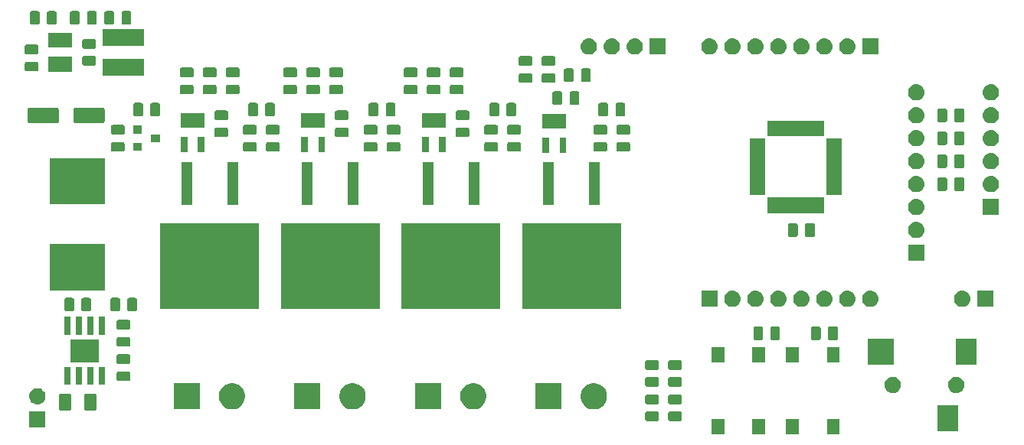
<source format=gbr>
G04 #@! TF.GenerationSoftware,KiCad,Pcbnew,(5.1.0-rc1-103-gc65c7d3de)*
G04 #@! TF.CreationDate,2019-09-26T12:21:13+02:00
G04 #@! TF.ProjectId,pinballControlUnit,70696e62-616c-46c4-936f-6e74726f6c55,2*
G04 #@! TF.SameCoordinates,Original*
G04 #@! TF.FileFunction,Soldermask,Top*
G04 #@! TF.FilePolarity,Negative*
%FSLAX46Y46*%
G04 Gerber Fmt 4.6, Leading zero omitted, Abs format (unit mm)*
G04 Created by KiCad (PCBNEW (5.1.0-rc1-103-gc65c7d3de)) date 2019-09-26 12:21:13*
%MOMM*%
%LPD*%
G04 APERTURE LIST*
%ADD10C,0.100000*%
G04 APERTURE END LIST*
D10*
G36*
X108996000Y-109576000D02*
G01*
X107594000Y-109576000D01*
X107594000Y-107924000D01*
X108996000Y-107924000D01*
X108996000Y-109576000D01*
X108996000Y-109576000D01*
G37*
G36*
X104496000Y-109576000D02*
G01*
X103094000Y-109576000D01*
X103094000Y-107924000D01*
X104496000Y-107924000D01*
X104496000Y-109576000D01*
X104496000Y-109576000D01*
G37*
G36*
X100741000Y-109576000D02*
G01*
X99339000Y-109576000D01*
X99339000Y-107924000D01*
X100741000Y-107924000D01*
X100741000Y-109576000D01*
X100741000Y-109576000D01*
G37*
G36*
X96241000Y-109576000D02*
G01*
X94839000Y-109576000D01*
X94839000Y-107924000D01*
X96241000Y-107924000D01*
X96241000Y-109576000D01*
X96241000Y-109576000D01*
G37*
G36*
X122131000Y-109291000D02*
G01*
X119829000Y-109291000D01*
X119829000Y-106389000D01*
X122131000Y-106389000D01*
X122131000Y-109291000D01*
X122131000Y-109291000D01*
G37*
G36*
X21221000Y-108851000D02*
G01*
X19419000Y-108851000D01*
X19419000Y-107049000D01*
X21221000Y-107049000D01*
X21221000Y-108851000D01*
X21221000Y-108851000D01*
G37*
G36*
X91389468Y-107083565D02*
G01*
X91428138Y-107095296D01*
X91463777Y-107114346D01*
X91495017Y-107139983D01*
X91520654Y-107171223D01*
X91539704Y-107206862D01*
X91551435Y-107245532D01*
X91556000Y-107291888D01*
X91556000Y-107943112D01*
X91551435Y-107989468D01*
X91539704Y-108028138D01*
X91520654Y-108063777D01*
X91495017Y-108095017D01*
X91463777Y-108120654D01*
X91428138Y-108139704D01*
X91389468Y-108151435D01*
X91343112Y-108156000D01*
X90266888Y-108156000D01*
X90220532Y-108151435D01*
X90181862Y-108139704D01*
X90146223Y-108120654D01*
X90114983Y-108095017D01*
X90089346Y-108063777D01*
X90070296Y-108028138D01*
X90058565Y-107989468D01*
X90054000Y-107943112D01*
X90054000Y-107291888D01*
X90058565Y-107245532D01*
X90070296Y-107206862D01*
X90089346Y-107171223D01*
X90114983Y-107139983D01*
X90146223Y-107114346D01*
X90181862Y-107095296D01*
X90220532Y-107083565D01*
X90266888Y-107079000D01*
X91343112Y-107079000D01*
X91389468Y-107083565D01*
X91389468Y-107083565D01*
G37*
G36*
X88849468Y-107083565D02*
G01*
X88888138Y-107095296D01*
X88923777Y-107114346D01*
X88955017Y-107139983D01*
X88980654Y-107171223D01*
X88999704Y-107206862D01*
X89011435Y-107245532D01*
X89016000Y-107291888D01*
X89016000Y-107943112D01*
X89011435Y-107989468D01*
X88999704Y-108028138D01*
X88980654Y-108063777D01*
X88955017Y-108095017D01*
X88923777Y-108120654D01*
X88888138Y-108139704D01*
X88849468Y-108151435D01*
X88803112Y-108156000D01*
X87726888Y-108156000D01*
X87680532Y-108151435D01*
X87641862Y-108139704D01*
X87606223Y-108120654D01*
X87574983Y-108095017D01*
X87549346Y-108063777D01*
X87530296Y-108028138D01*
X87518565Y-107989468D01*
X87514000Y-107943112D01*
X87514000Y-107291888D01*
X87518565Y-107245532D01*
X87530296Y-107206862D01*
X87549346Y-107171223D01*
X87574983Y-107139983D01*
X87606223Y-107114346D01*
X87641862Y-107095296D01*
X87680532Y-107083565D01*
X87726888Y-107079000D01*
X88803112Y-107079000D01*
X88849468Y-107083565D01*
X88849468Y-107083565D01*
G37*
G36*
X26683604Y-105123347D02*
G01*
X26720144Y-105134432D01*
X26753821Y-105152433D01*
X26783341Y-105176659D01*
X26807567Y-105206179D01*
X26825568Y-105239856D01*
X26836653Y-105276396D01*
X26841000Y-105320538D01*
X26841000Y-106769462D01*
X26836653Y-106813604D01*
X26825568Y-106850144D01*
X26807567Y-106883821D01*
X26783341Y-106913341D01*
X26753821Y-106937567D01*
X26720144Y-106955568D01*
X26683604Y-106966653D01*
X26639462Y-106971000D01*
X25690538Y-106971000D01*
X25646396Y-106966653D01*
X25609856Y-106955568D01*
X25576179Y-106937567D01*
X25546659Y-106913341D01*
X25522433Y-106883821D01*
X25504432Y-106850144D01*
X25493347Y-106813604D01*
X25489000Y-106769462D01*
X25489000Y-105320538D01*
X25493347Y-105276396D01*
X25504432Y-105239856D01*
X25522433Y-105206179D01*
X25546659Y-105176659D01*
X25576179Y-105152433D01*
X25609856Y-105134432D01*
X25646396Y-105123347D01*
X25690538Y-105119000D01*
X26639462Y-105119000D01*
X26683604Y-105123347D01*
X26683604Y-105123347D01*
G37*
G36*
X23883604Y-105123347D02*
G01*
X23920144Y-105134432D01*
X23953821Y-105152433D01*
X23983341Y-105176659D01*
X24007567Y-105206179D01*
X24025568Y-105239856D01*
X24036653Y-105276396D01*
X24041000Y-105320538D01*
X24041000Y-106769462D01*
X24036653Y-106813604D01*
X24025568Y-106850144D01*
X24007567Y-106883821D01*
X23983341Y-106913341D01*
X23953821Y-106937567D01*
X23920144Y-106955568D01*
X23883604Y-106966653D01*
X23839462Y-106971000D01*
X22890538Y-106971000D01*
X22846396Y-106966653D01*
X22809856Y-106955568D01*
X22776179Y-106937567D01*
X22746659Y-106913341D01*
X22722433Y-106883821D01*
X22704432Y-106850144D01*
X22693347Y-106813604D01*
X22689000Y-106769462D01*
X22689000Y-105320538D01*
X22693347Y-105276396D01*
X22704432Y-105239856D01*
X22722433Y-105206179D01*
X22746659Y-105176659D01*
X22776179Y-105152433D01*
X22809856Y-105134432D01*
X22846396Y-105123347D01*
X22890538Y-105119000D01*
X23839462Y-105119000D01*
X23883604Y-105123347D01*
X23883604Y-105123347D01*
G37*
G36*
X38281000Y-106861000D02*
G01*
X35379000Y-106861000D01*
X35379000Y-103959000D01*
X38281000Y-103959000D01*
X38281000Y-106861000D01*
X38281000Y-106861000D01*
G37*
G36*
X82258241Y-104014760D02*
G01*
X82522305Y-104124139D01*
X82759958Y-104282934D01*
X82962066Y-104485042D01*
X83120861Y-104722695D01*
X83230240Y-104986759D01*
X83286000Y-105267088D01*
X83286000Y-105552912D01*
X83230240Y-105833241D01*
X83120861Y-106097305D01*
X82962066Y-106334958D01*
X82759958Y-106537066D01*
X82522305Y-106695861D01*
X82258241Y-106805240D01*
X81977912Y-106861000D01*
X81692088Y-106861000D01*
X81411759Y-106805240D01*
X81147695Y-106695861D01*
X80910042Y-106537066D01*
X80707934Y-106334958D01*
X80549139Y-106097305D01*
X80439760Y-105833241D01*
X80384000Y-105552912D01*
X80384000Y-105267088D01*
X80439760Y-104986759D01*
X80549139Y-104722695D01*
X80707934Y-104485042D01*
X80910042Y-104282934D01*
X81147695Y-104124139D01*
X81411759Y-104014760D01*
X81692088Y-103959000D01*
X81977912Y-103959000D01*
X82258241Y-104014760D01*
X82258241Y-104014760D01*
G37*
G36*
X78286000Y-106861000D02*
G01*
X75384000Y-106861000D01*
X75384000Y-103959000D01*
X78286000Y-103959000D01*
X78286000Y-106861000D01*
X78286000Y-106861000D01*
G37*
G36*
X68923241Y-104014760D02*
G01*
X69187305Y-104124139D01*
X69424958Y-104282934D01*
X69627066Y-104485042D01*
X69785861Y-104722695D01*
X69895240Y-104986759D01*
X69951000Y-105267088D01*
X69951000Y-105552912D01*
X69895240Y-105833241D01*
X69785861Y-106097305D01*
X69627066Y-106334958D01*
X69424958Y-106537066D01*
X69187305Y-106695861D01*
X68923241Y-106805240D01*
X68642912Y-106861000D01*
X68357088Y-106861000D01*
X68076759Y-106805240D01*
X67812695Y-106695861D01*
X67575042Y-106537066D01*
X67372934Y-106334958D01*
X67214139Y-106097305D01*
X67104760Y-105833241D01*
X67049000Y-105552912D01*
X67049000Y-105267088D01*
X67104760Y-104986759D01*
X67214139Y-104722695D01*
X67372934Y-104485042D01*
X67575042Y-104282934D01*
X67812695Y-104124139D01*
X68076759Y-104014760D01*
X68357088Y-103959000D01*
X68642912Y-103959000D01*
X68923241Y-104014760D01*
X68923241Y-104014760D01*
G37*
G36*
X55588241Y-104014760D02*
G01*
X55852305Y-104124139D01*
X56089958Y-104282934D01*
X56292066Y-104485042D01*
X56450861Y-104722695D01*
X56560240Y-104986759D01*
X56616000Y-105267088D01*
X56616000Y-105552912D01*
X56560240Y-105833241D01*
X56450861Y-106097305D01*
X56292066Y-106334958D01*
X56089958Y-106537066D01*
X55852305Y-106695861D01*
X55588241Y-106805240D01*
X55307912Y-106861000D01*
X55022088Y-106861000D01*
X54741759Y-106805240D01*
X54477695Y-106695861D01*
X54240042Y-106537066D01*
X54037934Y-106334958D01*
X53879139Y-106097305D01*
X53769760Y-105833241D01*
X53714000Y-105552912D01*
X53714000Y-105267088D01*
X53769760Y-104986759D01*
X53879139Y-104722695D01*
X54037934Y-104485042D01*
X54240042Y-104282934D01*
X54477695Y-104124139D01*
X54741759Y-104014760D01*
X55022088Y-103959000D01*
X55307912Y-103959000D01*
X55588241Y-104014760D01*
X55588241Y-104014760D01*
G37*
G36*
X51616000Y-106861000D02*
G01*
X48714000Y-106861000D01*
X48714000Y-103959000D01*
X51616000Y-103959000D01*
X51616000Y-106861000D01*
X51616000Y-106861000D01*
G37*
G36*
X64951000Y-106861000D02*
G01*
X62049000Y-106861000D01*
X62049000Y-103959000D01*
X64951000Y-103959000D01*
X64951000Y-106861000D01*
X64951000Y-106861000D01*
G37*
G36*
X42253241Y-104014760D02*
G01*
X42517305Y-104124139D01*
X42754958Y-104282934D01*
X42957066Y-104485042D01*
X43115861Y-104722695D01*
X43225240Y-104986759D01*
X43281000Y-105267088D01*
X43281000Y-105552912D01*
X43225240Y-105833241D01*
X43115861Y-106097305D01*
X42957066Y-106334958D01*
X42754958Y-106537066D01*
X42517305Y-106695861D01*
X42253241Y-106805240D01*
X41972912Y-106861000D01*
X41687088Y-106861000D01*
X41406759Y-106805240D01*
X41142695Y-106695861D01*
X40905042Y-106537066D01*
X40702934Y-106334958D01*
X40544139Y-106097305D01*
X40434760Y-105833241D01*
X40379000Y-105552912D01*
X40379000Y-105267088D01*
X40434760Y-104986759D01*
X40544139Y-104722695D01*
X40702934Y-104485042D01*
X40905042Y-104282934D01*
X41142695Y-104124139D01*
X41406759Y-104014760D01*
X41687088Y-103959000D01*
X41972912Y-103959000D01*
X42253241Y-104014760D01*
X42253241Y-104014760D01*
G37*
G36*
X20430443Y-104515519D02*
G01*
X20496627Y-104522037D01*
X20666466Y-104573557D01*
X20822991Y-104657222D01*
X20858729Y-104686552D01*
X20960186Y-104769814D01*
X21043448Y-104871271D01*
X21072778Y-104907009D01*
X21156443Y-105063534D01*
X21207963Y-105233373D01*
X21225359Y-105410000D01*
X21207963Y-105586627D01*
X21156443Y-105756466D01*
X21072778Y-105912991D01*
X21043448Y-105948729D01*
X20960186Y-106050186D01*
X20881467Y-106114788D01*
X20822991Y-106162778D01*
X20666466Y-106246443D01*
X20496627Y-106297963D01*
X20430442Y-106304482D01*
X20364260Y-106311000D01*
X20275740Y-106311000D01*
X20209558Y-106304482D01*
X20143373Y-106297963D01*
X19973534Y-106246443D01*
X19817009Y-106162778D01*
X19758533Y-106114788D01*
X19679814Y-106050186D01*
X19596552Y-105948729D01*
X19567222Y-105912991D01*
X19483557Y-105756466D01*
X19432037Y-105586627D01*
X19414641Y-105410000D01*
X19432037Y-105233373D01*
X19483557Y-105063534D01*
X19567222Y-104907009D01*
X19596552Y-104871271D01*
X19679814Y-104769814D01*
X19781271Y-104686552D01*
X19817009Y-104657222D01*
X19973534Y-104573557D01*
X20143373Y-104522037D01*
X20209557Y-104515519D01*
X20275740Y-104509000D01*
X20364260Y-104509000D01*
X20430443Y-104515519D01*
X20430443Y-104515519D01*
G37*
G36*
X91389468Y-105208565D02*
G01*
X91428138Y-105220296D01*
X91463777Y-105239346D01*
X91495017Y-105264983D01*
X91520654Y-105296223D01*
X91539704Y-105331862D01*
X91551435Y-105370532D01*
X91556000Y-105416888D01*
X91556000Y-106068112D01*
X91551435Y-106114468D01*
X91539704Y-106153138D01*
X91520654Y-106188777D01*
X91495017Y-106220017D01*
X91463777Y-106245654D01*
X91428138Y-106264704D01*
X91389468Y-106276435D01*
X91343112Y-106281000D01*
X90266888Y-106281000D01*
X90220532Y-106276435D01*
X90181862Y-106264704D01*
X90146223Y-106245654D01*
X90114983Y-106220017D01*
X90089346Y-106188777D01*
X90070296Y-106153138D01*
X90058565Y-106114468D01*
X90054000Y-106068112D01*
X90054000Y-105416888D01*
X90058565Y-105370532D01*
X90070296Y-105331862D01*
X90089346Y-105296223D01*
X90114983Y-105264983D01*
X90146223Y-105239346D01*
X90181862Y-105220296D01*
X90220532Y-105208565D01*
X90266888Y-105204000D01*
X91343112Y-105204000D01*
X91389468Y-105208565D01*
X91389468Y-105208565D01*
G37*
G36*
X88849468Y-105208565D02*
G01*
X88888138Y-105220296D01*
X88923777Y-105239346D01*
X88955017Y-105264983D01*
X88980654Y-105296223D01*
X88999704Y-105331862D01*
X89011435Y-105370532D01*
X89016000Y-105416888D01*
X89016000Y-106068112D01*
X89011435Y-106114468D01*
X88999704Y-106153138D01*
X88980654Y-106188777D01*
X88955017Y-106220017D01*
X88923777Y-106245654D01*
X88888138Y-106264704D01*
X88849468Y-106276435D01*
X88803112Y-106281000D01*
X87726888Y-106281000D01*
X87680532Y-106276435D01*
X87641862Y-106264704D01*
X87606223Y-106245654D01*
X87574983Y-106220017D01*
X87549346Y-106188777D01*
X87530296Y-106153138D01*
X87518565Y-106114468D01*
X87514000Y-106068112D01*
X87514000Y-105416888D01*
X87518565Y-105370532D01*
X87530296Y-105331862D01*
X87549346Y-105296223D01*
X87574983Y-105264983D01*
X87606223Y-105239346D01*
X87641862Y-105220296D01*
X87680532Y-105208565D01*
X87726888Y-105204000D01*
X88803112Y-105204000D01*
X88849468Y-105208565D01*
X88849468Y-105208565D01*
G37*
G36*
X121993512Y-103243927D02*
G01*
X122142812Y-103273624D01*
X122306784Y-103341544D01*
X122454354Y-103440147D01*
X122579853Y-103565646D01*
X122678456Y-103713216D01*
X122746376Y-103877188D01*
X122781000Y-104051259D01*
X122781000Y-104228741D01*
X122746376Y-104402812D01*
X122678456Y-104566784D01*
X122579853Y-104714354D01*
X122454354Y-104839853D01*
X122306784Y-104938456D01*
X122142812Y-105006376D01*
X121993512Y-105036073D01*
X121968742Y-105041000D01*
X121791258Y-105041000D01*
X121766488Y-105036073D01*
X121617188Y-105006376D01*
X121453216Y-104938456D01*
X121305646Y-104839853D01*
X121180147Y-104714354D01*
X121081544Y-104566784D01*
X121013624Y-104402812D01*
X120979000Y-104228741D01*
X120979000Y-104051259D01*
X121013624Y-103877188D01*
X121081544Y-103713216D01*
X121180147Y-103565646D01*
X121305646Y-103440147D01*
X121453216Y-103341544D01*
X121617188Y-103273624D01*
X121766488Y-103243927D01*
X121791258Y-103239000D01*
X121968742Y-103239000D01*
X121993512Y-103243927D01*
X121993512Y-103243927D01*
G37*
G36*
X114993512Y-103243927D02*
G01*
X115142812Y-103273624D01*
X115306784Y-103341544D01*
X115454354Y-103440147D01*
X115579853Y-103565646D01*
X115678456Y-103713216D01*
X115746376Y-103877188D01*
X115781000Y-104051259D01*
X115781000Y-104228741D01*
X115746376Y-104402812D01*
X115678456Y-104566784D01*
X115579853Y-104714354D01*
X115454354Y-104839853D01*
X115306784Y-104938456D01*
X115142812Y-105006376D01*
X114993512Y-105036073D01*
X114968742Y-105041000D01*
X114791258Y-105041000D01*
X114766488Y-105036073D01*
X114617188Y-105006376D01*
X114453216Y-104938456D01*
X114305646Y-104839853D01*
X114180147Y-104714354D01*
X114081544Y-104566784D01*
X114013624Y-104402812D01*
X113979000Y-104228741D01*
X113979000Y-104051259D01*
X114013624Y-103877188D01*
X114081544Y-103713216D01*
X114180147Y-103565646D01*
X114305646Y-103440147D01*
X114453216Y-103341544D01*
X114617188Y-103273624D01*
X114766488Y-103243927D01*
X114791258Y-103239000D01*
X114968742Y-103239000D01*
X114993512Y-103243927D01*
X114993512Y-103243927D01*
G37*
G36*
X91389468Y-103273565D02*
G01*
X91428138Y-103285296D01*
X91463777Y-103304346D01*
X91495017Y-103329983D01*
X91520654Y-103361223D01*
X91539704Y-103396862D01*
X91551435Y-103435532D01*
X91556000Y-103481888D01*
X91556000Y-104133112D01*
X91551435Y-104179468D01*
X91539704Y-104218138D01*
X91520654Y-104253777D01*
X91495017Y-104285017D01*
X91463777Y-104310654D01*
X91428138Y-104329704D01*
X91389468Y-104341435D01*
X91343112Y-104346000D01*
X90266888Y-104346000D01*
X90220532Y-104341435D01*
X90181862Y-104329704D01*
X90146223Y-104310654D01*
X90114983Y-104285017D01*
X90089346Y-104253777D01*
X90070296Y-104218138D01*
X90058565Y-104179468D01*
X90054000Y-104133112D01*
X90054000Y-103481888D01*
X90058565Y-103435532D01*
X90070296Y-103396862D01*
X90089346Y-103361223D01*
X90114983Y-103329983D01*
X90146223Y-103304346D01*
X90181862Y-103285296D01*
X90220532Y-103273565D01*
X90266888Y-103269000D01*
X91343112Y-103269000D01*
X91389468Y-103273565D01*
X91389468Y-103273565D01*
G37*
G36*
X88849468Y-103273565D02*
G01*
X88888138Y-103285296D01*
X88923777Y-103304346D01*
X88955017Y-103329983D01*
X88980654Y-103361223D01*
X88999704Y-103396862D01*
X89011435Y-103435532D01*
X89016000Y-103481888D01*
X89016000Y-104133112D01*
X89011435Y-104179468D01*
X88999704Y-104218138D01*
X88980654Y-104253777D01*
X88955017Y-104285017D01*
X88923777Y-104310654D01*
X88888138Y-104329704D01*
X88849468Y-104341435D01*
X88803112Y-104346000D01*
X87726888Y-104346000D01*
X87680532Y-104341435D01*
X87641862Y-104329704D01*
X87606223Y-104310654D01*
X87574983Y-104285017D01*
X87549346Y-104253777D01*
X87530296Y-104218138D01*
X87518565Y-104179468D01*
X87514000Y-104133112D01*
X87514000Y-103481888D01*
X87518565Y-103435532D01*
X87530296Y-103396862D01*
X87549346Y-103361223D01*
X87574983Y-103329983D01*
X87606223Y-103304346D01*
X87641862Y-103285296D01*
X87680532Y-103273565D01*
X87726888Y-103269000D01*
X88803112Y-103269000D01*
X88849468Y-103273565D01*
X88849468Y-103273565D01*
G37*
G36*
X27801000Y-104148500D02*
G01*
X27089000Y-104148500D01*
X27089000Y-102136500D01*
X27801000Y-102136500D01*
X27801000Y-104148500D01*
X27801000Y-104148500D01*
G37*
G36*
X26531000Y-104148500D02*
G01*
X25819000Y-104148500D01*
X25819000Y-102136500D01*
X26531000Y-102136500D01*
X26531000Y-104148500D01*
X26531000Y-104148500D01*
G37*
G36*
X25261000Y-104148500D02*
G01*
X24549000Y-104148500D01*
X24549000Y-102136500D01*
X25261000Y-102136500D01*
X25261000Y-104148500D01*
X25261000Y-104148500D01*
G37*
G36*
X23991000Y-104148500D02*
G01*
X23279000Y-104148500D01*
X23279000Y-102136500D01*
X23991000Y-102136500D01*
X23991000Y-104148500D01*
X23991000Y-104148500D01*
G37*
G36*
X30429468Y-102638565D02*
G01*
X30468138Y-102650296D01*
X30503777Y-102669346D01*
X30535017Y-102694983D01*
X30560654Y-102726223D01*
X30579704Y-102761862D01*
X30591435Y-102800532D01*
X30596000Y-102846888D01*
X30596000Y-103498112D01*
X30591435Y-103544468D01*
X30579704Y-103583138D01*
X30560654Y-103618777D01*
X30535017Y-103650017D01*
X30503777Y-103675654D01*
X30468138Y-103694704D01*
X30429468Y-103706435D01*
X30383112Y-103711000D01*
X29306888Y-103711000D01*
X29260532Y-103706435D01*
X29221862Y-103694704D01*
X29186223Y-103675654D01*
X29154983Y-103650017D01*
X29129346Y-103618777D01*
X29110296Y-103583138D01*
X29098565Y-103544468D01*
X29094000Y-103498112D01*
X29094000Y-102846888D01*
X29098565Y-102800532D01*
X29110296Y-102761862D01*
X29129346Y-102726223D01*
X29154983Y-102694983D01*
X29186223Y-102669346D01*
X29221862Y-102650296D01*
X29260532Y-102638565D01*
X29306888Y-102634000D01*
X30383112Y-102634000D01*
X30429468Y-102638565D01*
X30429468Y-102638565D01*
G37*
G36*
X91389468Y-101398565D02*
G01*
X91428138Y-101410296D01*
X91463777Y-101429346D01*
X91495017Y-101454983D01*
X91520654Y-101486223D01*
X91539704Y-101521862D01*
X91551435Y-101560532D01*
X91556000Y-101606888D01*
X91556000Y-102258112D01*
X91551435Y-102304468D01*
X91539704Y-102343138D01*
X91520654Y-102378777D01*
X91495017Y-102410017D01*
X91463777Y-102435654D01*
X91428138Y-102454704D01*
X91389468Y-102466435D01*
X91343112Y-102471000D01*
X90266888Y-102471000D01*
X90220532Y-102466435D01*
X90181862Y-102454704D01*
X90146223Y-102435654D01*
X90114983Y-102410017D01*
X90089346Y-102378777D01*
X90070296Y-102343138D01*
X90058565Y-102304468D01*
X90054000Y-102258112D01*
X90054000Y-101606888D01*
X90058565Y-101560532D01*
X90070296Y-101521862D01*
X90089346Y-101486223D01*
X90114983Y-101454983D01*
X90146223Y-101429346D01*
X90181862Y-101410296D01*
X90220532Y-101398565D01*
X90266888Y-101394000D01*
X91343112Y-101394000D01*
X91389468Y-101398565D01*
X91389468Y-101398565D01*
G37*
G36*
X88849468Y-101398565D02*
G01*
X88888138Y-101410296D01*
X88923777Y-101429346D01*
X88955017Y-101454983D01*
X88980654Y-101486223D01*
X88999704Y-101521862D01*
X89011435Y-101560532D01*
X89016000Y-101606888D01*
X89016000Y-102258112D01*
X89011435Y-102304468D01*
X88999704Y-102343138D01*
X88980654Y-102378777D01*
X88955017Y-102410017D01*
X88923777Y-102435654D01*
X88888138Y-102454704D01*
X88849468Y-102466435D01*
X88803112Y-102471000D01*
X87726888Y-102471000D01*
X87680532Y-102466435D01*
X87641862Y-102454704D01*
X87606223Y-102435654D01*
X87574983Y-102410017D01*
X87549346Y-102378777D01*
X87530296Y-102343138D01*
X87518565Y-102304468D01*
X87514000Y-102258112D01*
X87514000Y-101606888D01*
X87518565Y-101560532D01*
X87530296Y-101521862D01*
X87549346Y-101486223D01*
X87574983Y-101454983D01*
X87606223Y-101429346D01*
X87641862Y-101410296D01*
X87680532Y-101398565D01*
X87726888Y-101394000D01*
X88803112Y-101394000D01*
X88849468Y-101398565D01*
X88849468Y-101398565D01*
G37*
G36*
X124131000Y-101891000D02*
G01*
X121829000Y-101891000D01*
X121829000Y-98989000D01*
X124131000Y-98989000D01*
X124131000Y-101891000D01*
X124131000Y-101891000D01*
G37*
G36*
X115031000Y-101891000D02*
G01*
X112129000Y-101891000D01*
X112129000Y-98989000D01*
X115031000Y-98989000D01*
X115031000Y-101891000D01*
X115031000Y-101891000D01*
G37*
G36*
X30429468Y-100763565D02*
G01*
X30468138Y-100775296D01*
X30503777Y-100794346D01*
X30535017Y-100819983D01*
X30560654Y-100851223D01*
X30579704Y-100886862D01*
X30591435Y-100925532D01*
X30596000Y-100971888D01*
X30596000Y-101623112D01*
X30591435Y-101669468D01*
X30579704Y-101708138D01*
X30560654Y-101743777D01*
X30535017Y-101775017D01*
X30503777Y-101800654D01*
X30468138Y-101819704D01*
X30429468Y-101831435D01*
X30383112Y-101836000D01*
X29306888Y-101836000D01*
X29260532Y-101831435D01*
X29221862Y-101819704D01*
X29186223Y-101800654D01*
X29154983Y-101775017D01*
X29129346Y-101743777D01*
X29110296Y-101708138D01*
X29098565Y-101669468D01*
X29094000Y-101623112D01*
X29094000Y-100971888D01*
X29098565Y-100925532D01*
X29110296Y-100886862D01*
X29129346Y-100851223D01*
X29154983Y-100819983D01*
X29186223Y-100794346D01*
X29221862Y-100775296D01*
X29260532Y-100763565D01*
X29306888Y-100759000D01*
X30383112Y-100759000D01*
X30429468Y-100763565D01*
X30429468Y-100763565D01*
G37*
G36*
X104496000Y-101626000D02*
G01*
X103094000Y-101626000D01*
X103094000Y-99974000D01*
X104496000Y-99974000D01*
X104496000Y-101626000D01*
X104496000Y-101626000D01*
G37*
G36*
X108996000Y-101626000D02*
G01*
X107594000Y-101626000D01*
X107594000Y-99974000D01*
X108996000Y-99974000D01*
X108996000Y-101626000D01*
X108996000Y-101626000D01*
G37*
G36*
X96241000Y-101626000D02*
G01*
X94839000Y-101626000D01*
X94839000Y-99974000D01*
X96241000Y-99974000D01*
X96241000Y-101626000D01*
X96241000Y-101626000D01*
G37*
G36*
X100741000Y-101626000D02*
G01*
X99339000Y-101626000D01*
X99339000Y-99974000D01*
X100741000Y-99974000D01*
X100741000Y-101626000D01*
X100741000Y-101626000D01*
G37*
G36*
X27141000Y-101618500D02*
G01*
X23939000Y-101618500D01*
X23939000Y-99106500D01*
X27141000Y-99106500D01*
X27141000Y-101618500D01*
X27141000Y-101618500D01*
G37*
G36*
X30429468Y-98828565D02*
G01*
X30468138Y-98840296D01*
X30503777Y-98859346D01*
X30535017Y-98884983D01*
X30560654Y-98916223D01*
X30579704Y-98951862D01*
X30591435Y-98990532D01*
X30596000Y-99036888D01*
X30596000Y-99688112D01*
X30591435Y-99734468D01*
X30579704Y-99773138D01*
X30560654Y-99808777D01*
X30535017Y-99840017D01*
X30503777Y-99865654D01*
X30468138Y-99884704D01*
X30429468Y-99896435D01*
X30383112Y-99901000D01*
X29306888Y-99901000D01*
X29260532Y-99896435D01*
X29221862Y-99884704D01*
X29186223Y-99865654D01*
X29154983Y-99840017D01*
X29129346Y-99808777D01*
X29110296Y-99773138D01*
X29098565Y-99734468D01*
X29094000Y-99688112D01*
X29094000Y-99036888D01*
X29098565Y-98990532D01*
X29110296Y-98951862D01*
X29129346Y-98916223D01*
X29154983Y-98884983D01*
X29186223Y-98859346D01*
X29221862Y-98840296D01*
X29260532Y-98828565D01*
X29306888Y-98824000D01*
X30383112Y-98824000D01*
X30429468Y-98828565D01*
X30429468Y-98828565D01*
G37*
G36*
X100369468Y-97678565D02*
G01*
X100408138Y-97690296D01*
X100443777Y-97709346D01*
X100475017Y-97734983D01*
X100500654Y-97766223D01*
X100519704Y-97801862D01*
X100531435Y-97840532D01*
X100536000Y-97886888D01*
X100536000Y-98963112D01*
X100531435Y-99009468D01*
X100519704Y-99048138D01*
X100500654Y-99083777D01*
X100475017Y-99115017D01*
X100443777Y-99140654D01*
X100408138Y-99159704D01*
X100369468Y-99171435D01*
X100323112Y-99176000D01*
X99671888Y-99176000D01*
X99625532Y-99171435D01*
X99586862Y-99159704D01*
X99551223Y-99140654D01*
X99519983Y-99115017D01*
X99494346Y-99083777D01*
X99475296Y-99048138D01*
X99463565Y-99009468D01*
X99459000Y-98963112D01*
X99459000Y-97886888D01*
X99463565Y-97840532D01*
X99475296Y-97801862D01*
X99494346Y-97766223D01*
X99519983Y-97734983D01*
X99551223Y-97709346D01*
X99586862Y-97690296D01*
X99625532Y-97678565D01*
X99671888Y-97674000D01*
X100323112Y-97674000D01*
X100369468Y-97678565D01*
X100369468Y-97678565D01*
G37*
G36*
X102244468Y-97678565D02*
G01*
X102283138Y-97690296D01*
X102318777Y-97709346D01*
X102350017Y-97734983D01*
X102375654Y-97766223D01*
X102394704Y-97801862D01*
X102406435Y-97840532D01*
X102411000Y-97886888D01*
X102411000Y-98963112D01*
X102406435Y-99009468D01*
X102394704Y-99048138D01*
X102375654Y-99083777D01*
X102350017Y-99115017D01*
X102318777Y-99140654D01*
X102283138Y-99159704D01*
X102244468Y-99171435D01*
X102198112Y-99176000D01*
X101546888Y-99176000D01*
X101500532Y-99171435D01*
X101461862Y-99159704D01*
X101426223Y-99140654D01*
X101394983Y-99115017D01*
X101369346Y-99083777D01*
X101350296Y-99048138D01*
X101338565Y-99009468D01*
X101334000Y-98963112D01*
X101334000Y-97886888D01*
X101338565Y-97840532D01*
X101350296Y-97801862D01*
X101369346Y-97766223D01*
X101394983Y-97734983D01*
X101426223Y-97709346D01*
X101461862Y-97690296D01*
X101500532Y-97678565D01*
X101546888Y-97674000D01*
X102198112Y-97674000D01*
X102244468Y-97678565D01*
X102244468Y-97678565D01*
G37*
G36*
X106749468Y-97678565D02*
G01*
X106788138Y-97690296D01*
X106823777Y-97709346D01*
X106855017Y-97734983D01*
X106880654Y-97766223D01*
X106899704Y-97801862D01*
X106911435Y-97840532D01*
X106916000Y-97886888D01*
X106916000Y-98963112D01*
X106911435Y-99009468D01*
X106899704Y-99048138D01*
X106880654Y-99083777D01*
X106855017Y-99115017D01*
X106823777Y-99140654D01*
X106788138Y-99159704D01*
X106749468Y-99171435D01*
X106703112Y-99176000D01*
X106051888Y-99176000D01*
X106005532Y-99171435D01*
X105966862Y-99159704D01*
X105931223Y-99140654D01*
X105899983Y-99115017D01*
X105874346Y-99083777D01*
X105855296Y-99048138D01*
X105843565Y-99009468D01*
X105839000Y-98963112D01*
X105839000Y-97886888D01*
X105843565Y-97840532D01*
X105855296Y-97801862D01*
X105874346Y-97766223D01*
X105899983Y-97734983D01*
X105931223Y-97709346D01*
X105966862Y-97690296D01*
X106005532Y-97678565D01*
X106051888Y-97674000D01*
X106703112Y-97674000D01*
X106749468Y-97678565D01*
X106749468Y-97678565D01*
G37*
G36*
X108624468Y-97678565D02*
G01*
X108663138Y-97690296D01*
X108698777Y-97709346D01*
X108730017Y-97734983D01*
X108755654Y-97766223D01*
X108774704Y-97801862D01*
X108786435Y-97840532D01*
X108791000Y-97886888D01*
X108791000Y-98963112D01*
X108786435Y-99009468D01*
X108774704Y-99048138D01*
X108755654Y-99083777D01*
X108730017Y-99115017D01*
X108698777Y-99140654D01*
X108663138Y-99159704D01*
X108624468Y-99171435D01*
X108578112Y-99176000D01*
X107926888Y-99176000D01*
X107880532Y-99171435D01*
X107841862Y-99159704D01*
X107806223Y-99140654D01*
X107774983Y-99115017D01*
X107749346Y-99083777D01*
X107730296Y-99048138D01*
X107718565Y-99009468D01*
X107714000Y-98963112D01*
X107714000Y-97886888D01*
X107718565Y-97840532D01*
X107730296Y-97801862D01*
X107749346Y-97766223D01*
X107774983Y-97734983D01*
X107806223Y-97709346D01*
X107841862Y-97690296D01*
X107880532Y-97678565D01*
X107926888Y-97674000D01*
X108578112Y-97674000D01*
X108624468Y-97678565D01*
X108624468Y-97678565D01*
G37*
G36*
X27801000Y-98588500D02*
G01*
X27089000Y-98588500D01*
X27089000Y-96576500D01*
X27801000Y-96576500D01*
X27801000Y-98588500D01*
X27801000Y-98588500D01*
G37*
G36*
X26531000Y-98588500D02*
G01*
X25819000Y-98588500D01*
X25819000Y-96576500D01*
X26531000Y-96576500D01*
X26531000Y-98588500D01*
X26531000Y-98588500D01*
G37*
G36*
X23991000Y-98588500D02*
G01*
X23279000Y-98588500D01*
X23279000Y-96576500D01*
X23991000Y-96576500D01*
X23991000Y-98588500D01*
X23991000Y-98588500D01*
G37*
G36*
X25261000Y-98588500D02*
G01*
X24549000Y-98588500D01*
X24549000Y-96576500D01*
X25261000Y-96576500D01*
X25261000Y-98588500D01*
X25261000Y-98588500D01*
G37*
G36*
X30429468Y-96953565D02*
G01*
X30468138Y-96965296D01*
X30503777Y-96984346D01*
X30535017Y-97009983D01*
X30560654Y-97041223D01*
X30579704Y-97076862D01*
X30591435Y-97115532D01*
X30596000Y-97161888D01*
X30596000Y-97813112D01*
X30591435Y-97859468D01*
X30579704Y-97898138D01*
X30560654Y-97933777D01*
X30535017Y-97965017D01*
X30503777Y-97990654D01*
X30468138Y-98009704D01*
X30429468Y-98021435D01*
X30383112Y-98026000D01*
X29306888Y-98026000D01*
X29260532Y-98021435D01*
X29221862Y-98009704D01*
X29186223Y-97990654D01*
X29154983Y-97965017D01*
X29129346Y-97933777D01*
X29110296Y-97898138D01*
X29098565Y-97859468D01*
X29094000Y-97813112D01*
X29094000Y-97161888D01*
X29098565Y-97115532D01*
X29110296Y-97076862D01*
X29129346Y-97041223D01*
X29154983Y-97009983D01*
X29186223Y-96984346D01*
X29221862Y-96965296D01*
X29260532Y-96953565D01*
X29306888Y-96949000D01*
X30383112Y-96949000D01*
X30429468Y-96953565D01*
X30429468Y-96953565D01*
G37*
G36*
X29279468Y-94503565D02*
G01*
X29318138Y-94515296D01*
X29353777Y-94534346D01*
X29385017Y-94559983D01*
X29410654Y-94591223D01*
X29429704Y-94626862D01*
X29441435Y-94665532D01*
X29446000Y-94711888D01*
X29446000Y-95788112D01*
X29441435Y-95834468D01*
X29429704Y-95873138D01*
X29410654Y-95908777D01*
X29385017Y-95940017D01*
X29353777Y-95965654D01*
X29318138Y-95984704D01*
X29279468Y-95996435D01*
X29233112Y-96001000D01*
X28581888Y-96001000D01*
X28535532Y-95996435D01*
X28496862Y-95984704D01*
X28461223Y-95965654D01*
X28429983Y-95940017D01*
X28404346Y-95908777D01*
X28385296Y-95873138D01*
X28373565Y-95834468D01*
X28369000Y-95788112D01*
X28369000Y-94711888D01*
X28373565Y-94665532D01*
X28385296Y-94626862D01*
X28404346Y-94591223D01*
X28429983Y-94559983D01*
X28461223Y-94534346D01*
X28496862Y-94515296D01*
X28535532Y-94503565D01*
X28581888Y-94499000D01*
X29233112Y-94499000D01*
X29279468Y-94503565D01*
X29279468Y-94503565D01*
G37*
G36*
X31154468Y-94503565D02*
G01*
X31193138Y-94515296D01*
X31228777Y-94534346D01*
X31260017Y-94559983D01*
X31285654Y-94591223D01*
X31304704Y-94626862D01*
X31316435Y-94665532D01*
X31321000Y-94711888D01*
X31321000Y-95788112D01*
X31316435Y-95834468D01*
X31304704Y-95873138D01*
X31285654Y-95908777D01*
X31260017Y-95940017D01*
X31228777Y-95965654D01*
X31193138Y-95984704D01*
X31154468Y-95996435D01*
X31108112Y-96001000D01*
X30456888Y-96001000D01*
X30410532Y-95996435D01*
X30371862Y-95984704D01*
X30336223Y-95965654D01*
X30304983Y-95940017D01*
X30279346Y-95908777D01*
X30260296Y-95873138D01*
X30248565Y-95834468D01*
X30244000Y-95788112D01*
X30244000Y-94711888D01*
X30248565Y-94665532D01*
X30260296Y-94626862D01*
X30279346Y-94591223D01*
X30304983Y-94559983D01*
X30336223Y-94534346D01*
X30371862Y-94515296D01*
X30410532Y-94503565D01*
X30456888Y-94499000D01*
X31108112Y-94499000D01*
X31154468Y-94503565D01*
X31154468Y-94503565D01*
G37*
G36*
X26074468Y-94503565D02*
G01*
X26113138Y-94515296D01*
X26148777Y-94534346D01*
X26180017Y-94559983D01*
X26205654Y-94591223D01*
X26224704Y-94626862D01*
X26236435Y-94665532D01*
X26241000Y-94711888D01*
X26241000Y-95788112D01*
X26236435Y-95834468D01*
X26224704Y-95873138D01*
X26205654Y-95908777D01*
X26180017Y-95940017D01*
X26148777Y-95965654D01*
X26113138Y-95984704D01*
X26074468Y-95996435D01*
X26028112Y-96001000D01*
X25376888Y-96001000D01*
X25330532Y-95996435D01*
X25291862Y-95984704D01*
X25256223Y-95965654D01*
X25224983Y-95940017D01*
X25199346Y-95908777D01*
X25180296Y-95873138D01*
X25168565Y-95834468D01*
X25164000Y-95788112D01*
X25164000Y-94711888D01*
X25168565Y-94665532D01*
X25180296Y-94626862D01*
X25199346Y-94591223D01*
X25224983Y-94559983D01*
X25256223Y-94534346D01*
X25291862Y-94515296D01*
X25330532Y-94503565D01*
X25376888Y-94499000D01*
X26028112Y-94499000D01*
X26074468Y-94503565D01*
X26074468Y-94503565D01*
G37*
G36*
X24199468Y-94503565D02*
G01*
X24238138Y-94515296D01*
X24273777Y-94534346D01*
X24305017Y-94559983D01*
X24330654Y-94591223D01*
X24349704Y-94626862D01*
X24361435Y-94665532D01*
X24366000Y-94711888D01*
X24366000Y-95788112D01*
X24361435Y-95834468D01*
X24349704Y-95873138D01*
X24330654Y-95908777D01*
X24305017Y-95940017D01*
X24273777Y-95965654D01*
X24238138Y-95984704D01*
X24199468Y-95996435D01*
X24153112Y-96001000D01*
X23501888Y-96001000D01*
X23455532Y-95996435D01*
X23416862Y-95984704D01*
X23381223Y-95965654D01*
X23349983Y-95940017D01*
X23324346Y-95908777D01*
X23305296Y-95873138D01*
X23293565Y-95834468D01*
X23289000Y-95788112D01*
X23289000Y-94711888D01*
X23293565Y-94665532D01*
X23305296Y-94626862D01*
X23324346Y-94591223D01*
X23349983Y-94559983D01*
X23381223Y-94534346D01*
X23416862Y-94515296D01*
X23455532Y-94503565D01*
X23501888Y-94499000D01*
X24153112Y-94499000D01*
X24199468Y-94503565D01*
X24199468Y-94503565D01*
G37*
G36*
X44821000Y-95756000D02*
G01*
X33919000Y-95756000D01*
X33919000Y-86254000D01*
X44821000Y-86254000D01*
X44821000Y-95756000D01*
X44821000Y-95756000D01*
G37*
G36*
X84826000Y-95756000D02*
G01*
X73924000Y-95756000D01*
X73924000Y-86254000D01*
X84826000Y-86254000D01*
X84826000Y-95756000D01*
X84826000Y-95756000D01*
G37*
G36*
X71491000Y-95756000D02*
G01*
X60589000Y-95756000D01*
X60589000Y-86254000D01*
X71491000Y-86254000D01*
X71491000Y-95756000D01*
X71491000Y-95756000D01*
G37*
G36*
X58156000Y-95756000D02*
G01*
X47254000Y-95756000D01*
X47254000Y-86254000D01*
X58156000Y-86254000D01*
X58156000Y-95756000D01*
X58156000Y-95756000D01*
G37*
G36*
X99805443Y-93720519D02*
G01*
X99871627Y-93727037D01*
X100041466Y-93778557D01*
X100197991Y-93862222D01*
X100233729Y-93891552D01*
X100335186Y-93974814D01*
X100418448Y-94076271D01*
X100447778Y-94112009D01*
X100531443Y-94268534D01*
X100582963Y-94438373D01*
X100600359Y-94615000D01*
X100582963Y-94791627D01*
X100531443Y-94961466D01*
X100447778Y-95117991D01*
X100418448Y-95153729D01*
X100335186Y-95255186D01*
X100233729Y-95338448D01*
X100197991Y-95367778D01*
X100041466Y-95451443D01*
X99871627Y-95502963D01*
X99805443Y-95509481D01*
X99739260Y-95516000D01*
X99650740Y-95516000D01*
X99584557Y-95509481D01*
X99518373Y-95502963D01*
X99348534Y-95451443D01*
X99192009Y-95367778D01*
X99156271Y-95338448D01*
X99054814Y-95255186D01*
X98971552Y-95153729D01*
X98942222Y-95117991D01*
X98858557Y-94961466D01*
X98807037Y-94791627D01*
X98789641Y-94615000D01*
X98807037Y-94438373D01*
X98858557Y-94268534D01*
X98942222Y-94112009D01*
X98971552Y-94076271D01*
X99054814Y-93974814D01*
X99156271Y-93891552D01*
X99192009Y-93862222D01*
X99348534Y-93778557D01*
X99518373Y-93727037D01*
X99584557Y-93720519D01*
X99650740Y-93714000D01*
X99739260Y-93714000D01*
X99805443Y-93720519D01*
X99805443Y-93720519D01*
G37*
G36*
X125996000Y-95516000D02*
G01*
X124194000Y-95516000D01*
X124194000Y-93714000D01*
X125996000Y-93714000D01*
X125996000Y-95516000D01*
X125996000Y-95516000D01*
G37*
G36*
X122665443Y-93720519D02*
G01*
X122731627Y-93727037D01*
X122901466Y-93778557D01*
X123057991Y-93862222D01*
X123093729Y-93891552D01*
X123195186Y-93974814D01*
X123278448Y-94076271D01*
X123307778Y-94112009D01*
X123391443Y-94268534D01*
X123442963Y-94438373D01*
X123460359Y-94615000D01*
X123442963Y-94791627D01*
X123391443Y-94961466D01*
X123307778Y-95117991D01*
X123278448Y-95153729D01*
X123195186Y-95255186D01*
X123093729Y-95338448D01*
X123057991Y-95367778D01*
X122901466Y-95451443D01*
X122731627Y-95502963D01*
X122665443Y-95509481D01*
X122599260Y-95516000D01*
X122510740Y-95516000D01*
X122444557Y-95509481D01*
X122378373Y-95502963D01*
X122208534Y-95451443D01*
X122052009Y-95367778D01*
X122016271Y-95338448D01*
X121914814Y-95255186D01*
X121831552Y-95153729D01*
X121802222Y-95117991D01*
X121718557Y-94961466D01*
X121667037Y-94791627D01*
X121649641Y-94615000D01*
X121667037Y-94438373D01*
X121718557Y-94268534D01*
X121802222Y-94112009D01*
X121831552Y-94076271D01*
X121914814Y-93974814D01*
X122016271Y-93891552D01*
X122052009Y-93862222D01*
X122208534Y-93778557D01*
X122378373Y-93727037D01*
X122444558Y-93720518D01*
X122510740Y-93714000D01*
X122599260Y-93714000D01*
X122665443Y-93720519D01*
X122665443Y-93720519D01*
G37*
G36*
X95516000Y-95516000D02*
G01*
X93714000Y-95516000D01*
X93714000Y-93714000D01*
X95516000Y-93714000D01*
X95516000Y-95516000D01*
X95516000Y-95516000D01*
G37*
G36*
X97265443Y-93720519D02*
G01*
X97331627Y-93727037D01*
X97501466Y-93778557D01*
X97657991Y-93862222D01*
X97693729Y-93891552D01*
X97795186Y-93974814D01*
X97878448Y-94076271D01*
X97907778Y-94112009D01*
X97991443Y-94268534D01*
X98042963Y-94438373D01*
X98060359Y-94615000D01*
X98042963Y-94791627D01*
X97991443Y-94961466D01*
X97907778Y-95117991D01*
X97878448Y-95153729D01*
X97795186Y-95255186D01*
X97693729Y-95338448D01*
X97657991Y-95367778D01*
X97501466Y-95451443D01*
X97331627Y-95502963D01*
X97265443Y-95509481D01*
X97199260Y-95516000D01*
X97110740Y-95516000D01*
X97044557Y-95509481D01*
X96978373Y-95502963D01*
X96808534Y-95451443D01*
X96652009Y-95367778D01*
X96616271Y-95338448D01*
X96514814Y-95255186D01*
X96431552Y-95153729D01*
X96402222Y-95117991D01*
X96318557Y-94961466D01*
X96267037Y-94791627D01*
X96249641Y-94615000D01*
X96267037Y-94438373D01*
X96318557Y-94268534D01*
X96402222Y-94112009D01*
X96431552Y-94076271D01*
X96514814Y-93974814D01*
X96616271Y-93891552D01*
X96652009Y-93862222D01*
X96808534Y-93778557D01*
X96978373Y-93727037D01*
X97044557Y-93720519D01*
X97110740Y-93714000D01*
X97199260Y-93714000D01*
X97265443Y-93720519D01*
X97265443Y-93720519D01*
G37*
G36*
X102345443Y-93720519D02*
G01*
X102411627Y-93727037D01*
X102581466Y-93778557D01*
X102737991Y-93862222D01*
X102773729Y-93891552D01*
X102875186Y-93974814D01*
X102958448Y-94076271D01*
X102987778Y-94112009D01*
X103071443Y-94268534D01*
X103122963Y-94438373D01*
X103140359Y-94615000D01*
X103122963Y-94791627D01*
X103071443Y-94961466D01*
X102987778Y-95117991D01*
X102958448Y-95153729D01*
X102875186Y-95255186D01*
X102773729Y-95338448D01*
X102737991Y-95367778D01*
X102581466Y-95451443D01*
X102411627Y-95502963D01*
X102345443Y-95509481D01*
X102279260Y-95516000D01*
X102190740Y-95516000D01*
X102124557Y-95509481D01*
X102058373Y-95502963D01*
X101888534Y-95451443D01*
X101732009Y-95367778D01*
X101696271Y-95338448D01*
X101594814Y-95255186D01*
X101511552Y-95153729D01*
X101482222Y-95117991D01*
X101398557Y-94961466D01*
X101347037Y-94791627D01*
X101329641Y-94615000D01*
X101347037Y-94438373D01*
X101398557Y-94268534D01*
X101482222Y-94112009D01*
X101511552Y-94076271D01*
X101594814Y-93974814D01*
X101696271Y-93891552D01*
X101732009Y-93862222D01*
X101888534Y-93778557D01*
X102058373Y-93727037D01*
X102124557Y-93720519D01*
X102190740Y-93714000D01*
X102279260Y-93714000D01*
X102345443Y-93720519D01*
X102345443Y-93720519D01*
G37*
G36*
X112505443Y-93720519D02*
G01*
X112571627Y-93727037D01*
X112741466Y-93778557D01*
X112897991Y-93862222D01*
X112933729Y-93891552D01*
X113035186Y-93974814D01*
X113118448Y-94076271D01*
X113147778Y-94112009D01*
X113231443Y-94268534D01*
X113282963Y-94438373D01*
X113300359Y-94615000D01*
X113282963Y-94791627D01*
X113231443Y-94961466D01*
X113147778Y-95117991D01*
X113118448Y-95153729D01*
X113035186Y-95255186D01*
X112933729Y-95338448D01*
X112897991Y-95367778D01*
X112741466Y-95451443D01*
X112571627Y-95502963D01*
X112505443Y-95509481D01*
X112439260Y-95516000D01*
X112350740Y-95516000D01*
X112284557Y-95509481D01*
X112218373Y-95502963D01*
X112048534Y-95451443D01*
X111892009Y-95367778D01*
X111856271Y-95338448D01*
X111754814Y-95255186D01*
X111671552Y-95153729D01*
X111642222Y-95117991D01*
X111558557Y-94961466D01*
X111507037Y-94791627D01*
X111489641Y-94615000D01*
X111507037Y-94438373D01*
X111558557Y-94268534D01*
X111642222Y-94112009D01*
X111671552Y-94076271D01*
X111754814Y-93974814D01*
X111856271Y-93891552D01*
X111892009Y-93862222D01*
X112048534Y-93778557D01*
X112218373Y-93727037D01*
X112284557Y-93720519D01*
X112350740Y-93714000D01*
X112439260Y-93714000D01*
X112505443Y-93720519D01*
X112505443Y-93720519D01*
G37*
G36*
X104885443Y-93720519D02*
G01*
X104951627Y-93727037D01*
X105121466Y-93778557D01*
X105277991Y-93862222D01*
X105313729Y-93891552D01*
X105415186Y-93974814D01*
X105498448Y-94076271D01*
X105527778Y-94112009D01*
X105611443Y-94268534D01*
X105662963Y-94438373D01*
X105680359Y-94615000D01*
X105662963Y-94791627D01*
X105611443Y-94961466D01*
X105527778Y-95117991D01*
X105498448Y-95153729D01*
X105415186Y-95255186D01*
X105313729Y-95338448D01*
X105277991Y-95367778D01*
X105121466Y-95451443D01*
X104951627Y-95502963D01*
X104885443Y-95509481D01*
X104819260Y-95516000D01*
X104730740Y-95516000D01*
X104664557Y-95509481D01*
X104598373Y-95502963D01*
X104428534Y-95451443D01*
X104272009Y-95367778D01*
X104236271Y-95338448D01*
X104134814Y-95255186D01*
X104051552Y-95153729D01*
X104022222Y-95117991D01*
X103938557Y-94961466D01*
X103887037Y-94791627D01*
X103869641Y-94615000D01*
X103887037Y-94438373D01*
X103938557Y-94268534D01*
X104022222Y-94112009D01*
X104051552Y-94076271D01*
X104134814Y-93974814D01*
X104236271Y-93891552D01*
X104272009Y-93862222D01*
X104428534Y-93778557D01*
X104598373Y-93727037D01*
X104664557Y-93720519D01*
X104730740Y-93714000D01*
X104819260Y-93714000D01*
X104885443Y-93720519D01*
X104885443Y-93720519D01*
G37*
G36*
X107425443Y-93720519D02*
G01*
X107491627Y-93727037D01*
X107661466Y-93778557D01*
X107817991Y-93862222D01*
X107853729Y-93891552D01*
X107955186Y-93974814D01*
X108038448Y-94076271D01*
X108067778Y-94112009D01*
X108151443Y-94268534D01*
X108202963Y-94438373D01*
X108220359Y-94615000D01*
X108202963Y-94791627D01*
X108151443Y-94961466D01*
X108067778Y-95117991D01*
X108038448Y-95153729D01*
X107955186Y-95255186D01*
X107853729Y-95338448D01*
X107817991Y-95367778D01*
X107661466Y-95451443D01*
X107491627Y-95502963D01*
X107425443Y-95509481D01*
X107359260Y-95516000D01*
X107270740Y-95516000D01*
X107204557Y-95509481D01*
X107138373Y-95502963D01*
X106968534Y-95451443D01*
X106812009Y-95367778D01*
X106776271Y-95338448D01*
X106674814Y-95255186D01*
X106591552Y-95153729D01*
X106562222Y-95117991D01*
X106478557Y-94961466D01*
X106427037Y-94791627D01*
X106409641Y-94615000D01*
X106427037Y-94438373D01*
X106478557Y-94268534D01*
X106562222Y-94112009D01*
X106591552Y-94076271D01*
X106674814Y-93974814D01*
X106776271Y-93891552D01*
X106812009Y-93862222D01*
X106968534Y-93778557D01*
X107138373Y-93727037D01*
X107204557Y-93720519D01*
X107270740Y-93714000D01*
X107359260Y-93714000D01*
X107425443Y-93720519D01*
X107425443Y-93720519D01*
G37*
G36*
X109965443Y-93720519D02*
G01*
X110031627Y-93727037D01*
X110201466Y-93778557D01*
X110357991Y-93862222D01*
X110393729Y-93891552D01*
X110495186Y-93974814D01*
X110578448Y-94076271D01*
X110607778Y-94112009D01*
X110691443Y-94268534D01*
X110742963Y-94438373D01*
X110760359Y-94615000D01*
X110742963Y-94791627D01*
X110691443Y-94961466D01*
X110607778Y-95117991D01*
X110578448Y-95153729D01*
X110495186Y-95255186D01*
X110393729Y-95338448D01*
X110357991Y-95367778D01*
X110201466Y-95451443D01*
X110031627Y-95502963D01*
X109965443Y-95509481D01*
X109899260Y-95516000D01*
X109810740Y-95516000D01*
X109744557Y-95509481D01*
X109678373Y-95502963D01*
X109508534Y-95451443D01*
X109352009Y-95367778D01*
X109316271Y-95338448D01*
X109214814Y-95255186D01*
X109131552Y-95153729D01*
X109102222Y-95117991D01*
X109018557Y-94961466D01*
X108967037Y-94791627D01*
X108949641Y-94615000D01*
X108967037Y-94438373D01*
X109018557Y-94268534D01*
X109102222Y-94112009D01*
X109131552Y-94076271D01*
X109214814Y-93974814D01*
X109316271Y-93891552D01*
X109352009Y-93862222D01*
X109508534Y-93778557D01*
X109678373Y-93727037D01*
X109744557Y-93720519D01*
X109810740Y-93714000D01*
X109899260Y-93714000D01*
X109965443Y-93720519D01*
X109965443Y-93720519D01*
G37*
G36*
X27816000Y-93661000D02*
G01*
X21714000Y-93661000D01*
X21714000Y-88559000D01*
X27816000Y-88559000D01*
X27816000Y-93661000D01*
X27816000Y-93661000D01*
G37*
G36*
X118376000Y-90436000D02*
G01*
X116574000Y-90436000D01*
X116574000Y-88634000D01*
X118376000Y-88634000D01*
X118376000Y-90436000D01*
X118376000Y-90436000D01*
G37*
G36*
X117585442Y-86100518D02*
G01*
X117651627Y-86107037D01*
X117821466Y-86158557D01*
X117977991Y-86242222D01*
X118013729Y-86271552D01*
X118115186Y-86354814D01*
X118198448Y-86456271D01*
X118227778Y-86492009D01*
X118311443Y-86648534D01*
X118362963Y-86818373D01*
X118380359Y-86995000D01*
X118362963Y-87171627D01*
X118311443Y-87341466D01*
X118227778Y-87497991D01*
X118202101Y-87529278D01*
X118115186Y-87635186D01*
X118013729Y-87718448D01*
X117977991Y-87747778D01*
X117821466Y-87831443D01*
X117651627Y-87882963D01*
X117585443Y-87889481D01*
X117519260Y-87896000D01*
X117430740Y-87896000D01*
X117364557Y-87889481D01*
X117298373Y-87882963D01*
X117128534Y-87831443D01*
X116972009Y-87747778D01*
X116936271Y-87718448D01*
X116834814Y-87635186D01*
X116747899Y-87529278D01*
X116722222Y-87497991D01*
X116638557Y-87341466D01*
X116587037Y-87171627D01*
X116569641Y-86995000D01*
X116587037Y-86818373D01*
X116638557Y-86648534D01*
X116722222Y-86492009D01*
X116751552Y-86456271D01*
X116834814Y-86354814D01*
X116936271Y-86271552D01*
X116972009Y-86242222D01*
X117128534Y-86158557D01*
X117298373Y-86107037D01*
X117364558Y-86100518D01*
X117430740Y-86094000D01*
X117519260Y-86094000D01*
X117585442Y-86100518D01*
X117585442Y-86100518D01*
G37*
G36*
X106084468Y-86248565D02*
G01*
X106123138Y-86260296D01*
X106158777Y-86279346D01*
X106190017Y-86304983D01*
X106215654Y-86336223D01*
X106234704Y-86371862D01*
X106246435Y-86410532D01*
X106251000Y-86456888D01*
X106251000Y-87533112D01*
X106246435Y-87579468D01*
X106234704Y-87618138D01*
X106215654Y-87653777D01*
X106190017Y-87685017D01*
X106158777Y-87710654D01*
X106123138Y-87729704D01*
X106084468Y-87741435D01*
X106038112Y-87746000D01*
X105386888Y-87746000D01*
X105340532Y-87741435D01*
X105301862Y-87729704D01*
X105266223Y-87710654D01*
X105234983Y-87685017D01*
X105209346Y-87653777D01*
X105190296Y-87618138D01*
X105178565Y-87579468D01*
X105174000Y-87533112D01*
X105174000Y-86456888D01*
X105178565Y-86410532D01*
X105190296Y-86371862D01*
X105209346Y-86336223D01*
X105234983Y-86304983D01*
X105266223Y-86279346D01*
X105301862Y-86260296D01*
X105340532Y-86248565D01*
X105386888Y-86244000D01*
X106038112Y-86244000D01*
X106084468Y-86248565D01*
X106084468Y-86248565D01*
G37*
G36*
X104209468Y-86248565D02*
G01*
X104248138Y-86260296D01*
X104283777Y-86279346D01*
X104315017Y-86304983D01*
X104340654Y-86336223D01*
X104359704Y-86371862D01*
X104371435Y-86410532D01*
X104376000Y-86456888D01*
X104376000Y-87533112D01*
X104371435Y-87579468D01*
X104359704Y-87618138D01*
X104340654Y-87653777D01*
X104315017Y-87685017D01*
X104283777Y-87710654D01*
X104248138Y-87729704D01*
X104209468Y-87741435D01*
X104163112Y-87746000D01*
X103511888Y-87746000D01*
X103465532Y-87741435D01*
X103426862Y-87729704D01*
X103391223Y-87710654D01*
X103359983Y-87685017D01*
X103334346Y-87653777D01*
X103315296Y-87618138D01*
X103303565Y-87579468D01*
X103299000Y-87533112D01*
X103299000Y-86456888D01*
X103303565Y-86410532D01*
X103315296Y-86371862D01*
X103334346Y-86336223D01*
X103359983Y-86304983D01*
X103391223Y-86279346D01*
X103426862Y-86260296D01*
X103465532Y-86248565D01*
X103511888Y-86244000D01*
X104163112Y-86244000D01*
X104209468Y-86248565D01*
X104209468Y-86248565D01*
G37*
G36*
X126631000Y-85356000D02*
G01*
X124829000Y-85356000D01*
X124829000Y-83554000D01*
X126631000Y-83554000D01*
X126631000Y-85356000D01*
X126631000Y-85356000D01*
G37*
G36*
X117585443Y-83560519D02*
G01*
X117651627Y-83567037D01*
X117821466Y-83618557D01*
X117977991Y-83702222D01*
X118013729Y-83731552D01*
X118115186Y-83814814D01*
X118198448Y-83916271D01*
X118227778Y-83952009D01*
X118311443Y-84108534D01*
X118362963Y-84278373D01*
X118380359Y-84455000D01*
X118362963Y-84631627D01*
X118311443Y-84801466D01*
X118227778Y-84957991D01*
X118198448Y-84993729D01*
X118115186Y-85095186D01*
X118013729Y-85178448D01*
X117977991Y-85207778D01*
X117821466Y-85291443D01*
X117651627Y-85342963D01*
X117585442Y-85349482D01*
X117519260Y-85356000D01*
X117430740Y-85356000D01*
X117364558Y-85349482D01*
X117298373Y-85342963D01*
X117128534Y-85291443D01*
X116972009Y-85207778D01*
X116936271Y-85178448D01*
X116834814Y-85095186D01*
X116751552Y-84993729D01*
X116722222Y-84957991D01*
X116638557Y-84801466D01*
X116587037Y-84631627D01*
X116569641Y-84455000D01*
X116587037Y-84278373D01*
X116638557Y-84108534D01*
X116722222Y-83952009D01*
X116751552Y-83916271D01*
X116834814Y-83814814D01*
X116936271Y-83731552D01*
X116972009Y-83702222D01*
X117128534Y-83618557D01*
X117298373Y-83567037D01*
X117364557Y-83560519D01*
X117430740Y-83554000D01*
X117519260Y-83554000D01*
X117585443Y-83560519D01*
X117585443Y-83560519D01*
G37*
G36*
X107266000Y-85111000D02*
G01*
X101014000Y-85111000D01*
X101014000Y-83409000D01*
X107266000Y-83409000D01*
X107266000Y-85111000D01*
X107266000Y-85111000D01*
G37*
G36*
X42511000Y-84206000D02*
G01*
X41309000Y-84206000D01*
X41309000Y-79504000D01*
X42511000Y-79504000D01*
X42511000Y-84206000D01*
X42511000Y-84206000D01*
G37*
G36*
X37431000Y-84206000D02*
G01*
X36229000Y-84206000D01*
X36229000Y-79504000D01*
X37431000Y-79504000D01*
X37431000Y-84206000D01*
X37431000Y-84206000D01*
G37*
G36*
X55846000Y-84206000D02*
G01*
X54644000Y-84206000D01*
X54644000Y-79504000D01*
X55846000Y-79504000D01*
X55846000Y-84206000D01*
X55846000Y-84206000D01*
G37*
G36*
X50766000Y-84206000D02*
G01*
X49564000Y-84206000D01*
X49564000Y-79504000D01*
X50766000Y-79504000D01*
X50766000Y-84206000D01*
X50766000Y-84206000D01*
G37*
G36*
X69181000Y-84206000D02*
G01*
X67979000Y-84206000D01*
X67979000Y-79504000D01*
X69181000Y-79504000D01*
X69181000Y-84206000D01*
X69181000Y-84206000D01*
G37*
G36*
X64101000Y-84206000D02*
G01*
X62899000Y-84206000D01*
X62899000Y-79504000D01*
X64101000Y-79504000D01*
X64101000Y-84206000D01*
X64101000Y-84206000D01*
G37*
G36*
X77436000Y-84206000D02*
G01*
X76234000Y-84206000D01*
X76234000Y-79504000D01*
X77436000Y-79504000D01*
X77436000Y-84206000D01*
X77436000Y-84206000D01*
G37*
G36*
X82516000Y-84206000D02*
G01*
X81314000Y-84206000D01*
X81314000Y-79504000D01*
X82516000Y-79504000D01*
X82516000Y-84206000D01*
X82516000Y-84206000D01*
G37*
G36*
X27816000Y-84161000D02*
G01*
X21714000Y-84161000D01*
X21714000Y-79059000D01*
X27816000Y-79059000D01*
X27816000Y-84161000D01*
X27816000Y-84161000D01*
G37*
G36*
X100741000Y-83136000D02*
G01*
X99039000Y-83136000D01*
X99039000Y-76884000D01*
X100741000Y-76884000D01*
X100741000Y-83136000D01*
X100741000Y-83136000D01*
G37*
G36*
X109241000Y-83136000D02*
G01*
X107539000Y-83136000D01*
X107539000Y-76884000D01*
X109241000Y-76884000D01*
X109241000Y-83136000D01*
X109241000Y-83136000D01*
G37*
G36*
X125840442Y-81020518D02*
G01*
X125906627Y-81027037D01*
X126076466Y-81078557D01*
X126232991Y-81162222D01*
X126268729Y-81191552D01*
X126370186Y-81274814D01*
X126453448Y-81376271D01*
X126482778Y-81412009D01*
X126566443Y-81568534D01*
X126617963Y-81738373D01*
X126635359Y-81915000D01*
X126617963Y-82091627D01*
X126566443Y-82261466D01*
X126482778Y-82417991D01*
X126457101Y-82449278D01*
X126370186Y-82555186D01*
X126268729Y-82638448D01*
X126232991Y-82667778D01*
X126076466Y-82751443D01*
X125906627Y-82802963D01*
X125840442Y-82809482D01*
X125774260Y-82816000D01*
X125685740Y-82816000D01*
X125619558Y-82809482D01*
X125553373Y-82802963D01*
X125383534Y-82751443D01*
X125227009Y-82667778D01*
X125191271Y-82638448D01*
X125089814Y-82555186D01*
X125002899Y-82449278D01*
X124977222Y-82417991D01*
X124893557Y-82261466D01*
X124842037Y-82091627D01*
X124824641Y-81915000D01*
X124842037Y-81738373D01*
X124893557Y-81568534D01*
X124977222Y-81412009D01*
X125006552Y-81376271D01*
X125089814Y-81274814D01*
X125191271Y-81191552D01*
X125227009Y-81162222D01*
X125383534Y-81078557D01*
X125553373Y-81027037D01*
X125619558Y-81020518D01*
X125685740Y-81014000D01*
X125774260Y-81014000D01*
X125840442Y-81020518D01*
X125840442Y-81020518D01*
G37*
G36*
X117585442Y-81020518D02*
G01*
X117651627Y-81027037D01*
X117821466Y-81078557D01*
X117977991Y-81162222D01*
X118013729Y-81191552D01*
X118115186Y-81274814D01*
X118198448Y-81376271D01*
X118227778Y-81412009D01*
X118311443Y-81568534D01*
X118362963Y-81738373D01*
X118380359Y-81915000D01*
X118362963Y-82091627D01*
X118311443Y-82261466D01*
X118227778Y-82417991D01*
X118202101Y-82449278D01*
X118115186Y-82555186D01*
X118013729Y-82638448D01*
X117977991Y-82667778D01*
X117821466Y-82751443D01*
X117651627Y-82802963D01*
X117585442Y-82809482D01*
X117519260Y-82816000D01*
X117430740Y-82816000D01*
X117364558Y-82809482D01*
X117298373Y-82802963D01*
X117128534Y-82751443D01*
X116972009Y-82667778D01*
X116936271Y-82638448D01*
X116834814Y-82555186D01*
X116747899Y-82449278D01*
X116722222Y-82417991D01*
X116638557Y-82261466D01*
X116587037Y-82091627D01*
X116569641Y-81915000D01*
X116587037Y-81738373D01*
X116638557Y-81568534D01*
X116722222Y-81412009D01*
X116751552Y-81376271D01*
X116834814Y-81274814D01*
X116936271Y-81191552D01*
X116972009Y-81162222D01*
X117128534Y-81078557D01*
X117298373Y-81027037D01*
X117364558Y-81020518D01*
X117430740Y-81014000D01*
X117519260Y-81014000D01*
X117585442Y-81020518D01*
X117585442Y-81020518D01*
G37*
G36*
X120719468Y-81168565D02*
G01*
X120758138Y-81180296D01*
X120793777Y-81199346D01*
X120825017Y-81224983D01*
X120850654Y-81256223D01*
X120869704Y-81291862D01*
X120881435Y-81330532D01*
X120886000Y-81376888D01*
X120886000Y-82453112D01*
X120881435Y-82499468D01*
X120869704Y-82538138D01*
X120850654Y-82573777D01*
X120825017Y-82605017D01*
X120793777Y-82630654D01*
X120758138Y-82649704D01*
X120719468Y-82661435D01*
X120673112Y-82666000D01*
X120021888Y-82666000D01*
X119975532Y-82661435D01*
X119936862Y-82649704D01*
X119901223Y-82630654D01*
X119869983Y-82605017D01*
X119844346Y-82573777D01*
X119825296Y-82538138D01*
X119813565Y-82499468D01*
X119809000Y-82453112D01*
X119809000Y-81376888D01*
X119813565Y-81330532D01*
X119825296Y-81291862D01*
X119844346Y-81256223D01*
X119869983Y-81224983D01*
X119901223Y-81199346D01*
X119936862Y-81180296D01*
X119975532Y-81168565D01*
X120021888Y-81164000D01*
X120673112Y-81164000D01*
X120719468Y-81168565D01*
X120719468Y-81168565D01*
G37*
G36*
X122594468Y-81168565D02*
G01*
X122633138Y-81180296D01*
X122668777Y-81199346D01*
X122700017Y-81224983D01*
X122725654Y-81256223D01*
X122744704Y-81291862D01*
X122756435Y-81330532D01*
X122761000Y-81376888D01*
X122761000Y-82453112D01*
X122756435Y-82499468D01*
X122744704Y-82538138D01*
X122725654Y-82573777D01*
X122700017Y-82605017D01*
X122668777Y-82630654D01*
X122633138Y-82649704D01*
X122594468Y-82661435D01*
X122548112Y-82666000D01*
X121896888Y-82666000D01*
X121850532Y-82661435D01*
X121811862Y-82649704D01*
X121776223Y-82630654D01*
X121744983Y-82605017D01*
X121719346Y-82573777D01*
X121700296Y-82538138D01*
X121688565Y-82499468D01*
X121684000Y-82453112D01*
X121684000Y-81376888D01*
X121688565Y-81330532D01*
X121700296Y-81291862D01*
X121719346Y-81256223D01*
X121744983Y-81224983D01*
X121776223Y-81199346D01*
X121811862Y-81180296D01*
X121850532Y-81168565D01*
X121896888Y-81164000D01*
X122548112Y-81164000D01*
X122594468Y-81168565D01*
X122594468Y-81168565D01*
G37*
G36*
X117585442Y-78480518D02*
G01*
X117651627Y-78487037D01*
X117821466Y-78538557D01*
X117977991Y-78622222D01*
X118013729Y-78651552D01*
X118115186Y-78734814D01*
X118198448Y-78836271D01*
X118227778Y-78872009D01*
X118311443Y-79028534D01*
X118362963Y-79198373D01*
X118380359Y-79375000D01*
X118362963Y-79551627D01*
X118311443Y-79721466D01*
X118227778Y-79877991D01*
X118202101Y-79909278D01*
X118115186Y-80015186D01*
X118013729Y-80098448D01*
X117977991Y-80127778D01*
X117821466Y-80211443D01*
X117651627Y-80262963D01*
X117585442Y-80269482D01*
X117519260Y-80276000D01*
X117430740Y-80276000D01*
X117364558Y-80269482D01*
X117298373Y-80262963D01*
X117128534Y-80211443D01*
X116972009Y-80127778D01*
X116936271Y-80098448D01*
X116834814Y-80015186D01*
X116747899Y-79909278D01*
X116722222Y-79877991D01*
X116638557Y-79721466D01*
X116587037Y-79551627D01*
X116569641Y-79375000D01*
X116587037Y-79198373D01*
X116638557Y-79028534D01*
X116722222Y-78872009D01*
X116751552Y-78836271D01*
X116834814Y-78734814D01*
X116936271Y-78651552D01*
X116972009Y-78622222D01*
X117128534Y-78538557D01*
X117298373Y-78487037D01*
X117364558Y-78480518D01*
X117430740Y-78474000D01*
X117519260Y-78474000D01*
X117585442Y-78480518D01*
X117585442Y-78480518D01*
G37*
G36*
X125840442Y-78480518D02*
G01*
X125906627Y-78487037D01*
X126076466Y-78538557D01*
X126232991Y-78622222D01*
X126268729Y-78651552D01*
X126370186Y-78734814D01*
X126453448Y-78836271D01*
X126482778Y-78872009D01*
X126566443Y-79028534D01*
X126617963Y-79198373D01*
X126635359Y-79375000D01*
X126617963Y-79551627D01*
X126566443Y-79721466D01*
X126482778Y-79877991D01*
X126457101Y-79909278D01*
X126370186Y-80015186D01*
X126268729Y-80098448D01*
X126232991Y-80127778D01*
X126076466Y-80211443D01*
X125906627Y-80262963D01*
X125840442Y-80269482D01*
X125774260Y-80276000D01*
X125685740Y-80276000D01*
X125619558Y-80269482D01*
X125553373Y-80262963D01*
X125383534Y-80211443D01*
X125227009Y-80127778D01*
X125191271Y-80098448D01*
X125089814Y-80015186D01*
X125002899Y-79909278D01*
X124977222Y-79877991D01*
X124893557Y-79721466D01*
X124842037Y-79551627D01*
X124824641Y-79375000D01*
X124842037Y-79198373D01*
X124893557Y-79028534D01*
X124977222Y-78872009D01*
X125006552Y-78836271D01*
X125089814Y-78734814D01*
X125191271Y-78651552D01*
X125227009Y-78622222D01*
X125383534Y-78538557D01*
X125553373Y-78487037D01*
X125619558Y-78480518D01*
X125685740Y-78474000D01*
X125774260Y-78474000D01*
X125840442Y-78480518D01*
X125840442Y-78480518D01*
G37*
G36*
X122594468Y-78628565D02*
G01*
X122633138Y-78640296D01*
X122668777Y-78659346D01*
X122700017Y-78684983D01*
X122725654Y-78716223D01*
X122744704Y-78751862D01*
X122756435Y-78790532D01*
X122761000Y-78836888D01*
X122761000Y-79913112D01*
X122756435Y-79959468D01*
X122744704Y-79998138D01*
X122725654Y-80033777D01*
X122700017Y-80065017D01*
X122668777Y-80090654D01*
X122633138Y-80109704D01*
X122594468Y-80121435D01*
X122548112Y-80126000D01*
X121896888Y-80126000D01*
X121850532Y-80121435D01*
X121811862Y-80109704D01*
X121776223Y-80090654D01*
X121744983Y-80065017D01*
X121719346Y-80033777D01*
X121700296Y-79998138D01*
X121688565Y-79959468D01*
X121684000Y-79913112D01*
X121684000Y-78836888D01*
X121688565Y-78790532D01*
X121700296Y-78751862D01*
X121719346Y-78716223D01*
X121744983Y-78684983D01*
X121776223Y-78659346D01*
X121811862Y-78640296D01*
X121850532Y-78628565D01*
X121896888Y-78624000D01*
X122548112Y-78624000D01*
X122594468Y-78628565D01*
X122594468Y-78628565D01*
G37*
G36*
X120719468Y-78628565D02*
G01*
X120758138Y-78640296D01*
X120793777Y-78659346D01*
X120825017Y-78684983D01*
X120850654Y-78716223D01*
X120869704Y-78751862D01*
X120881435Y-78790532D01*
X120886000Y-78836888D01*
X120886000Y-79913112D01*
X120881435Y-79959468D01*
X120869704Y-79998138D01*
X120850654Y-80033777D01*
X120825017Y-80065017D01*
X120793777Y-80090654D01*
X120758138Y-80109704D01*
X120719468Y-80121435D01*
X120673112Y-80126000D01*
X120021888Y-80126000D01*
X119975532Y-80121435D01*
X119936862Y-80109704D01*
X119901223Y-80090654D01*
X119869983Y-80065017D01*
X119844346Y-80033777D01*
X119825296Y-79998138D01*
X119813565Y-79959468D01*
X119809000Y-79913112D01*
X119809000Y-78836888D01*
X119813565Y-78790532D01*
X119825296Y-78751862D01*
X119844346Y-78716223D01*
X119869983Y-78684983D01*
X119901223Y-78659346D01*
X119936862Y-78640296D01*
X119975532Y-78628565D01*
X120021888Y-78624000D01*
X120673112Y-78624000D01*
X120719468Y-78628565D01*
X120719468Y-78628565D01*
G37*
G36*
X76896000Y-78461000D02*
G01*
X76144000Y-78461000D01*
X76144000Y-76799000D01*
X76896000Y-76799000D01*
X76896000Y-78461000D01*
X76896000Y-78461000D01*
G37*
G36*
X78796000Y-78461000D02*
G01*
X78044000Y-78461000D01*
X78044000Y-76799000D01*
X78796000Y-76799000D01*
X78796000Y-78461000D01*
X78796000Y-78461000D01*
G37*
G36*
X38791000Y-78381000D02*
G01*
X38039000Y-78381000D01*
X38039000Y-76719000D01*
X38791000Y-76719000D01*
X38791000Y-78381000D01*
X38791000Y-78381000D01*
G37*
G36*
X36891000Y-78381000D02*
G01*
X36139000Y-78381000D01*
X36139000Y-76719000D01*
X36891000Y-76719000D01*
X36891000Y-78381000D01*
X36891000Y-78381000D01*
G37*
G36*
X65461000Y-78381000D02*
G01*
X64709000Y-78381000D01*
X64709000Y-76719000D01*
X65461000Y-76719000D01*
X65461000Y-78381000D01*
X65461000Y-78381000D01*
G37*
G36*
X63561000Y-78381000D02*
G01*
X62809000Y-78381000D01*
X62809000Y-76719000D01*
X63561000Y-76719000D01*
X63561000Y-78381000D01*
X63561000Y-78381000D01*
G37*
G36*
X52126000Y-78381000D02*
G01*
X51374000Y-78381000D01*
X51374000Y-76719000D01*
X52126000Y-76719000D01*
X52126000Y-78381000D01*
X52126000Y-78381000D01*
G37*
G36*
X50226000Y-78381000D02*
G01*
X49474000Y-78381000D01*
X49474000Y-76719000D01*
X50226000Y-76719000D01*
X50226000Y-78381000D01*
X50226000Y-78381000D01*
G37*
G36*
X60274468Y-77238565D02*
G01*
X60313138Y-77250296D01*
X60348777Y-77269346D01*
X60380017Y-77294983D01*
X60405654Y-77326223D01*
X60424704Y-77361862D01*
X60436435Y-77400532D01*
X60441000Y-77446888D01*
X60441000Y-78098112D01*
X60436435Y-78144468D01*
X60424704Y-78183138D01*
X60405654Y-78218777D01*
X60380017Y-78250017D01*
X60348777Y-78275654D01*
X60313138Y-78294704D01*
X60274468Y-78306435D01*
X60228112Y-78311000D01*
X59151888Y-78311000D01*
X59105532Y-78306435D01*
X59066862Y-78294704D01*
X59031223Y-78275654D01*
X58999983Y-78250017D01*
X58974346Y-78218777D01*
X58955296Y-78183138D01*
X58943565Y-78144468D01*
X58939000Y-78098112D01*
X58939000Y-77446888D01*
X58943565Y-77400532D01*
X58955296Y-77361862D01*
X58974346Y-77326223D01*
X58999983Y-77294983D01*
X59031223Y-77269346D01*
X59066862Y-77250296D01*
X59105532Y-77238565D01*
X59151888Y-77234000D01*
X60228112Y-77234000D01*
X60274468Y-77238565D01*
X60274468Y-77238565D01*
G37*
G36*
X57734468Y-77238565D02*
G01*
X57773138Y-77250296D01*
X57808777Y-77269346D01*
X57840017Y-77294983D01*
X57865654Y-77326223D01*
X57884704Y-77361862D01*
X57896435Y-77400532D01*
X57901000Y-77446888D01*
X57901000Y-78098112D01*
X57896435Y-78144468D01*
X57884704Y-78183138D01*
X57865654Y-78218777D01*
X57840017Y-78250017D01*
X57808777Y-78275654D01*
X57773138Y-78294704D01*
X57734468Y-78306435D01*
X57688112Y-78311000D01*
X56611888Y-78311000D01*
X56565532Y-78306435D01*
X56526862Y-78294704D01*
X56491223Y-78275654D01*
X56459983Y-78250017D01*
X56434346Y-78218777D01*
X56415296Y-78183138D01*
X56403565Y-78144468D01*
X56399000Y-78098112D01*
X56399000Y-77446888D01*
X56403565Y-77400532D01*
X56415296Y-77361862D01*
X56434346Y-77326223D01*
X56459983Y-77294983D01*
X56491223Y-77269346D01*
X56526862Y-77250296D01*
X56565532Y-77238565D01*
X56611888Y-77234000D01*
X57688112Y-77234000D01*
X57734468Y-77238565D01*
X57734468Y-77238565D01*
G37*
G36*
X29794468Y-77238565D02*
G01*
X29833138Y-77250296D01*
X29868777Y-77269346D01*
X29900017Y-77294983D01*
X29925654Y-77326223D01*
X29944704Y-77361862D01*
X29956435Y-77400532D01*
X29961000Y-77446888D01*
X29961000Y-78098112D01*
X29956435Y-78144468D01*
X29944704Y-78183138D01*
X29925654Y-78218777D01*
X29900017Y-78250017D01*
X29868777Y-78275654D01*
X29833138Y-78294704D01*
X29794468Y-78306435D01*
X29748112Y-78311000D01*
X28671888Y-78311000D01*
X28625532Y-78306435D01*
X28586862Y-78294704D01*
X28551223Y-78275654D01*
X28519983Y-78250017D01*
X28494346Y-78218777D01*
X28475296Y-78183138D01*
X28463565Y-78144468D01*
X28459000Y-78098112D01*
X28459000Y-77446888D01*
X28463565Y-77400532D01*
X28475296Y-77361862D01*
X28494346Y-77326223D01*
X28519983Y-77294983D01*
X28551223Y-77269346D01*
X28586862Y-77250296D01*
X28625532Y-77238565D01*
X28671888Y-77234000D01*
X29748112Y-77234000D01*
X29794468Y-77238565D01*
X29794468Y-77238565D01*
G37*
G36*
X71069468Y-77238565D02*
G01*
X71108138Y-77250296D01*
X71143777Y-77269346D01*
X71175017Y-77294983D01*
X71200654Y-77326223D01*
X71219704Y-77361862D01*
X71231435Y-77400532D01*
X71236000Y-77446888D01*
X71236000Y-78098112D01*
X71231435Y-78144468D01*
X71219704Y-78183138D01*
X71200654Y-78218777D01*
X71175017Y-78250017D01*
X71143777Y-78275654D01*
X71108138Y-78294704D01*
X71069468Y-78306435D01*
X71023112Y-78311000D01*
X69946888Y-78311000D01*
X69900532Y-78306435D01*
X69861862Y-78294704D01*
X69826223Y-78275654D01*
X69794983Y-78250017D01*
X69769346Y-78218777D01*
X69750296Y-78183138D01*
X69738565Y-78144468D01*
X69734000Y-78098112D01*
X69734000Y-77446888D01*
X69738565Y-77400532D01*
X69750296Y-77361862D01*
X69769346Y-77326223D01*
X69794983Y-77294983D01*
X69826223Y-77269346D01*
X69861862Y-77250296D01*
X69900532Y-77238565D01*
X69946888Y-77234000D01*
X71023112Y-77234000D01*
X71069468Y-77238565D01*
X71069468Y-77238565D01*
G37*
G36*
X73609468Y-77238565D02*
G01*
X73648138Y-77250296D01*
X73683777Y-77269346D01*
X73715017Y-77294983D01*
X73740654Y-77326223D01*
X73759704Y-77361862D01*
X73771435Y-77400532D01*
X73776000Y-77446888D01*
X73776000Y-78098112D01*
X73771435Y-78144468D01*
X73759704Y-78183138D01*
X73740654Y-78218777D01*
X73715017Y-78250017D01*
X73683777Y-78275654D01*
X73648138Y-78294704D01*
X73609468Y-78306435D01*
X73563112Y-78311000D01*
X72486888Y-78311000D01*
X72440532Y-78306435D01*
X72401862Y-78294704D01*
X72366223Y-78275654D01*
X72334983Y-78250017D01*
X72309346Y-78218777D01*
X72290296Y-78183138D01*
X72278565Y-78144468D01*
X72274000Y-78098112D01*
X72274000Y-77446888D01*
X72278565Y-77400532D01*
X72290296Y-77361862D01*
X72309346Y-77326223D01*
X72334983Y-77294983D01*
X72366223Y-77269346D01*
X72401862Y-77250296D01*
X72440532Y-77238565D01*
X72486888Y-77234000D01*
X73563112Y-77234000D01*
X73609468Y-77238565D01*
X73609468Y-77238565D01*
G37*
G36*
X85674468Y-77238565D02*
G01*
X85713138Y-77250296D01*
X85748777Y-77269346D01*
X85780017Y-77294983D01*
X85805654Y-77326223D01*
X85824704Y-77361862D01*
X85836435Y-77400532D01*
X85841000Y-77446888D01*
X85841000Y-78098112D01*
X85836435Y-78144468D01*
X85824704Y-78183138D01*
X85805654Y-78218777D01*
X85780017Y-78250017D01*
X85748777Y-78275654D01*
X85713138Y-78294704D01*
X85674468Y-78306435D01*
X85628112Y-78311000D01*
X84551888Y-78311000D01*
X84505532Y-78306435D01*
X84466862Y-78294704D01*
X84431223Y-78275654D01*
X84399983Y-78250017D01*
X84374346Y-78218777D01*
X84355296Y-78183138D01*
X84343565Y-78144468D01*
X84339000Y-78098112D01*
X84339000Y-77446888D01*
X84343565Y-77400532D01*
X84355296Y-77361862D01*
X84374346Y-77326223D01*
X84399983Y-77294983D01*
X84431223Y-77269346D01*
X84466862Y-77250296D01*
X84505532Y-77238565D01*
X84551888Y-77234000D01*
X85628112Y-77234000D01*
X85674468Y-77238565D01*
X85674468Y-77238565D01*
G37*
G36*
X46939468Y-77238565D02*
G01*
X46978138Y-77250296D01*
X47013777Y-77269346D01*
X47045017Y-77294983D01*
X47070654Y-77326223D01*
X47089704Y-77361862D01*
X47101435Y-77400532D01*
X47106000Y-77446888D01*
X47106000Y-78098112D01*
X47101435Y-78144468D01*
X47089704Y-78183138D01*
X47070654Y-78218777D01*
X47045017Y-78250017D01*
X47013777Y-78275654D01*
X46978138Y-78294704D01*
X46939468Y-78306435D01*
X46893112Y-78311000D01*
X45816888Y-78311000D01*
X45770532Y-78306435D01*
X45731862Y-78294704D01*
X45696223Y-78275654D01*
X45664983Y-78250017D01*
X45639346Y-78218777D01*
X45620296Y-78183138D01*
X45608565Y-78144468D01*
X45604000Y-78098112D01*
X45604000Y-77446888D01*
X45608565Y-77400532D01*
X45620296Y-77361862D01*
X45639346Y-77326223D01*
X45664983Y-77294983D01*
X45696223Y-77269346D01*
X45731862Y-77250296D01*
X45770532Y-77238565D01*
X45816888Y-77234000D01*
X46893112Y-77234000D01*
X46939468Y-77238565D01*
X46939468Y-77238565D01*
G37*
G36*
X44399468Y-77238565D02*
G01*
X44438138Y-77250296D01*
X44473777Y-77269346D01*
X44505017Y-77294983D01*
X44530654Y-77326223D01*
X44549704Y-77361862D01*
X44561435Y-77400532D01*
X44566000Y-77446888D01*
X44566000Y-78098112D01*
X44561435Y-78144468D01*
X44549704Y-78183138D01*
X44530654Y-78218777D01*
X44505017Y-78250017D01*
X44473777Y-78275654D01*
X44438138Y-78294704D01*
X44399468Y-78306435D01*
X44353112Y-78311000D01*
X43276888Y-78311000D01*
X43230532Y-78306435D01*
X43191862Y-78294704D01*
X43156223Y-78275654D01*
X43124983Y-78250017D01*
X43099346Y-78218777D01*
X43080296Y-78183138D01*
X43068565Y-78144468D01*
X43064000Y-78098112D01*
X43064000Y-77446888D01*
X43068565Y-77400532D01*
X43080296Y-77361862D01*
X43099346Y-77326223D01*
X43124983Y-77294983D01*
X43156223Y-77269346D01*
X43191862Y-77250296D01*
X43230532Y-77238565D01*
X43276888Y-77234000D01*
X44353112Y-77234000D01*
X44399468Y-77238565D01*
X44399468Y-77238565D01*
G37*
G36*
X83134468Y-77238565D02*
G01*
X83173138Y-77250296D01*
X83208777Y-77269346D01*
X83240017Y-77294983D01*
X83265654Y-77326223D01*
X83284704Y-77361862D01*
X83296435Y-77400532D01*
X83301000Y-77446888D01*
X83301000Y-78098112D01*
X83296435Y-78144468D01*
X83284704Y-78183138D01*
X83265654Y-78218777D01*
X83240017Y-78250017D01*
X83208777Y-78275654D01*
X83173138Y-78294704D01*
X83134468Y-78306435D01*
X83088112Y-78311000D01*
X82011888Y-78311000D01*
X81965532Y-78306435D01*
X81926862Y-78294704D01*
X81891223Y-78275654D01*
X81859983Y-78250017D01*
X81834346Y-78218777D01*
X81815296Y-78183138D01*
X81803565Y-78144468D01*
X81799000Y-78098112D01*
X81799000Y-77446888D01*
X81803565Y-77400532D01*
X81815296Y-77361862D01*
X81834346Y-77326223D01*
X81859983Y-77294983D01*
X81891223Y-77269346D01*
X81926862Y-77250296D01*
X81965532Y-77238565D01*
X82011888Y-77234000D01*
X83088112Y-77234000D01*
X83134468Y-77238565D01*
X83134468Y-77238565D01*
G37*
G36*
X31886000Y-78236000D02*
G01*
X30884000Y-78236000D01*
X30884000Y-77334000D01*
X31886000Y-77334000D01*
X31886000Y-78236000D01*
X31886000Y-78236000D01*
G37*
G36*
X117585442Y-75940518D02*
G01*
X117651627Y-75947037D01*
X117821466Y-75998557D01*
X117977991Y-76082222D01*
X118013729Y-76111552D01*
X118115186Y-76194814D01*
X118198448Y-76296271D01*
X118227778Y-76332009D01*
X118311443Y-76488534D01*
X118362963Y-76658373D01*
X118380359Y-76835000D01*
X118362963Y-77011627D01*
X118311443Y-77181466D01*
X118227778Y-77337991D01*
X118214916Y-77353663D01*
X118115186Y-77475186D01*
X118013729Y-77558448D01*
X117977991Y-77587778D01*
X117821466Y-77671443D01*
X117651627Y-77722963D01*
X117585443Y-77729481D01*
X117519260Y-77736000D01*
X117430740Y-77736000D01*
X117364557Y-77729481D01*
X117298373Y-77722963D01*
X117128534Y-77671443D01*
X116972009Y-77587778D01*
X116936271Y-77558448D01*
X116834814Y-77475186D01*
X116735084Y-77353663D01*
X116722222Y-77337991D01*
X116638557Y-77181466D01*
X116587037Y-77011627D01*
X116569641Y-76835000D01*
X116587037Y-76658373D01*
X116638557Y-76488534D01*
X116722222Y-76332009D01*
X116751552Y-76296271D01*
X116834814Y-76194814D01*
X116936271Y-76111552D01*
X116972009Y-76082222D01*
X117128534Y-75998557D01*
X117298373Y-75947037D01*
X117364558Y-75940518D01*
X117430740Y-75934000D01*
X117519260Y-75934000D01*
X117585442Y-75940518D01*
X117585442Y-75940518D01*
G37*
G36*
X125840442Y-75940518D02*
G01*
X125906627Y-75947037D01*
X126076466Y-75998557D01*
X126232991Y-76082222D01*
X126268729Y-76111552D01*
X126370186Y-76194814D01*
X126453448Y-76296271D01*
X126482778Y-76332009D01*
X126566443Y-76488534D01*
X126617963Y-76658373D01*
X126635359Y-76835000D01*
X126617963Y-77011627D01*
X126566443Y-77181466D01*
X126482778Y-77337991D01*
X126469916Y-77353663D01*
X126370186Y-77475186D01*
X126268729Y-77558448D01*
X126232991Y-77587778D01*
X126076466Y-77671443D01*
X125906627Y-77722963D01*
X125840443Y-77729481D01*
X125774260Y-77736000D01*
X125685740Y-77736000D01*
X125619557Y-77729481D01*
X125553373Y-77722963D01*
X125383534Y-77671443D01*
X125227009Y-77587778D01*
X125191271Y-77558448D01*
X125089814Y-77475186D01*
X124990084Y-77353663D01*
X124977222Y-77337991D01*
X124893557Y-77181466D01*
X124842037Y-77011627D01*
X124824641Y-76835000D01*
X124842037Y-76658373D01*
X124893557Y-76488534D01*
X124977222Y-76332009D01*
X125006552Y-76296271D01*
X125089814Y-76194814D01*
X125191271Y-76111552D01*
X125227009Y-76082222D01*
X125383534Y-75998557D01*
X125553373Y-75947037D01*
X125619558Y-75940518D01*
X125685740Y-75934000D01*
X125774260Y-75934000D01*
X125840442Y-75940518D01*
X125840442Y-75940518D01*
G37*
G36*
X122594468Y-76088565D02*
G01*
X122633138Y-76100296D01*
X122668777Y-76119346D01*
X122700017Y-76144983D01*
X122725654Y-76176223D01*
X122744704Y-76211862D01*
X122756435Y-76250532D01*
X122761000Y-76296888D01*
X122761000Y-77373112D01*
X122756435Y-77419468D01*
X122744704Y-77458138D01*
X122725654Y-77493777D01*
X122700017Y-77525017D01*
X122668777Y-77550654D01*
X122633138Y-77569704D01*
X122594468Y-77581435D01*
X122548112Y-77586000D01*
X121896888Y-77586000D01*
X121850532Y-77581435D01*
X121811862Y-77569704D01*
X121776223Y-77550654D01*
X121744983Y-77525017D01*
X121719346Y-77493777D01*
X121700296Y-77458138D01*
X121688565Y-77419468D01*
X121684000Y-77373112D01*
X121684000Y-76296888D01*
X121688565Y-76250532D01*
X121700296Y-76211862D01*
X121719346Y-76176223D01*
X121744983Y-76144983D01*
X121776223Y-76119346D01*
X121811862Y-76100296D01*
X121850532Y-76088565D01*
X121896888Y-76084000D01*
X122548112Y-76084000D01*
X122594468Y-76088565D01*
X122594468Y-76088565D01*
G37*
G36*
X120719468Y-76088565D02*
G01*
X120758138Y-76100296D01*
X120793777Y-76119346D01*
X120825017Y-76144983D01*
X120850654Y-76176223D01*
X120869704Y-76211862D01*
X120881435Y-76250532D01*
X120886000Y-76296888D01*
X120886000Y-77373112D01*
X120881435Y-77419468D01*
X120869704Y-77458138D01*
X120850654Y-77493777D01*
X120825017Y-77525017D01*
X120793777Y-77550654D01*
X120758138Y-77569704D01*
X120719468Y-77581435D01*
X120673112Y-77586000D01*
X120021888Y-77586000D01*
X119975532Y-77581435D01*
X119936862Y-77569704D01*
X119901223Y-77550654D01*
X119869983Y-77525017D01*
X119844346Y-77493777D01*
X119825296Y-77458138D01*
X119813565Y-77419468D01*
X119809000Y-77373112D01*
X119809000Y-76296888D01*
X119813565Y-76250532D01*
X119825296Y-76211862D01*
X119844346Y-76176223D01*
X119869983Y-76144983D01*
X119901223Y-76119346D01*
X119936862Y-76100296D01*
X119975532Y-76088565D01*
X120021888Y-76084000D01*
X120673112Y-76084000D01*
X120719468Y-76088565D01*
X120719468Y-76088565D01*
G37*
G36*
X33886000Y-77286000D02*
G01*
X32884000Y-77286000D01*
X32884000Y-76384000D01*
X33886000Y-76384000D01*
X33886000Y-77286000D01*
X33886000Y-77286000D01*
G37*
G36*
X67894468Y-75636065D02*
G01*
X67933138Y-75647796D01*
X67968777Y-75666846D01*
X68000017Y-75692483D01*
X68025654Y-75723723D01*
X68044704Y-75759362D01*
X68056435Y-75798032D01*
X68061000Y-75844388D01*
X68061000Y-76495612D01*
X68056435Y-76541968D01*
X68044704Y-76580638D01*
X68025654Y-76616277D01*
X68000017Y-76647517D01*
X67968777Y-76673154D01*
X67933138Y-76692204D01*
X67894468Y-76703935D01*
X67848112Y-76708500D01*
X66771888Y-76708500D01*
X66725532Y-76703935D01*
X66686862Y-76692204D01*
X66651223Y-76673154D01*
X66619983Y-76647517D01*
X66594346Y-76616277D01*
X66575296Y-76580638D01*
X66563565Y-76541968D01*
X66559000Y-76495612D01*
X66559000Y-75844388D01*
X66563565Y-75798032D01*
X66575296Y-75759362D01*
X66594346Y-75723723D01*
X66619983Y-75692483D01*
X66651223Y-75666846D01*
X66686862Y-75647796D01*
X66725532Y-75636065D01*
X66771888Y-75631500D01*
X67848112Y-75631500D01*
X67894468Y-75636065D01*
X67894468Y-75636065D01*
G37*
G36*
X41224468Y-75636065D02*
G01*
X41263138Y-75647796D01*
X41298777Y-75666846D01*
X41330017Y-75692483D01*
X41355654Y-75723723D01*
X41374704Y-75759362D01*
X41386435Y-75798032D01*
X41391000Y-75844388D01*
X41391000Y-76495612D01*
X41386435Y-76541968D01*
X41374704Y-76580638D01*
X41355654Y-76616277D01*
X41330017Y-76647517D01*
X41298777Y-76673154D01*
X41263138Y-76692204D01*
X41224468Y-76703935D01*
X41178112Y-76708500D01*
X40101888Y-76708500D01*
X40055532Y-76703935D01*
X40016862Y-76692204D01*
X39981223Y-76673154D01*
X39949983Y-76647517D01*
X39924346Y-76616277D01*
X39905296Y-76580638D01*
X39893565Y-76541968D01*
X39889000Y-76495612D01*
X39889000Y-75844388D01*
X39893565Y-75798032D01*
X39905296Y-75759362D01*
X39924346Y-75723723D01*
X39949983Y-75692483D01*
X39981223Y-75666846D01*
X40016862Y-75647796D01*
X40055532Y-75636065D01*
X40101888Y-75631500D01*
X41178112Y-75631500D01*
X41224468Y-75636065D01*
X41224468Y-75636065D01*
G37*
G36*
X54559468Y-75636065D02*
G01*
X54598138Y-75647796D01*
X54633777Y-75666846D01*
X54665017Y-75692483D01*
X54690654Y-75723723D01*
X54709704Y-75759362D01*
X54721435Y-75798032D01*
X54726000Y-75844388D01*
X54726000Y-76495612D01*
X54721435Y-76541968D01*
X54709704Y-76580638D01*
X54690654Y-76616277D01*
X54665017Y-76647517D01*
X54633777Y-76673154D01*
X54598138Y-76692204D01*
X54559468Y-76703935D01*
X54513112Y-76708500D01*
X53436888Y-76708500D01*
X53390532Y-76703935D01*
X53351862Y-76692204D01*
X53316223Y-76673154D01*
X53284983Y-76647517D01*
X53259346Y-76616277D01*
X53240296Y-76580638D01*
X53228565Y-76541968D01*
X53224000Y-76495612D01*
X53224000Y-75844388D01*
X53228565Y-75798032D01*
X53240296Y-75759362D01*
X53259346Y-75723723D01*
X53284983Y-75692483D01*
X53316223Y-75666846D01*
X53351862Y-75647796D01*
X53390532Y-75636065D01*
X53436888Y-75631500D01*
X54513112Y-75631500D01*
X54559468Y-75636065D01*
X54559468Y-75636065D01*
G37*
G36*
X107266000Y-76611000D02*
G01*
X101014000Y-76611000D01*
X101014000Y-74909000D01*
X107266000Y-74909000D01*
X107266000Y-76611000D01*
X107266000Y-76611000D01*
G37*
G36*
X85674468Y-75363565D02*
G01*
X85713138Y-75375296D01*
X85748777Y-75394346D01*
X85780017Y-75419983D01*
X85805654Y-75451223D01*
X85824704Y-75486862D01*
X85836435Y-75525532D01*
X85841000Y-75571888D01*
X85841000Y-76223112D01*
X85836435Y-76269468D01*
X85824704Y-76308138D01*
X85805654Y-76343777D01*
X85780017Y-76375017D01*
X85748777Y-76400654D01*
X85713138Y-76419704D01*
X85674468Y-76431435D01*
X85628112Y-76436000D01*
X84551888Y-76436000D01*
X84505532Y-76431435D01*
X84466862Y-76419704D01*
X84431223Y-76400654D01*
X84399983Y-76375017D01*
X84374346Y-76343777D01*
X84355296Y-76308138D01*
X84343565Y-76269468D01*
X84339000Y-76223112D01*
X84339000Y-75571888D01*
X84343565Y-75525532D01*
X84355296Y-75486862D01*
X84374346Y-75451223D01*
X84399983Y-75419983D01*
X84431223Y-75394346D01*
X84466862Y-75375296D01*
X84505532Y-75363565D01*
X84551888Y-75359000D01*
X85628112Y-75359000D01*
X85674468Y-75363565D01*
X85674468Y-75363565D01*
G37*
G36*
X57734468Y-75363565D02*
G01*
X57773138Y-75375296D01*
X57808777Y-75394346D01*
X57840017Y-75419983D01*
X57865654Y-75451223D01*
X57884704Y-75486862D01*
X57896435Y-75525532D01*
X57901000Y-75571888D01*
X57901000Y-76223112D01*
X57896435Y-76269468D01*
X57884704Y-76308138D01*
X57865654Y-76343777D01*
X57840017Y-76375017D01*
X57808777Y-76400654D01*
X57773138Y-76419704D01*
X57734468Y-76431435D01*
X57688112Y-76436000D01*
X56611888Y-76436000D01*
X56565532Y-76431435D01*
X56526862Y-76419704D01*
X56491223Y-76400654D01*
X56459983Y-76375017D01*
X56434346Y-76343777D01*
X56415296Y-76308138D01*
X56403565Y-76269468D01*
X56399000Y-76223112D01*
X56399000Y-75571888D01*
X56403565Y-75525532D01*
X56415296Y-75486862D01*
X56434346Y-75451223D01*
X56459983Y-75419983D01*
X56491223Y-75394346D01*
X56526862Y-75375296D01*
X56565532Y-75363565D01*
X56611888Y-75359000D01*
X57688112Y-75359000D01*
X57734468Y-75363565D01*
X57734468Y-75363565D01*
G37*
G36*
X44399468Y-75363565D02*
G01*
X44438138Y-75375296D01*
X44473777Y-75394346D01*
X44505017Y-75419983D01*
X44530654Y-75451223D01*
X44549704Y-75486862D01*
X44561435Y-75525532D01*
X44566000Y-75571888D01*
X44566000Y-76223112D01*
X44561435Y-76269468D01*
X44549704Y-76308138D01*
X44530654Y-76343777D01*
X44505017Y-76375017D01*
X44473777Y-76400654D01*
X44438138Y-76419704D01*
X44399468Y-76431435D01*
X44353112Y-76436000D01*
X43276888Y-76436000D01*
X43230532Y-76431435D01*
X43191862Y-76419704D01*
X43156223Y-76400654D01*
X43124983Y-76375017D01*
X43099346Y-76343777D01*
X43080296Y-76308138D01*
X43068565Y-76269468D01*
X43064000Y-76223112D01*
X43064000Y-75571888D01*
X43068565Y-75525532D01*
X43080296Y-75486862D01*
X43099346Y-75451223D01*
X43124983Y-75419983D01*
X43156223Y-75394346D01*
X43191862Y-75375296D01*
X43230532Y-75363565D01*
X43276888Y-75359000D01*
X44353112Y-75359000D01*
X44399468Y-75363565D01*
X44399468Y-75363565D01*
G37*
G36*
X83134468Y-75363565D02*
G01*
X83173138Y-75375296D01*
X83208777Y-75394346D01*
X83240017Y-75419983D01*
X83265654Y-75451223D01*
X83284704Y-75486862D01*
X83296435Y-75525532D01*
X83301000Y-75571888D01*
X83301000Y-76223112D01*
X83296435Y-76269468D01*
X83284704Y-76308138D01*
X83265654Y-76343777D01*
X83240017Y-76375017D01*
X83208777Y-76400654D01*
X83173138Y-76419704D01*
X83134468Y-76431435D01*
X83088112Y-76436000D01*
X82011888Y-76436000D01*
X81965532Y-76431435D01*
X81926862Y-76419704D01*
X81891223Y-76400654D01*
X81859983Y-76375017D01*
X81834346Y-76343777D01*
X81815296Y-76308138D01*
X81803565Y-76269468D01*
X81799000Y-76223112D01*
X81799000Y-75571888D01*
X81803565Y-75525532D01*
X81815296Y-75486862D01*
X81834346Y-75451223D01*
X81859983Y-75419983D01*
X81891223Y-75394346D01*
X81926862Y-75375296D01*
X81965532Y-75363565D01*
X82011888Y-75359000D01*
X83088112Y-75359000D01*
X83134468Y-75363565D01*
X83134468Y-75363565D01*
G37*
G36*
X29794468Y-75363565D02*
G01*
X29833138Y-75375296D01*
X29868777Y-75394346D01*
X29900017Y-75419983D01*
X29925654Y-75451223D01*
X29944704Y-75486862D01*
X29956435Y-75525532D01*
X29961000Y-75571888D01*
X29961000Y-76223112D01*
X29956435Y-76269468D01*
X29944704Y-76308138D01*
X29925654Y-76343777D01*
X29900017Y-76375017D01*
X29868777Y-76400654D01*
X29833138Y-76419704D01*
X29794468Y-76431435D01*
X29748112Y-76436000D01*
X28671888Y-76436000D01*
X28625532Y-76431435D01*
X28586862Y-76419704D01*
X28551223Y-76400654D01*
X28519983Y-76375017D01*
X28494346Y-76343777D01*
X28475296Y-76308138D01*
X28463565Y-76269468D01*
X28459000Y-76223112D01*
X28459000Y-75571888D01*
X28463565Y-75525532D01*
X28475296Y-75486862D01*
X28494346Y-75451223D01*
X28519983Y-75419983D01*
X28551223Y-75394346D01*
X28586862Y-75375296D01*
X28625532Y-75363565D01*
X28671888Y-75359000D01*
X29748112Y-75359000D01*
X29794468Y-75363565D01*
X29794468Y-75363565D01*
G37*
G36*
X46939468Y-75363565D02*
G01*
X46978138Y-75375296D01*
X47013777Y-75394346D01*
X47045017Y-75419983D01*
X47070654Y-75451223D01*
X47089704Y-75486862D01*
X47101435Y-75525532D01*
X47106000Y-75571888D01*
X47106000Y-76223112D01*
X47101435Y-76269468D01*
X47089704Y-76308138D01*
X47070654Y-76343777D01*
X47045017Y-76375017D01*
X47013777Y-76400654D01*
X46978138Y-76419704D01*
X46939468Y-76431435D01*
X46893112Y-76436000D01*
X45816888Y-76436000D01*
X45770532Y-76431435D01*
X45731862Y-76419704D01*
X45696223Y-76400654D01*
X45664983Y-76375017D01*
X45639346Y-76343777D01*
X45620296Y-76308138D01*
X45608565Y-76269468D01*
X45604000Y-76223112D01*
X45604000Y-75571888D01*
X45608565Y-75525532D01*
X45620296Y-75486862D01*
X45639346Y-75451223D01*
X45664983Y-75419983D01*
X45696223Y-75394346D01*
X45731862Y-75375296D01*
X45770532Y-75363565D01*
X45816888Y-75359000D01*
X46893112Y-75359000D01*
X46939468Y-75363565D01*
X46939468Y-75363565D01*
G37*
G36*
X60274468Y-75363565D02*
G01*
X60313138Y-75375296D01*
X60348777Y-75394346D01*
X60380017Y-75419983D01*
X60405654Y-75451223D01*
X60424704Y-75486862D01*
X60436435Y-75525532D01*
X60441000Y-75571888D01*
X60441000Y-76223112D01*
X60436435Y-76269468D01*
X60424704Y-76308138D01*
X60405654Y-76343777D01*
X60380017Y-76375017D01*
X60348777Y-76400654D01*
X60313138Y-76419704D01*
X60274468Y-76431435D01*
X60228112Y-76436000D01*
X59151888Y-76436000D01*
X59105532Y-76431435D01*
X59066862Y-76419704D01*
X59031223Y-76400654D01*
X58999983Y-76375017D01*
X58974346Y-76343777D01*
X58955296Y-76308138D01*
X58943565Y-76269468D01*
X58939000Y-76223112D01*
X58939000Y-75571888D01*
X58943565Y-75525532D01*
X58955296Y-75486862D01*
X58974346Y-75451223D01*
X58999983Y-75419983D01*
X59031223Y-75394346D01*
X59066862Y-75375296D01*
X59105532Y-75363565D01*
X59151888Y-75359000D01*
X60228112Y-75359000D01*
X60274468Y-75363565D01*
X60274468Y-75363565D01*
G37*
G36*
X71069468Y-75363565D02*
G01*
X71108138Y-75375296D01*
X71143777Y-75394346D01*
X71175017Y-75419983D01*
X71200654Y-75451223D01*
X71219704Y-75486862D01*
X71231435Y-75525532D01*
X71236000Y-75571888D01*
X71236000Y-76223112D01*
X71231435Y-76269468D01*
X71219704Y-76308138D01*
X71200654Y-76343777D01*
X71175017Y-76375017D01*
X71143777Y-76400654D01*
X71108138Y-76419704D01*
X71069468Y-76431435D01*
X71023112Y-76436000D01*
X69946888Y-76436000D01*
X69900532Y-76431435D01*
X69861862Y-76419704D01*
X69826223Y-76400654D01*
X69794983Y-76375017D01*
X69769346Y-76343777D01*
X69750296Y-76308138D01*
X69738565Y-76269468D01*
X69734000Y-76223112D01*
X69734000Y-75571888D01*
X69738565Y-75525532D01*
X69750296Y-75486862D01*
X69769346Y-75451223D01*
X69794983Y-75419983D01*
X69826223Y-75394346D01*
X69861862Y-75375296D01*
X69900532Y-75363565D01*
X69946888Y-75359000D01*
X71023112Y-75359000D01*
X71069468Y-75363565D01*
X71069468Y-75363565D01*
G37*
G36*
X73609468Y-75363565D02*
G01*
X73648138Y-75375296D01*
X73683777Y-75394346D01*
X73715017Y-75419983D01*
X73740654Y-75451223D01*
X73759704Y-75486862D01*
X73771435Y-75525532D01*
X73776000Y-75571888D01*
X73776000Y-76223112D01*
X73771435Y-76269468D01*
X73759704Y-76308138D01*
X73740654Y-76343777D01*
X73715017Y-76375017D01*
X73683777Y-76400654D01*
X73648138Y-76419704D01*
X73609468Y-76431435D01*
X73563112Y-76436000D01*
X72486888Y-76436000D01*
X72440532Y-76431435D01*
X72401862Y-76419704D01*
X72366223Y-76400654D01*
X72334983Y-76375017D01*
X72309346Y-76343777D01*
X72290296Y-76308138D01*
X72278565Y-76269468D01*
X72274000Y-76223112D01*
X72274000Y-75571888D01*
X72278565Y-75525532D01*
X72290296Y-75486862D01*
X72309346Y-75451223D01*
X72334983Y-75419983D01*
X72366223Y-75394346D01*
X72401862Y-75375296D01*
X72440532Y-75363565D01*
X72486888Y-75359000D01*
X73563112Y-75359000D01*
X73609468Y-75363565D01*
X73609468Y-75363565D01*
G37*
G36*
X31886000Y-76336000D02*
G01*
X30884000Y-76336000D01*
X30884000Y-75434000D01*
X31886000Y-75434000D01*
X31886000Y-76336000D01*
X31886000Y-76336000D01*
G37*
G36*
X78796000Y-75761000D02*
G01*
X76144000Y-75761000D01*
X76144000Y-74099000D01*
X78796000Y-74099000D01*
X78796000Y-75761000D01*
X78796000Y-75761000D01*
G37*
G36*
X52126000Y-75681000D02*
G01*
X49474000Y-75681000D01*
X49474000Y-74019000D01*
X52126000Y-74019000D01*
X52126000Y-75681000D01*
X52126000Y-75681000D01*
G37*
G36*
X38791000Y-75681000D02*
G01*
X36139000Y-75681000D01*
X36139000Y-74019000D01*
X38791000Y-74019000D01*
X38791000Y-75681000D01*
X38791000Y-75681000D01*
G37*
G36*
X65461000Y-75681000D02*
G01*
X62809000Y-75681000D01*
X62809000Y-74019000D01*
X65461000Y-74019000D01*
X65461000Y-75681000D01*
X65461000Y-75681000D01*
G37*
G36*
X125840443Y-73400519D02*
G01*
X125906627Y-73407037D01*
X126076466Y-73458557D01*
X126232991Y-73542222D01*
X126268729Y-73571552D01*
X126370186Y-73654814D01*
X126453448Y-73756271D01*
X126482778Y-73792009D01*
X126566443Y-73948534D01*
X126617963Y-74118373D01*
X126635359Y-74295000D01*
X126617963Y-74471627D01*
X126566443Y-74641466D01*
X126482778Y-74797991D01*
X126457383Y-74828935D01*
X126370186Y-74935186D01*
X126268729Y-75018448D01*
X126232991Y-75047778D01*
X126076466Y-75131443D01*
X125906627Y-75182963D01*
X125840442Y-75189482D01*
X125774260Y-75196000D01*
X125685740Y-75196000D01*
X125619558Y-75189482D01*
X125553373Y-75182963D01*
X125383534Y-75131443D01*
X125227009Y-75047778D01*
X125191271Y-75018448D01*
X125089814Y-74935186D01*
X125002617Y-74828935D01*
X124977222Y-74797991D01*
X124893557Y-74641466D01*
X124842037Y-74471627D01*
X124824641Y-74295000D01*
X124842037Y-74118373D01*
X124893557Y-73948534D01*
X124977222Y-73792009D01*
X125006552Y-73756271D01*
X125089814Y-73654814D01*
X125191271Y-73571552D01*
X125227009Y-73542222D01*
X125383534Y-73458557D01*
X125553373Y-73407037D01*
X125619557Y-73400519D01*
X125685740Y-73394000D01*
X125774260Y-73394000D01*
X125840443Y-73400519D01*
X125840443Y-73400519D01*
G37*
G36*
X117585443Y-73400519D02*
G01*
X117651627Y-73407037D01*
X117821466Y-73458557D01*
X117977991Y-73542222D01*
X118013729Y-73571552D01*
X118115186Y-73654814D01*
X118198448Y-73756271D01*
X118227778Y-73792009D01*
X118311443Y-73948534D01*
X118362963Y-74118373D01*
X118380359Y-74295000D01*
X118362963Y-74471627D01*
X118311443Y-74641466D01*
X118227778Y-74797991D01*
X118202383Y-74828935D01*
X118115186Y-74935186D01*
X118013729Y-75018448D01*
X117977991Y-75047778D01*
X117821466Y-75131443D01*
X117651627Y-75182963D01*
X117585442Y-75189482D01*
X117519260Y-75196000D01*
X117430740Y-75196000D01*
X117364558Y-75189482D01*
X117298373Y-75182963D01*
X117128534Y-75131443D01*
X116972009Y-75047778D01*
X116936271Y-75018448D01*
X116834814Y-74935186D01*
X116747617Y-74828935D01*
X116722222Y-74797991D01*
X116638557Y-74641466D01*
X116587037Y-74471627D01*
X116569641Y-74295000D01*
X116587037Y-74118373D01*
X116638557Y-73948534D01*
X116722222Y-73792009D01*
X116751552Y-73756271D01*
X116834814Y-73654814D01*
X116936271Y-73571552D01*
X116972009Y-73542222D01*
X117128534Y-73458557D01*
X117298373Y-73407037D01*
X117364557Y-73400519D01*
X117430740Y-73394000D01*
X117519260Y-73394000D01*
X117585443Y-73400519D01*
X117585443Y-73400519D01*
G37*
G36*
X22525997Y-73448051D02*
G01*
X22559652Y-73458261D01*
X22590665Y-73474838D01*
X22617851Y-73497149D01*
X22640162Y-73524335D01*
X22656739Y-73555348D01*
X22666949Y-73589003D01*
X22671000Y-73630138D01*
X22671000Y-74959862D01*
X22666949Y-75000997D01*
X22656739Y-75034652D01*
X22640162Y-75065665D01*
X22617851Y-75092851D01*
X22590665Y-75115162D01*
X22559652Y-75131739D01*
X22525997Y-75141949D01*
X22484862Y-75146000D01*
X19430138Y-75146000D01*
X19389003Y-75141949D01*
X19355348Y-75131739D01*
X19324335Y-75115162D01*
X19297149Y-75092851D01*
X19274838Y-75065665D01*
X19258261Y-75034652D01*
X19248051Y-75000997D01*
X19244000Y-74959862D01*
X19244000Y-73630138D01*
X19248051Y-73589003D01*
X19258261Y-73555348D01*
X19274838Y-73524335D01*
X19297149Y-73497149D01*
X19324335Y-73474838D01*
X19355348Y-73458261D01*
X19389003Y-73448051D01*
X19430138Y-73444000D01*
X22484862Y-73444000D01*
X22525997Y-73448051D01*
X22525997Y-73448051D01*
G37*
G36*
X27600997Y-73448051D02*
G01*
X27634652Y-73458261D01*
X27665665Y-73474838D01*
X27692851Y-73497149D01*
X27715162Y-73524335D01*
X27731739Y-73555348D01*
X27741949Y-73589003D01*
X27746000Y-73630138D01*
X27746000Y-74959862D01*
X27741949Y-75000997D01*
X27731739Y-75034652D01*
X27715162Y-75065665D01*
X27692851Y-75092851D01*
X27665665Y-75115162D01*
X27634652Y-75131739D01*
X27600997Y-75141949D01*
X27559862Y-75146000D01*
X24505138Y-75146000D01*
X24464003Y-75141949D01*
X24430348Y-75131739D01*
X24399335Y-75115162D01*
X24372149Y-75092851D01*
X24349838Y-75065665D01*
X24333261Y-75034652D01*
X24323051Y-75000997D01*
X24319000Y-74959862D01*
X24319000Y-73630138D01*
X24323051Y-73589003D01*
X24333261Y-73555348D01*
X24349838Y-73524335D01*
X24372149Y-73497149D01*
X24399335Y-73474838D01*
X24430348Y-73458261D01*
X24464003Y-73448051D01*
X24505138Y-73444000D01*
X27559862Y-73444000D01*
X27600997Y-73448051D01*
X27600997Y-73448051D01*
G37*
G36*
X122594468Y-73548565D02*
G01*
X122633138Y-73560296D01*
X122668777Y-73579346D01*
X122700017Y-73604983D01*
X122725654Y-73636223D01*
X122744704Y-73671862D01*
X122756435Y-73710532D01*
X122761000Y-73756888D01*
X122761000Y-74833112D01*
X122756435Y-74879468D01*
X122744704Y-74918138D01*
X122725654Y-74953777D01*
X122700017Y-74985017D01*
X122668777Y-75010654D01*
X122633138Y-75029704D01*
X122594468Y-75041435D01*
X122548112Y-75046000D01*
X121896888Y-75046000D01*
X121850532Y-75041435D01*
X121811862Y-75029704D01*
X121776223Y-75010654D01*
X121744983Y-74985017D01*
X121719346Y-74953777D01*
X121700296Y-74918138D01*
X121688565Y-74879468D01*
X121684000Y-74833112D01*
X121684000Y-73756888D01*
X121688565Y-73710532D01*
X121700296Y-73671862D01*
X121719346Y-73636223D01*
X121744983Y-73604983D01*
X121776223Y-73579346D01*
X121811862Y-73560296D01*
X121850532Y-73548565D01*
X121896888Y-73544000D01*
X122548112Y-73544000D01*
X122594468Y-73548565D01*
X122594468Y-73548565D01*
G37*
G36*
X120719468Y-73548565D02*
G01*
X120758138Y-73560296D01*
X120793777Y-73579346D01*
X120825017Y-73604983D01*
X120850654Y-73636223D01*
X120869704Y-73671862D01*
X120881435Y-73710532D01*
X120886000Y-73756888D01*
X120886000Y-74833112D01*
X120881435Y-74879468D01*
X120869704Y-74918138D01*
X120850654Y-74953777D01*
X120825017Y-74985017D01*
X120793777Y-75010654D01*
X120758138Y-75029704D01*
X120719468Y-75041435D01*
X120673112Y-75046000D01*
X120021888Y-75046000D01*
X119975532Y-75041435D01*
X119936862Y-75029704D01*
X119901223Y-75010654D01*
X119869983Y-74985017D01*
X119844346Y-74953777D01*
X119825296Y-74918138D01*
X119813565Y-74879468D01*
X119809000Y-74833112D01*
X119809000Y-73756888D01*
X119813565Y-73710532D01*
X119825296Y-73671862D01*
X119844346Y-73636223D01*
X119869983Y-73604983D01*
X119901223Y-73579346D01*
X119936862Y-73560296D01*
X119975532Y-73548565D01*
X120021888Y-73544000D01*
X120673112Y-73544000D01*
X120719468Y-73548565D01*
X120719468Y-73548565D01*
G37*
G36*
X67894468Y-73761065D02*
G01*
X67933138Y-73772796D01*
X67968777Y-73791846D01*
X68000017Y-73817483D01*
X68025654Y-73848723D01*
X68044704Y-73884362D01*
X68056435Y-73923032D01*
X68061000Y-73969388D01*
X68061000Y-74620612D01*
X68056435Y-74666968D01*
X68044704Y-74705638D01*
X68025654Y-74741277D01*
X68000017Y-74772517D01*
X67968777Y-74798154D01*
X67933138Y-74817204D01*
X67894468Y-74828935D01*
X67848112Y-74833500D01*
X66771888Y-74833500D01*
X66725532Y-74828935D01*
X66686862Y-74817204D01*
X66651223Y-74798154D01*
X66619983Y-74772517D01*
X66594346Y-74741277D01*
X66575296Y-74705638D01*
X66563565Y-74666968D01*
X66559000Y-74620612D01*
X66559000Y-73969388D01*
X66563565Y-73923032D01*
X66575296Y-73884362D01*
X66594346Y-73848723D01*
X66619983Y-73817483D01*
X66651223Y-73791846D01*
X66686862Y-73772796D01*
X66725532Y-73761065D01*
X66771888Y-73756500D01*
X67848112Y-73756500D01*
X67894468Y-73761065D01*
X67894468Y-73761065D01*
G37*
G36*
X54559468Y-73761065D02*
G01*
X54598138Y-73772796D01*
X54633777Y-73791846D01*
X54665017Y-73817483D01*
X54690654Y-73848723D01*
X54709704Y-73884362D01*
X54721435Y-73923032D01*
X54726000Y-73969388D01*
X54726000Y-74620612D01*
X54721435Y-74666968D01*
X54709704Y-74705638D01*
X54690654Y-74741277D01*
X54665017Y-74772517D01*
X54633777Y-74798154D01*
X54598138Y-74817204D01*
X54559468Y-74828935D01*
X54513112Y-74833500D01*
X53436888Y-74833500D01*
X53390532Y-74828935D01*
X53351862Y-74817204D01*
X53316223Y-74798154D01*
X53284983Y-74772517D01*
X53259346Y-74741277D01*
X53240296Y-74705638D01*
X53228565Y-74666968D01*
X53224000Y-74620612D01*
X53224000Y-73969388D01*
X53228565Y-73923032D01*
X53240296Y-73884362D01*
X53259346Y-73848723D01*
X53284983Y-73817483D01*
X53316223Y-73791846D01*
X53351862Y-73772796D01*
X53390532Y-73761065D01*
X53436888Y-73756500D01*
X54513112Y-73756500D01*
X54559468Y-73761065D01*
X54559468Y-73761065D01*
G37*
G36*
X41224468Y-73761065D02*
G01*
X41263138Y-73772796D01*
X41298777Y-73791846D01*
X41330017Y-73817483D01*
X41355654Y-73848723D01*
X41374704Y-73884362D01*
X41386435Y-73923032D01*
X41391000Y-73969388D01*
X41391000Y-74620612D01*
X41386435Y-74666968D01*
X41374704Y-74705638D01*
X41355654Y-74741277D01*
X41330017Y-74772517D01*
X41298777Y-74798154D01*
X41263138Y-74817204D01*
X41224468Y-74828935D01*
X41178112Y-74833500D01*
X40101888Y-74833500D01*
X40055532Y-74828935D01*
X40016862Y-74817204D01*
X39981223Y-74798154D01*
X39949983Y-74772517D01*
X39924346Y-74741277D01*
X39905296Y-74705638D01*
X39893565Y-74666968D01*
X39889000Y-74620612D01*
X39889000Y-73969388D01*
X39893565Y-73923032D01*
X39905296Y-73884362D01*
X39924346Y-73848723D01*
X39949983Y-73817483D01*
X39981223Y-73791846D01*
X40016862Y-73772796D01*
X40055532Y-73761065D01*
X40101888Y-73756500D01*
X41178112Y-73756500D01*
X41224468Y-73761065D01*
X41224468Y-73761065D01*
G37*
G36*
X59729468Y-72913565D02*
G01*
X59768138Y-72925296D01*
X59803777Y-72944346D01*
X59835017Y-72969983D01*
X59860654Y-73001223D01*
X59879704Y-73036862D01*
X59891435Y-73075532D01*
X59896000Y-73121888D01*
X59896000Y-74198112D01*
X59891435Y-74244468D01*
X59879704Y-74283138D01*
X59860654Y-74318777D01*
X59835017Y-74350017D01*
X59803777Y-74375654D01*
X59768138Y-74394704D01*
X59729468Y-74406435D01*
X59683112Y-74411000D01*
X59031888Y-74411000D01*
X58985532Y-74406435D01*
X58946862Y-74394704D01*
X58911223Y-74375654D01*
X58879983Y-74350017D01*
X58854346Y-74318777D01*
X58835296Y-74283138D01*
X58823565Y-74244468D01*
X58819000Y-74198112D01*
X58819000Y-73121888D01*
X58823565Y-73075532D01*
X58835296Y-73036862D01*
X58854346Y-73001223D01*
X58879983Y-72969983D01*
X58911223Y-72944346D01*
X58946862Y-72925296D01*
X58985532Y-72913565D01*
X59031888Y-72909000D01*
X59683112Y-72909000D01*
X59729468Y-72913565D01*
X59729468Y-72913565D01*
G37*
G36*
X83254468Y-72913565D02*
G01*
X83293138Y-72925296D01*
X83328777Y-72944346D01*
X83360017Y-72969983D01*
X83385654Y-73001223D01*
X83404704Y-73036862D01*
X83416435Y-73075532D01*
X83421000Y-73121888D01*
X83421000Y-74198112D01*
X83416435Y-74244468D01*
X83404704Y-74283138D01*
X83385654Y-74318777D01*
X83360017Y-74350017D01*
X83328777Y-74375654D01*
X83293138Y-74394704D01*
X83254468Y-74406435D01*
X83208112Y-74411000D01*
X82556888Y-74411000D01*
X82510532Y-74406435D01*
X82471862Y-74394704D01*
X82436223Y-74375654D01*
X82404983Y-74350017D01*
X82379346Y-74318777D01*
X82360296Y-74283138D01*
X82348565Y-74244468D01*
X82344000Y-74198112D01*
X82344000Y-73121888D01*
X82348565Y-73075532D01*
X82360296Y-73036862D01*
X82379346Y-73001223D01*
X82404983Y-72969983D01*
X82436223Y-72944346D01*
X82471862Y-72925296D01*
X82510532Y-72913565D01*
X82556888Y-72909000D01*
X83208112Y-72909000D01*
X83254468Y-72913565D01*
X83254468Y-72913565D01*
G37*
G36*
X31819468Y-72913565D02*
G01*
X31858138Y-72925296D01*
X31893777Y-72944346D01*
X31925017Y-72969983D01*
X31950654Y-73001223D01*
X31969704Y-73036862D01*
X31981435Y-73075532D01*
X31986000Y-73121888D01*
X31986000Y-74198112D01*
X31981435Y-74244468D01*
X31969704Y-74283138D01*
X31950654Y-74318777D01*
X31925017Y-74350017D01*
X31893777Y-74375654D01*
X31858138Y-74394704D01*
X31819468Y-74406435D01*
X31773112Y-74411000D01*
X31121888Y-74411000D01*
X31075532Y-74406435D01*
X31036862Y-74394704D01*
X31001223Y-74375654D01*
X30969983Y-74350017D01*
X30944346Y-74318777D01*
X30925296Y-74283138D01*
X30913565Y-74244468D01*
X30909000Y-74198112D01*
X30909000Y-73121888D01*
X30913565Y-73075532D01*
X30925296Y-73036862D01*
X30944346Y-73001223D01*
X30969983Y-72969983D01*
X31001223Y-72944346D01*
X31036862Y-72925296D01*
X31075532Y-72913565D01*
X31121888Y-72909000D01*
X31773112Y-72909000D01*
X31819468Y-72913565D01*
X31819468Y-72913565D01*
G37*
G36*
X33694468Y-72913565D02*
G01*
X33733138Y-72925296D01*
X33768777Y-72944346D01*
X33800017Y-72969983D01*
X33825654Y-73001223D01*
X33844704Y-73036862D01*
X33856435Y-73075532D01*
X33861000Y-73121888D01*
X33861000Y-74198112D01*
X33856435Y-74244468D01*
X33844704Y-74283138D01*
X33825654Y-74318777D01*
X33800017Y-74350017D01*
X33768777Y-74375654D01*
X33733138Y-74394704D01*
X33694468Y-74406435D01*
X33648112Y-74411000D01*
X32996888Y-74411000D01*
X32950532Y-74406435D01*
X32911862Y-74394704D01*
X32876223Y-74375654D01*
X32844983Y-74350017D01*
X32819346Y-74318777D01*
X32800296Y-74283138D01*
X32788565Y-74244468D01*
X32784000Y-74198112D01*
X32784000Y-73121888D01*
X32788565Y-73075532D01*
X32800296Y-73036862D01*
X32819346Y-73001223D01*
X32844983Y-72969983D01*
X32876223Y-72944346D01*
X32911862Y-72925296D01*
X32950532Y-72913565D01*
X32996888Y-72909000D01*
X33648112Y-72909000D01*
X33694468Y-72913565D01*
X33694468Y-72913565D01*
G37*
G36*
X44519468Y-72913565D02*
G01*
X44558138Y-72925296D01*
X44593777Y-72944346D01*
X44625017Y-72969983D01*
X44650654Y-73001223D01*
X44669704Y-73036862D01*
X44681435Y-73075532D01*
X44686000Y-73121888D01*
X44686000Y-74198112D01*
X44681435Y-74244468D01*
X44669704Y-74283138D01*
X44650654Y-74318777D01*
X44625017Y-74350017D01*
X44593777Y-74375654D01*
X44558138Y-74394704D01*
X44519468Y-74406435D01*
X44473112Y-74411000D01*
X43821888Y-74411000D01*
X43775532Y-74406435D01*
X43736862Y-74394704D01*
X43701223Y-74375654D01*
X43669983Y-74350017D01*
X43644346Y-74318777D01*
X43625296Y-74283138D01*
X43613565Y-74244468D01*
X43609000Y-74198112D01*
X43609000Y-73121888D01*
X43613565Y-73075532D01*
X43625296Y-73036862D01*
X43644346Y-73001223D01*
X43669983Y-72969983D01*
X43701223Y-72944346D01*
X43736862Y-72925296D01*
X43775532Y-72913565D01*
X43821888Y-72909000D01*
X44473112Y-72909000D01*
X44519468Y-72913565D01*
X44519468Y-72913565D01*
G37*
G36*
X46394468Y-72913565D02*
G01*
X46433138Y-72925296D01*
X46468777Y-72944346D01*
X46500017Y-72969983D01*
X46525654Y-73001223D01*
X46544704Y-73036862D01*
X46556435Y-73075532D01*
X46561000Y-73121888D01*
X46561000Y-74198112D01*
X46556435Y-74244468D01*
X46544704Y-74283138D01*
X46525654Y-74318777D01*
X46500017Y-74350017D01*
X46468777Y-74375654D01*
X46433138Y-74394704D01*
X46394468Y-74406435D01*
X46348112Y-74411000D01*
X45696888Y-74411000D01*
X45650532Y-74406435D01*
X45611862Y-74394704D01*
X45576223Y-74375654D01*
X45544983Y-74350017D01*
X45519346Y-74318777D01*
X45500296Y-74283138D01*
X45488565Y-74244468D01*
X45484000Y-74198112D01*
X45484000Y-73121888D01*
X45488565Y-73075532D01*
X45500296Y-73036862D01*
X45519346Y-73001223D01*
X45544983Y-72969983D01*
X45576223Y-72944346D01*
X45611862Y-72925296D01*
X45650532Y-72913565D01*
X45696888Y-72909000D01*
X46348112Y-72909000D01*
X46394468Y-72913565D01*
X46394468Y-72913565D01*
G37*
G36*
X57854468Y-72913565D02*
G01*
X57893138Y-72925296D01*
X57928777Y-72944346D01*
X57960017Y-72969983D01*
X57985654Y-73001223D01*
X58004704Y-73036862D01*
X58016435Y-73075532D01*
X58021000Y-73121888D01*
X58021000Y-74198112D01*
X58016435Y-74244468D01*
X58004704Y-74283138D01*
X57985654Y-74318777D01*
X57960017Y-74350017D01*
X57928777Y-74375654D01*
X57893138Y-74394704D01*
X57854468Y-74406435D01*
X57808112Y-74411000D01*
X57156888Y-74411000D01*
X57110532Y-74406435D01*
X57071862Y-74394704D01*
X57036223Y-74375654D01*
X57004983Y-74350017D01*
X56979346Y-74318777D01*
X56960296Y-74283138D01*
X56948565Y-74244468D01*
X56944000Y-74198112D01*
X56944000Y-73121888D01*
X56948565Y-73075532D01*
X56960296Y-73036862D01*
X56979346Y-73001223D01*
X57004983Y-72969983D01*
X57036223Y-72944346D01*
X57071862Y-72925296D01*
X57110532Y-72913565D01*
X57156888Y-72909000D01*
X57808112Y-72909000D01*
X57854468Y-72913565D01*
X57854468Y-72913565D01*
G37*
G36*
X71189468Y-72913565D02*
G01*
X71228138Y-72925296D01*
X71263777Y-72944346D01*
X71295017Y-72969983D01*
X71320654Y-73001223D01*
X71339704Y-73036862D01*
X71351435Y-73075532D01*
X71356000Y-73121888D01*
X71356000Y-74198112D01*
X71351435Y-74244468D01*
X71339704Y-74283138D01*
X71320654Y-74318777D01*
X71295017Y-74350017D01*
X71263777Y-74375654D01*
X71228138Y-74394704D01*
X71189468Y-74406435D01*
X71143112Y-74411000D01*
X70491888Y-74411000D01*
X70445532Y-74406435D01*
X70406862Y-74394704D01*
X70371223Y-74375654D01*
X70339983Y-74350017D01*
X70314346Y-74318777D01*
X70295296Y-74283138D01*
X70283565Y-74244468D01*
X70279000Y-74198112D01*
X70279000Y-73121888D01*
X70283565Y-73075532D01*
X70295296Y-73036862D01*
X70314346Y-73001223D01*
X70339983Y-72969983D01*
X70371223Y-72944346D01*
X70406862Y-72925296D01*
X70445532Y-72913565D01*
X70491888Y-72909000D01*
X71143112Y-72909000D01*
X71189468Y-72913565D01*
X71189468Y-72913565D01*
G37*
G36*
X73064468Y-72913565D02*
G01*
X73103138Y-72925296D01*
X73138777Y-72944346D01*
X73170017Y-72969983D01*
X73195654Y-73001223D01*
X73214704Y-73036862D01*
X73226435Y-73075532D01*
X73231000Y-73121888D01*
X73231000Y-74198112D01*
X73226435Y-74244468D01*
X73214704Y-74283138D01*
X73195654Y-74318777D01*
X73170017Y-74350017D01*
X73138777Y-74375654D01*
X73103138Y-74394704D01*
X73064468Y-74406435D01*
X73018112Y-74411000D01*
X72366888Y-74411000D01*
X72320532Y-74406435D01*
X72281862Y-74394704D01*
X72246223Y-74375654D01*
X72214983Y-74350017D01*
X72189346Y-74318777D01*
X72170296Y-74283138D01*
X72158565Y-74244468D01*
X72154000Y-74198112D01*
X72154000Y-73121888D01*
X72158565Y-73075532D01*
X72170296Y-73036862D01*
X72189346Y-73001223D01*
X72214983Y-72969983D01*
X72246223Y-72944346D01*
X72281862Y-72925296D01*
X72320532Y-72913565D01*
X72366888Y-72909000D01*
X73018112Y-72909000D01*
X73064468Y-72913565D01*
X73064468Y-72913565D01*
G37*
G36*
X85129468Y-72913565D02*
G01*
X85168138Y-72925296D01*
X85203777Y-72944346D01*
X85235017Y-72969983D01*
X85260654Y-73001223D01*
X85279704Y-73036862D01*
X85291435Y-73075532D01*
X85296000Y-73121888D01*
X85296000Y-74198112D01*
X85291435Y-74244468D01*
X85279704Y-74283138D01*
X85260654Y-74318777D01*
X85235017Y-74350017D01*
X85203777Y-74375654D01*
X85168138Y-74394704D01*
X85129468Y-74406435D01*
X85083112Y-74411000D01*
X84431888Y-74411000D01*
X84385532Y-74406435D01*
X84346862Y-74394704D01*
X84311223Y-74375654D01*
X84279983Y-74350017D01*
X84254346Y-74318777D01*
X84235296Y-74283138D01*
X84223565Y-74244468D01*
X84219000Y-74198112D01*
X84219000Y-73121888D01*
X84223565Y-73075532D01*
X84235296Y-73036862D01*
X84254346Y-73001223D01*
X84279983Y-72969983D01*
X84311223Y-72944346D01*
X84346862Y-72925296D01*
X84385532Y-72913565D01*
X84431888Y-72909000D01*
X85083112Y-72909000D01*
X85129468Y-72913565D01*
X85129468Y-72913565D01*
G37*
G36*
X80049468Y-71643565D02*
G01*
X80088138Y-71655296D01*
X80123777Y-71674346D01*
X80155017Y-71699983D01*
X80180654Y-71731223D01*
X80199704Y-71766862D01*
X80211435Y-71805532D01*
X80216000Y-71851888D01*
X80216000Y-72928112D01*
X80211435Y-72974468D01*
X80199704Y-73013138D01*
X80180654Y-73048777D01*
X80155017Y-73080017D01*
X80123777Y-73105654D01*
X80088138Y-73124704D01*
X80049468Y-73136435D01*
X80003112Y-73141000D01*
X79351888Y-73141000D01*
X79305532Y-73136435D01*
X79266862Y-73124704D01*
X79231223Y-73105654D01*
X79199983Y-73080017D01*
X79174346Y-73048777D01*
X79155296Y-73013138D01*
X79143565Y-72974468D01*
X79139000Y-72928112D01*
X79139000Y-71851888D01*
X79143565Y-71805532D01*
X79155296Y-71766862D01*
X79174346Y-71731223D01*
X79199983Y-71699983D01*
X79231223Y-71674346D01*
X79266862Y-71655296D01*
X79305532Y-71643565D01*
X79351888Y-71639000D01*
X80003112Y-71639000D01*
X80049468Y-71643565D01*
X80049468Y-71643565D01*
G37*
G36*
X78174468Y-71643565D02*
G01*
X78213138Y-71655296D01*
X78248777Y-71674346D01*
X78280017Y-71699983D01*
X78305654Y-71731223D01*
X78324704Y-71766862D01*
X78336435Y-71805532D01*
X78341000Y-71851888D01*
X78341000Y-72928112D01*
X78336435Y-72974468D01*
X78324704Y-73013138D01*
X78305654Y-73048777D01*
X78280017Y-73080017D01*
X78248777Y-73105654D01*
X78213138Y-73124704D01*
X78174468Y-73136435D01*
X78128112Y-73141000D01*
X77476888Y-73141000D01*
X77430532Y-73136435D01*
X77391862Y-73124704D01*
X77356223Y-73105654D01*
X77324983Y-73080017D01*
X77299346Y-73048777D01*
X77280296Y-73013138D01*
X77268565Y-72974468D01*
X77264000Y-72928112D01*
X77264000Y-71851888D01*
X77268565Y-71805532D01*
X77280296Y-71766862D01*
X77299346Y-71731223D01*
X77324983Y-71699983D01*
X77356223Y-71674346D01*
X77391862Y-71655296D01*
X77430532Y-71643565D01*
X77476888Y-71639000D01*
X78128112Y-71639000D01*
X78174468Y-71643565D01*
X78174468Y-71643565D01*
G37*
G36*
X117585442Y-70860518D02*
G01*
X117651627Y-70867037D01*
X117821466Y-70918557D01*
X117977991Y-71002222D01*
X117989737Y-71011862D01*
X118115186Y-71114814D01*
X118198448Y-71216271D01*
X118227778Y-71252009D01*
X118311443Y-71408534D01*
X118362963Y-71578373D01*
X118380359Y-71755000D01*
X118362963Y-71931627D01*
X118311443Y-72101466D01*
X118227778Y-72257991D01*
X118198448Y-72293729D01*
X118115186Y-72395186D01*
X118013729Y-72478448D01*
X117977991Y-72507778D01*
X117821466Y-72591443D01*
X117651627Y-72642963D01*
X117585443Y-72649481D01*
X117519260Y-72656000D01*
X117430740Y-72656000D01*
X117364557Y-72649481D01*
X117298373Y-72642963D01*
X117128534Y-72591443D01*
X116972009Y-72507778D01*
X116936271Y-72478448D01*
X116834814Y-72395186D01*
X116751552Y-72293729D01*
X116722222Y-72257991D01*
X116638557Y-72101466D01*
X116587037Y-71931627D01*
X116569641Y-71755000D01*
X116587037Y-71578373D01*
X116638557Y-71408534D01*
X116722222Y-71252009D01*
X116751552Y-71216271D01*
X116834814Y-71114814D01*
X116960263Y-71011862D01*
X116972009Y-71002222D01*
X117128534Y-70918557D01*
X117298373Y-70867037D01*
X117364558Y-70860518D01*
X117430740Y-70854000D01*
X117519260Y-70854000D01*
X117585442Y-70860518D01*
X117585442Y-70860518D01*
G37*
G36*
X125840442Y-70860518D02*
G01*
X125906627Y-70867037D01*
X126076466Y-70918557D01*
X126232991Y-71002222D01*
X126244737Y-71011862D01*
X126370186Y-71114814D01*
X126453448Y-71216271D01*
X126482778Y-71252009D01*
X126566443Y-71408534D01*
X126617963Y-71578373D01*
X126635359Y-71755000D01*
X126617963Y-71931627D01*
X126566443Y-72101466D01*
X126482778Y-72257991D01*
X126453448Y-72293729D01*
X126370186Y-72395186D01*
X126268729Y-72478448D01*
X126232991Y-72507778D01*
X126076466Y-72591443D01*
X125906627Y-72642963D01*
X125840443Y-72649481D01*
X125774260Y-72656000D01*
X125685740Y-72656000D01*
X125619557Y-72649481D01*
X125553373Y-72642963D01*
X125383534Y-72591443D01*
X125227009Y-72507778D01*
X125191271Y-72478448D01*
X125089814Y-72395186D01*
X125006552Y-72293729D01*
X124977222Y-72257991D01*
X124893557Y-72101466D01*
X124842037Y-71931627D01*
X124824641Y-71755000D01*
X124842037Y-71578373D01*
X124893557Y-71408534D01*
X124977222Y-71252009D01*
X125006552Y-71216271D01*
X125089814Y-71114814D01*
X125215263Y-71011862D01*
X125227009Y-71002222D01*
X125383534Y-70918557D01*
X125553373Y-70867037D01*
X125619558Y-70860518D01*
X125685740Y-70854000D01*
X125774260Y-70854000D01*
X125840442Y-70860518D01*
X125840442Y-70860518D01*
G37*
G36*
X62179468Y-70888565D02*
G01*
X62218138Y-70900296D01*
X62253777Y-70919346D01*
X62285017Y-70944983D01*
X62310654Y-70976223D01*
X62329704Y-71011862D01*
X62341435Y-71050532D01*
X62346000Y-71096888D01*
X62346000Y-71748112D01*
X62341435Y-71794468D01*
X62329704Y-71833138D01*
X62310654Y-71868777D01*
X62285017Y-71900017D01*
X62253777Y-71925654D01*
X62218138Y-71944704D01*
X62179468Y-71956435D01*
X62133112Y-71961000D01*
X61056888Y-71961000D01*
X61010532Y-71956435D01*
X60971862Y-71944704D01*
X60936223Y-71925654D01*
X60904983Y-71900017D01*
X60879346Y-71868777D01*
X60860296Y-71833138D01*
X60848565Y-71794468D01*
X60844000Y-71748112D01*
X60844000Y-71096888D01*
X60848565Y-71050532D01*
X60860296Y-71011862D01*
X60879346Y-70976223D01*
X60904983Y-70944983D01*
X60936223Y-70919346D01*
X60971862Y-70900296D01*
X61010532Y-70888565D01*
X61056888Y-70884000D01*
X62133112Y-70884000D01*
X62179468Y-70888565D01*
X62179468Y-70888565D01*
G37*
G36*
X51384468Y-70888565D02*
G01*
X51423138Y-70900296D01*
X51458777Y-70919346D01*
X51490017Y-70944983D01*
X51515654Y-70976223D01*
X51534704Y-71011862D01*
X51546435Y-71050532D01*
X51551000Y-71096888D01*
X51551000Y-71748112D01*
X51546435Y-71794468D01*
X51534704Y-71833138D01*
X51515654Y-71868777D01*
X51490017Y-71900017D01*
X51458777Y-71925654D01*
X51423138Y-71944704D01*
X51384468Y-71956435D01*
X51338112Y-71961000D01*
X50261888Y-71961000D01*
X50215532Y-71956435D01*
X50176862Y-71944704D01*
X50141223Y-71925654D01*
X50109983Y-71900017D01*
X50084346Y-71868777D01*
X50065296Y-71833138D01*
X50053565Y-71794468D01*
X50049000Y-71748112D01*
X50049000Y-71096888D01*
X50053565Y-71050532D01*
X50065296Y-71011862D01*
X50084346Y-70976223D01*
X50109983Y-70944983D01*
X50141223Y-70919346D01*
X50176862Y-70900296D01*
X50215532Y-70888565D01*
X50261888Y-70884000D01*
X51338112Y-70884000D01*
X51384468Y-70888565D01*
X51384468Y-70888565D01*
G37*
G36*
X48844468Y-70888565D02*
G01*
X48883138Y-70900296D01*
X48918777Y-70919346D01*
X48950017Y-70944983D01*
X48975654Y-70976223D01*
X48994704Y-71011862D01*
X49006435Y-71050532D01*
X49011000Y-71096888D01*
X49011000Y-71748112D01*
X49006435Y-71794468D01*
X48994704Y-71833138D01*
X48975654Y-71868777D01*
X48950017Y-71900017D01*
X48918777Y-71925654D01*
X48883138Y-71944704D01*
X48844468Y-71956435D01*
X48798112Y-71961000D01*
X47721888Y-71961000D01*
X47675532Y-71956435D01*
X47636862Y-71944704D01*
X47601223Y-71925654D01*
X47569983Y-71900017D01*
X47544346Y-71868777D01*
X47525296Y-71833138D01*
X47513565Y-71794468D01*
X47509000Y-71748112D01*
X47509000Y-71096888D01*
X47513565Y-71050532D01*
X47525296Y-71011862D01*
X47544346Y-70976223D01*
X47569983Y-70944983D01*
X47601223Y-70919346D01*
X47636862Y-70900296D01*
X47675532Y-70888565D01*
X47721888Y-70884000D01*
X48798112Y-70884000D01*
X48844468Y-70888565D01*
X48844468Y-70888565D01*
G37*
G36*
X53924468Y-70888565D02*
G01*
X53963138Y-70900296D01*
X53998777Y-70919346D01*
X54030017Y-70944983D01*
X54055654Y-70976223D01*
X54074704Y-71011862D01*
X54086435Y-71050532D01*
X54091000Y-71096888D01*
X54091000Y-71748112D01*
X54086435Y-71794468D01*
X54074704Y-71833138D01*
X54055654Y-71868777D01*
X54030017Y-71900017D01*
X53998777Y-71925654D01*
X53963138Y-71944704D01*
X53924468Y-71956435D01*
X53878112Y-71961000D01*
X52801888Y-71961000D01*
X52755532Y-71956435D01*
X52716862Y-71944704D01*
X52681223Y-71925654D01*
X52649983Y-71900017D01*
X52624346Y-71868777D01*
X52605296Y-71833138D01*
X52593565Y-71794468D01*
X52589000Y-71748112D01*
X52589000Y-71096888D01*
X52593565Y-71050532D01*
X52605296Y-71011862D01*
X52624346Y-70976223D01*
X52649983Y-70944983D01*
X52681223Y-70919346D01*
X52716862Y-70900296D01*
X52755532Y-70888565D01*
X52801888Y-70884000D01*
X53878112Y-70884000D01*
X53924468Y-70888565D01*
X53924468Y-70888565D01*
G37*
G36*
X64719468Y-70888565D02*
G01*
X64758138Y-70900296D01*
X64793777Y-70919346D01*
X64825017Y-70944983D01*
X64850654Y-70976223D01*
X64869704Y-71011862D01*
X64881435Y-71050532D01*
X64886000Y-71096888D01*
X64886000Y-71748112D01*
X64881435Y-71794468D01*
X64869704Y-71833138D01*
X64850654Y-71868777D01*
X64825017Y-71900017D01*
X64793777Y-71925654D01*
X64758138Y-71944704D01*
X64719468Y-71956435D01*
X64673112Y-71961000D01*
X63596888Y-71961000D01*
X63550532Y-71956435D01*
X63511862Y-71944704D01*
X63476223Y-71925654D01*
X63444983Y-71900017D01*
X63419346Y-71868777D01*
X63400296Y-71833138D01*
X63388565Y-71794468D01*
X63384000Y-71748112D01*
X63384000Y-71096888D01*
X63388565Y-71050532D01*
X63400296Y-71011862D01*
X63419346Y-70976223D01*
X63444983Y-70944983D01*
X63476223Y-70919346D01*
X63511862Y-70900296D01*
X63550532Y-70888565D01*
X63596888Y-70884000D01*
X64673112Y-70884000D01*
X64719468Y-70888565D01*
X64719468Y-70888565D01*
G37*
G36*
X37414468Y-70888565D02*
G01*
X37453138Y-70900296D01*
X37488777Y-70919346D01*
X37520017Y-70944983D01*
X37545654Y-70976223D01*
X37564704Y-71011862D01*
X37576435Y-71050532D01*
X37581000Y-71096888D01*
X37581000Y-71748112D01*
X37576435Y-71794468D01*
X37564704Y-71833138D01*
X37545654Y-71868777D01*
X37520017Y-71900017D01*
X37488777Y-71925654D01*
X37453138Y-71944704D01*
X37414468Y-71956435D01*
X37368112Y-71961000D01*
X36291888Y-71961000D01*
X36245532Y-71956435D01*
X36206862Y-71944704D01*
X36171223Y-71925654D01*
X36139983Y-71900017D01*
X36114346Y-71868777D01*
X36095296Y-71833138D01*
X36083565Y-71794468D01*
X36079000Y-71748112D01*
X36079000Y-71096888D01*
X36083565Y-71050532D01*
X36095296Y-71011862D01*
X36114346Y-70976223D01*
X36139983Y-70944983D01*
X36171223Y-70919346D01*
X36206862Y-70900296D01*
X36245532Y-70888565D01*
X36291888Y-70884000D01*
X37368112Y-70884000D01*
X37414468Y-70888565D01*
X37414468Y-70888565D01*
G37*
G36*
X67259468Y-70888565D02*
G01*
X67298138Y-70900296D01*
X67333777Y-70919346D01*
X67365017Y-70944983D01*
X67390654Y-70976223D01*
X67409704Y-71011862D01*
X67421435Y-71050532D01*
X67426000Y-71096888D01*
X67426000Y-71748112D01*
X67421435Y-71794468D01*
X67409704Y-71833138D01*
X67390654Y-71868777D01*
X67365017Y-71900017D01*
X67333777Y-71925654D01*
X67298138Y-71944704D01*
X67259468Y-71956435D01*
X67213112Y-71961000D01*
X66136888Y-71961000D01*
X66090532Y-71956435D01*
X66051862Y-71944704D01*
X66016223Y-71925654D01*
X65984983Y-71900017D01*
X65959346Y-71868777D01*
X65940296Y-71833138D01*
X65928565Y-71794468D01*
X65924000Y-71748112D01*
X65924000Y-71096888D01*
X65928565Y-71050532D01*
X65940296Y-71011862D01*
X65959346Y-70976223D01*
X65984983Y-70944983D01*
X66016223Y-70919346D01*
X66051862Y-70900296D01*
X66090532Y-70888565D01*
X66136888Y-70884000D01*
X67213112Y-70884000D01*
X67259468Y-70888565D01*
X67259468Y-70888565D01*
G37*
G36*
X42494468Y-70888565D02*
G01*
X42533138Y-70900296D01*
X42568777Y-70919346D01*
X42600017Y-70944983D01*
X42625654Y-70976223D01*
X42644704Y-71011862D01*
X42656435Y-71050532D01*
X42661000Y-71096888D01*
X42661000Y-71748112D01*
X42656435Y-71794468D01*
X42644704Y-71833138D01*
X42625654Y-71868777D01*
X42600017Y-71900017D01*
X42568777Y-71925654D01*
X42533138Y-71944704D01*
X42494468Y-71956435D01*
X42448112Y-71961000D01*
X41371888Y-71961000D01*
X41325532Y-71956435D01*
X41286862Y-71944704D01*
X41251223Y-71925654D01*
X41219983Y-71900017D01*
X41194346Y-71868777D01*
X41175296Y-71833138D01*
X41163565Y-71794468D01*
X41159000Y-71748112D01*
X41159000Y-71096888D01*
X41163565Y-71050532D01*
X41175296Y-71011862D01*
X41194346Y-70976223D01*
X41219983Y-70944983D01*
X41251223Y-70919346D01*
X41286862Y-70900296D01*
X41325532Y-70888565D01*
X41371888Y-70884000D01*
X42448112Y-70884000D01*
X42494468Y-70888565D01*
X42494468Y-70888565D01*
G37*
G36*
X39954468Y-70888565D02*
G01*
X39993138Y-70900296D01*
X40028777Y-70919346D01*
X40060017Y-70944983D01*
X40085654Y-70976223D01*
X40104704Y-71011862D01*
X40116435Y-71050532D01*
X40121000Y-71096888D01*
X40121000Y-71748112D01*
X40116435Y-71794468D01*
X40104704Y-71833138D01*
X40085654Y-71868777D01*
X40060017Y-71900017D01*
X40028777Y-71925654D01*
X39993138Y-71944704D01*
X39954468Y-71956435D01*
X39908112Y-71961000D01*
X38831888Y-71961000D01*
X38785532Y-71956435D01*
X38746862Y-71944704D01*
X38711223Y-71925654D01*
X38679983Y-71900017D01*
X38654346Y-71868777D01*
X38635296Y-71833138D01*
X38623565Y-71794468D01*
X38619000Y-71748112D01*
X38619000Y-71096888D01*
X38623565Y-71050532D01*
X38635296Y-71011862D01*
X38654346Y-70976223D01*
X38679983Y-70944983D01*
X38711223Y-70919346D01*
X38746862Y-70900296D01*
X38785532Y-70888565D01*
X38831888Y-70884000D01*
X39908112Y-70884000D01*
X39954468Y-70888565D01*
X39954468Y-70888565D01*
G37*
G36*
X77419468Y-69618565D02*
G01*
X77458138Y-69630296D01*
X77493777Y-69649346D01*
X77525017Y-69674983D01*
X77550654Y-69706223D01*
X77569704Y-69741862D01*
X77581435Y-69780532D01*
X77586000Y-69826888D01*
X77586000Y-70478112D01*
X77581435Y-70524468D01*
X77569704Y-70563138D01*
X77550654Y-70598777D01*
X77525017Y-70630017D01*
X77493777Y-70655654D01*
X77458138Y-70674704D01*
X77419468Y-70686435D01*
X77373112Y-70691000D01*
X76296888Y-70691000D01*
X76250532Y-70686435D01*
X76211862Y-70674704D01*
X76176223Y-70655654D01*
X76144983Y-70630017D01*
X76119346Y-70598777D01*
X76100296Y-70563138D01*
X76088565Y-70524468D01*
X76084000Y-70478112D01*
X76084000Y-69826888D01*
X76088565Y-69780532D01*
X76100296Y-69741862D01*
X76119346Y-69706223D01*
X76144983Y-69674983D01*
X76176223Y-69649346D01*
X76211862Y-69630296D01*
X76250532Y-69618565D01*
X76296888Y-69614000D01*
X77373112Y-69614000D01*
X77419468Y-69618565D01*
X77419468Y-69618565D01*
G37*
G36*
X74879468Y-69618565D02*
G01*
X74918138Y-69630296D01*
X74953777Y-69649346D01*
X74985017Y-69674983D01*
X75010654Y-69706223D01*
X75029704Y-69741862D01*
X75041435Y-69780532D01*
X75046000Y-69826888D01*
X75046000Y-70478112D01*
X75041435Y-70524468D01*
X75029704Y-70563138D01*
X75010654Y-70598777D01*
X74985017Y-70630017D01*
X74953777Y-70655654D01*
X74918138Y-70674704D01*
X74879468Y-70686435D01*
X74833112Y-70691000D01*
X73756888Y-70691000D01*
X73710532Y-70686435D01*
X73671862Y-70674704D01*
X73636223Y-70655654D01*
X73604983Y-70630017D01*
X73579346Y-70598777D01*
X73560296Y-70563138D01*
X73548565Y-70524468D01*
X73544000Y-70478112D01*
X73544000Y-69826888D01*
X73548565Y-69780532D01*
X73560296Y-69741862D01*
X73579346Y-69706223D01*
X73604983Y-69674983D01*
X73636223Y-69649346D01*
X73671862Y-69630296D01*
X73710532Y-69618565D01*
X73756888Y-69614000D01*
X74833112Y-69614000D01*
X74879468Y-69618565D01*
X74879468Y-69618565D01*
G37*
G36*
X81319468Y-69103565D02*
G01*
X81358138Y-69115296D01*
X81393777Y-69134346D01*
X81425017Y-69159983D01*
X81450654Y-69191223D01*
X81469704Y-69226862D01*
X81481435Y-69265532D01*
X81486000Y-69311888D01*
X81486000Y-70388112D01*
X81481435Y-70434468D01*
X81469704Y-70473138D01*
X81450654Y-70508777D01*
X81425017Y-70540017D01*
X81393777Y-70565654D01*
X81358138Y-70584704D01*
X81319468Y-70596435D01*
X81273112Y-70601000D01*
X80621888Y-70601000D01*
X80575532Y-70596435D01*
X80536862Y-70584704D01*
X80501223Y-70565654D01*
X80469983Y-70540017D01*
X80444346Y-70508777D01*
X80425296Y-70473138D01*
X80413565Y-70434468D01*
X80409000Y-70388112D01*
X80409000Y-69311888D01*
X80413565Y-69265532D01*
X80425296Y-69226862D01*
X80444346Y-69191223D01*
X80469983Y-69159983D01*
X80501223Y-69134346D01*
X80536862Y-69115296D01*
X80575532Y-69103565D01*
X80621888Y-69099000D01*
X81273112Y-69099000D01*
X81319468Y-69103565D01*
X81319468Y-69103565D01*
G37*
G36*
X79444468Y-69103565D02*
G01*
X79483138Y-69115296D01*
X79518777Y-69134346D01*
X79550017Y-69159983D01*
X79575654Y-69191223D01*
X79594704Y-69226862D01*
X79606435Y-69265532D01*
X79611000Y-69311888D01*
X79611000Y-70388112D01*
X79606435Y-70434468D01*
X79594704Y-70473138D01*
X79575654Y-70508777D01*
X79550017Y-70540017D01*
X79518777Y-70565654D01*
X79483138Y-70584704D01*
X79444468Y-70596435D01*
X79398112Y-70601000D01*
X78746888Y-70601000D01*
X78700532Y-70596435D01*
X78661862Y-70584704D01*
X78626223Y-70565654D01*
X78594983Y-70540017D01*
X78569346Y-70508777D01*
X78550296Y-70473138D01*
X78538565Y-70434468D01*
X78534000Y-70388112D01*
X78534000Y-69311888D01*
X78538565Y-69265532D01*
X78550296Y-69226862D01*
X78569346Y-69191223D01*
X78594983Y-69159983D01*
X78626223Y-69134346D01*
X78661862Y-69115296D01*
X78700532Y-69103565D01*
X78746888Y-69099000D01*
X79398112Y-69099000D01*
X79444468Y-69103565D01*
X79444468Y-69103565D01*
G37*
G36*
X48844468Y-69013565D02*
G01*
X48883138Y-69025296D01*
X48918777Y-69044346D01*
X48950017Y-69069983D01*
X48975654Y-69101223D01*
X48994704Y-69136862D01*
X49006435Y-69175532D01*
X49011000Y-69221888D01*
X49011000Y-69873112D01*
X49006435Y-69919468D01*
X48994704Y-69958138D01*
X48975654Y-69993777D01*
X48950017Y-70025017D01*
X48918777Y-70050654D01*
X48883138Y-70069704D01*
X48844468Y-70081435D01*
X48798112Y-70086000D01*
X47721888Y-70086000D01*
X47675532Y-70081435D01*
X47636862Y-70069704D01*
X47601223Y-70050654D01*
X47569983Y-70025017D01*
X47544346Y-69993777D01*
X47525296Y-69958138D01*
X47513565Y-69919468D01*
X47509000Y-69873112D01*
X47509000Y-69221888D01*
X47513565Y-69175532D01*
X47525296Y-69136862D01*
X47544346Y-69101223D01*
X47569983Y-69069983D01*
X47601223Y-69044346D01*
X47636862Y-69025296D01*
X47675532Y-69013565D01*
X47721888Y-69009000D01*
X48798112Y-69009000D01*
X48844468Y-69013565D01*
X48844468Y-69013565D01*
G37*
G36*
X42494468Y-69013565D02*
G01*
X42533138Y-69025296D01*
X42568777Y-69044346D01*
X42600017Y-69069983D01*
X42625654Y-69101223D01*
X42644704Y-69136862D01*
X42656435Y-69175532D01*
X42661000Y-69221888D01*
X42661000Y-69873112D01*
X42656435Y-69919468D01*
X42644704Y-69958138D01*
X42625654Y-69993777D01*
X42600017Y-70025017D01*
X42568777Y-70050654D01*
X42533138Y-70069704D01*
X42494468Y-70081435D01*
X42448112Y-70086000D01*
X41371888Y-70086000D01*
X41325532Y-70081435D01*
X41286862Y-70069704D01*
X41251223Y-70050654D01*
X41219983Y-70025017D01*
X41194346Y-69993777D01*
X41175296Y-69958138D01*
X41163565Y-69919468D01*
X41159000Y-69873112D01*
X41159000Y-69221888D01*
X41163565Y-69175532D01*
X41175296Y-69136862D01*
X41194346Y-69101223D01*
X41219983Y-69069983D01*
X41251223Y-69044346D01*
X41286862Y-69025296D01*
X41325532Y-69013565D01*
X41371888Y-69009000D01*
X42448112Y-69009000D01*
X42494468Y-69013565D01*
X42494468Y-69013565D01*
G37*
G36*
X39954468Y-69013565D02*
G01*
X39993138Y-69025296D01*
X40028777Y-69044346D01*
X40060017Y-69069983D01*
X40085654Y-69101223D01*
X40104704Y-69136862D01*
X40116435Y-69175532D01*
X40121000Y-69221888D01*
X40121000Y-69873112D01*
X40116435Y-69919468D01*
X40104704Y-69958138D01*
X40085654Y-69993777D01*
X40060017Y-70025017D01*
X40028777Y-70050654D01*
X39993138Y-70069704D01*
X39954468Y-70081435D01*
X39908112Y-70086000D01*
X38831888Y-70086000D01*
X38785532Y-70081435D01*
X38746862Y-70069704D01*
X38711223Y-70050654D01*
X38679983Y-70025017D01*
X38654346Y-69993777D01*
X38635296Y-69958138D01*
X38623565Y-69919468D01*
X38619000Y-69873112D01*
X38619000Y-69221888D01*
X38623565Y-69175532D01*
X38635296Y-69136862D01*
X38654346Y-69101223D01*
X38679983Y-69069983D01*
X38711223Y-69044346D01*
X38746862Y-69025296D01*
X38785532Y-69013565D01*
X38831888Y-69009000D01*
X39908112Y-69009000D01*
X39954468Y-69013565D01*
X39954468Y-69013565D01*
G37*
G36*
X37414468Y-69013565D02*
G01*
X37453138Y-69025296D01*
X37488777Y-69044346D01*
X37520017Y-69069983D01*
X37545654Y-69101223D01*
X37564704Y-69136862D01*
X37576435Y-69175532D01*
X37581000Y-69221888D01*
X37581000Y-69873112D01*
X37576435Y-69919468D01*
X37564704Y-69958138D01*
X37545654Y-69993777D01*
X37520017Y-70025017D01*
X37488777Y-70050654D01*
X37453138Y-70069704D01*
X37414468Y-70081435D01*
X37368112Y-70086000D01*
X36291888Y-70086000D01*
X36245532Y-70081435D01*
X36206862Y-70069704D01*
X36171223Y-70050654D01*
X36139983Y-70025017D01*
X36114346Y-69993777D01*
X36095296Y-69958138D01*
X36083565Y-69919468D01*
X36079000Y-69873112D01*
X36079000Y-69221888D01*
X36083565Y-69175532D01*
X36095296Y-69136862D01*
X36114346Y-69101223D01*
X36139983Y-69069983D01*
X36171223Y-69044346D01*
X36206862Y-69025296D01*
X36245532Y-69013565D01*
X36291888Y-69009000D01*
X37368112Y-69009000D01*
X37414468Y-69013565D01*
X37414468Y-69013565D01*
G37*
G36*
X51384468Y-69013565D02*
G01*
X51423138Y-69025296D01*
X51458777Y-69044346D01*
X51490017Y-69069983D01*
X51515654Y-69101223D01*
X51534704Y-69136862D01*
X51546435Y-69175532D01*
X51551000Y-69221888D01*
X51551000Y-69873112D01*
X51546435Y-69919468D01*
X51534704Y-69958138D01*
X51515654Y-69993777D01*
X51490017Y-70025017D01*
X51458777Y-70050654D01*
X51423138Y-70069704D01*
X51384468Y-70081435D01*
X51338112Y-70086000D01*
X50261888Y-70086000D01*
X50215532Y-70081435D01*
X50176862Y-70069704D01*
X50141223Y-70050654D01*
X50109983Y-70025017D01*
X50084346Y-69993777D01*
X50065296Y-69958138D01*
X50053565Y-69919468D01*
X50049000Y-69873112D01*
X50049000Y-69221888D01*
X50053565Y-69175532D01*
X50065296Y-69136862D01*
X50084346Y-69101223D01*
X50109983Y-69069983D01*
X50141223Y-69044346D01*
X50176862Y-69025296D01*
X50215532Y-69013565D01*
X50261888Y-69009000D01*
X51338112Y-69009000D01*
X51384468Y-69013565D01*
X51384468Y-69013565D01*
G37*
G36*
X64719468Y-69013565D02*
G01*
X64758138Y-69025296D01*
X64793777Y-69044346D01*
X64825017Y-69069983D01*
X64850654Y-69101223D01*
X64869704Y-69136862D01*
X64881435Y-69175532D01*
X64886000Y-69221888D01*
X64886000Y-69873112D01*
X64881435Y-69919468D01*
X64869704Y-69958138D01*
X64850654Y-69993777D01*
X64825017Y-70025017D01*
X64793777Y-70050654D01*
X64758138Y-70069704D01*
X64719468Y-70081435D01*
X64673112Y-70086000D01*
X63596888Y-70086000D01*
X63550532Y-70081435D01*
X63511862Y-70069704D01*
X63476223Y-70050654D01*
X63444983Y-70025017D01*
X63419346Y-69993777D01*
X63400296Y-69958138D01*
X63388565Y-69919468D01*
X63384000Y-69873112D01*
X63384000Y-69221888D01*
X63388565Y-69175532D01*
X63400296Y-69136862D01*
X63419346Y-69101223D01*
X63444983Y-69069983D01*
X63476223Y-69044346D01*
X63511862Y-69025296D01*
X63550532Y-69013565D01*
X63596888Y-69009000D01*
X64673112Y-69009000D01*
X64719468Y-69013565D01*
X64719468Y-69013565D01*
G37*
G36*
X67259468Y-69013565D02*
G01*
X67298138Y-69025296D01*
X67333777Y-69044346D01*
X67365017Y-69069983D01*
X67390654Y-69101223D01*
X67409704Y-69136862D01*
X67421435Y-69175532D01*
X67426000Y-69221888D01*
X67426000Y-69873112D01*
X67421435Y-69919468D01*
X67409704Y-69958138D01*
X67390654Y-69993777D01*
X67365017Y-70025017D01*
X67333777Y-70050654D01*
X67298138Y-70069704D01*
X67259468Y-70081435D01*
X67213112Y-70086000D01*
X66136888Y-70086000D01*
X66090532Y-70081435D01*
X66051862Y-70069704D01*
X66016223Y-70050654D01*
X65984983Y-70025017D01*
X65959346Y-69993777D01*
X65940296Y-69958138D01*
X65928565Y-69919468D01*
X65924000Y-69873112D01*
X65924000Y-69221888D01*
X65928565Y-69175532D01*
X65940296Y-69136862D01*
X65959346Y-69101223D01*
X65984983Y-69069983D01*
X66016223Y-69044346D01*
X66051862Y-69025296D01*
X66090532Y-69013565D01*
X66136888Y-69009000D01*
X67213112Y-69009000D01*
X67259468Y-69013565D01*
X67259468Y-69013565D01*
G37*
G36*
X62179468Y-69013565D02*
G01*
X62218138Y-69025296D01*
X62253777Y-69044346D01*
X62285017Y-69069983D01*
X62310654Y-69101223D01*
X62329704Y-69136862D01*
X62341435Y-69175532D01*
X62346000Y-69221888D01*
X62346000Y-69873112D01*
X62341435Y-69919468D01*
X62329704Y-69958138D01*
X62310654Y-69993777D01*
X62285017Y-70025017D01*
X62253777Y-70050654D01*
X62218138Y-70069704D01*
X62179468Y-70081435D01*
X62133112Y-70086000D01*
X61056888Y-70086000D01*
X61010532Y-70081435D01*
X60971862Y-70069704D01*
X60936223Y-70050654D01*
X60904983Y-70025017D01*
X60879346Y-69993777D01*
X60860296Y-69958138D01*
X60848565Y-69919468D01*
X60844000Y-69873112D01*
X60844000Y-69221888D01*
X60848565Y-69175532D01*
X60860296Y-69136862D01*
X60879346Y-69101223D01*
X60904983Y-69069983D01*
X60936223Y-69044346D01*
X60971862Y-69025296D01*
X61010532Y-69013565D01*
X61056888Y-69009000D01*
X62133112Y-69009000D01*
X62179468Y-69013565D01*
X62179468Y-69013565D01*
G37*
G36*
X53924468Y-69013565D02*
G01*
X53963138Y-69025296D01*
X53998777Y-69044346D01*
X54030017Y-69069983D01*
X54055654Y-69101223D01*
X54074704Y-69136862D01*
X54086435Y-69175532D01*
X54091000Y-69221888D01*
X54091000Y-69873112D01*
X54086435Y-69919468D01*
X54074704Y-69958138D01*
X54055654Y-69993777D01*
X54030017Y-70025017D01*
X53998777Y-70050654D01*
X53963138Y-70069704D01*
X53924468Y-70081435D01*
X53878112Y-70086000D01*
X52801888Y-70086000D01*
X52755532Y-70081435D01*
X52716862Y-70069704D01*
X52681223Y-70050654D01*
X52649983Y-70025017D01*
X52624346Y-69993777D01*
X52605296Y-69958138D01*
X52593565Y-69919468D01*
X52589000Y-69873112D01*
X52589000Y-69221888D01*
X52593565Y-69175532D01*
X52605296Y-69136862D01*
X52624346Y-69101223D01*
X52649983Y-69069983D01*
X52681223Y-69044346D01*
X52716862Y-69025296D01*
X52755532Y-69013565D01*
X52801888Y-69009000D01*
X53878112Y-69009000D01*
X53924468Y-69013565D01*
X53924468Y-69013565D01*
G37*
G36*
X32146000Y-69911000D02*
G01*
X27544000Y-69911000D01*
X27544000Y-68009000D01*
X32146000Y-68009000D01*
X32146000Y-69911000D01*
X32146000Y-69911000D01*
G37*
G36*
X24186000Y-69491000D02*
G01*
X21534000Y-69491000D01*
X21534000Y-67829000D01*
X24186000Y-67829000D01*
X24186000Y-69491000D01*
X24186000Y-69491000D01*
G37*
G36*
X20269468Y-68348565D02*
G01*
X20308138Y-68360296D01*
X20343777Y-68379346D01*
X20375017Y-68404983D01*
X20400654Y-68436223D01*
X20419704Y-68471862D01*
X20431435Y-68510532D01*
X20436000Y-68556888D01*
X20436000Y-69208112D01*
X20431435Y-69254468D01*
X20419704Y-69293138D01*
X20400654Y-69328777D01*
X20375017Y-69360017D01*
X20343777Y-69385654D01*
X20308138Y-69404704D01*
X20269468Y-69416435D01*
X20223112Y-69421000D01*
X19146888Y-69421000D01*
X19100532Y-69416435D01*
X19061862Y-69404704D01*
X19026223Y-69385654D01*
X18994983Y-69360017D01*
X18969346Y-69328777D01*
X18950296Y-69293138D01*
X18938565Y-69254468D01*
X18934000Y-69208112D01*
X18934000Y-68556888D01*
X18938565Y-68510532D01*
X18950296Y-68471862D01*
X18969346Y-68436223D01*
X18994983Y-68404983D01*
X19026223Y-68379346D01*
X19061862Y-68360296D01*
X19100532Y-68348565D01*
X19146888Y-68344000D01*
X20223112Y-68344000D01*
X20269468Y-68348565D01*
X20269468Y-68348565D01*
G37*
G36*
X74879468Y-67743565D02*
G01*
X74918138Y-67755296D01*
X74953777Y-67774346D01*
X74985017Y-67799983D01*
X75010654Y-67831223D01*
X75029704Y-67866862D01*
X75041435Y-67905532D01*
X75046000Y-67951888D01*
X75046000Y-68603112D01*
X75041435Y-68649468D01*
X75029704Y-68688138D01*
X75010654Y-68723777D01*
X74985017Y-68755017D01*
X74953777Y-68780654D01*
X74918138Y-68799704D01*
X74879468Y-68811435D01*
X74833112Y-68816000D01*
X73756888Y-68816000D01*
X73710532Y-68811435D01*
X73671862Y-68799704D01*
X73636223Y-68780654D01*
X73604983Y-68755017D01*
X73579346Y-68723777D01*
X73560296Y-68688138D01*
X73548565Y-68649468D01*
X73544000Y-68603112D01*
X73544000Y-67951888D01*
X73548565Y-67905532D01*
X73560296Y-67866862D01*
X73579346Y-67831223D01*
X73604983Y-67799983D01*
X73636223Y-67774346D01*
X73671862Y-67755296D01*
X73710532Y-67743565D01*
X73756888Y-67739000D01*
X74833112Y-67739000D01*
X74879468Y-67743565D01*
X74879468Y-67743565D01*
G37*
G36*
X77419468Y-67743565D02*
G01*
X77458138Y-67755296D01*
X77493777Y-67774346D01*
X77525017Y-67799983D01*
X77550654Y-67831223D01*
X77569704Y-67866862D01*
X77581435Y-67905532D01*
X77586000Y-67951888D01*
X77586000Y-68603112D01*
X77581435Y-68649468D01*
X77569704Y-68688138D01*
X77550654Y-68723777D01*
X77525017Y-68755017D01*
X77493777Y-68780654D01*
X77458138Y-68799704D01*
X77419468Y-68811435D01*
X77373112Y-68816000D01*
X76296888Y-68816000D01*
X76250532Y-68811435D01*
X76211862Y-68799704D01*
X76176223Y-68780654D01*
X76144983Y-68755017D01*
X76119346Y-68723777D01*
X76100296Y-68688138D01*
X76088565Y-68649468D01*
X76084000Y-68603112D01*
X76084000Y-67951888D01*
X76088565Y-67905532D01*
X76100296Y-67866862D01*
X76119346Y-67831223D01*
X76144983Y-67799983D01*
X76176223Y-67774346D01*
X76211862Y-67755296D01*
X76250532Y-67743565D01*
X76296888Y-67739000D01*
X77373112Y-67739000D01*
X77419468Y-67743565D01*
X77419468Y-67743565D01*
G37*
G36*
X26619468Y-67713565D02*
G01*
X26658138Y-67725296D01*
X26693777Y-67744346D01*
X26725017Y-67769983D01*
X26750654Y-67801223D01*
X26769704Y-67836862D01*
X26781435Y-67875532D01*
X26786000Y-67921888D01*
X26786000Y-68573112D01*
X26781435Y-68619468D01*
X26769704Y-68658138D01*
X26750654Y-68693777D01*
X26725017Y-68725017D01*
X26693777Y-68750654D01*
X26658138Y-68769704D01*
X26619468Y-68781435D01*
X26573112Y-68786000D01*
X25496888Y-68786000D01*
X25450532Y-68781435D01*
X25411862Y-68769704D01*
X25376223Y-68750654D01*
X25344983Y-68725017D01*
X25319346Y-68693777D01*
X25300296Y-68658138D01*
X25288565Y-68619468D01*
X25284000Y-68573112D01*
X25284000Y-67921888D01*
X25288565Y-67875532D01*
X25300296Y-67836862D01*
X25319346Y-67801223D01*
X25344983Y-67769983D01*
X25376223Y-67744346D01*
X25411862Y-67725296D01*
X25450532Y-67713565D01*
X25496888Y-67709000D01*
X26573112Y-67709000D01*
X26619468Y-67713565D01*
X26619468Y-67713565D01*
G37*
G36*
X99805443Y-65780519D02*
G01*
X99871627Y-65787037D01*
X100041466Y-65838557D01*
X100197991Y-65922222D01*
X100202866Y-65926223D01*
X100335186Y-66034814D01*
X100391349Y-66103250D01*
X100447778Y-66172009D01*
X100531443Y-66328534D01*
X100582963Y-66498373D01*
X100600359Y-66675000D01*
X100582963Y-66851627D01*
X100531443Y-67021466D01*
X100447778Y-67177991D01*
X100418448Y-67213729D01*
X100335186Y-67315186D01*
X100256467Y-67379788D01*
X100197991Y-67427778D01*
X100041466Y-67511443D01*
X99871627Y-67562963D01*
X99805443Y-67569481D01*
X99739260Y-67576000D01*
X99650740Y-67576000D01*
X99584557Y-67569481D01*
X99518373Y-67562963D01*
X99348534Y-67511443D01*
X99192009Y-67427778D01*
X99133533Y-67379788D01*
X99054814Y-67315186D01*
X98971552Y-67213729D01*
X98942222Y-67177991D01*
X98858557Y-67021466D01*
X98807037Y-66851627D01*
X98789641Y-66675000D01*
X98807037Y-66498373D01*
X98858557Y-66328534D01*
X98942222Y-66172009D01*
X98998651Y-66103250D01*
X99054814Y-66034814D01*
X99187134Y-65926223D01*
X99192009Y-65922222D01*
X99348534Y-65838557D01*
X99518373Y-65787037D01*
X99584557Y-65780519D01*
X99650740Y-65774000D01*
X99739260Y-65774000D01*
X99805443Y-65780519D01*
X99805443Y-65780519D01*
G37*
G36*
X102345443Y-65780519D02*
G01*
X102411627Y-65787037D01*
X102581466Y-65838557D01*
X102737991Y-65922222D01*
X102742866Y-65926223D01*
X102875186Y-66034814D01*
X102931349Y-66103250D01*
X102987778Y-66172009D01*
X103071443Y-66328534D01*
X103122963Y-66498373D01*
X103140359Y-66675000D01*
X103122963Y-66851627D01*
X103071443Y-67021466D01*
X102987778Y-67177991D01*
X102958448Y-67213729D01*
X102875186Y-67315186D01*
X102796467Y-67379788D01*
X102737991Y-67427778D01*
X102581466Y-67511443D01*
X102411627Y-67562963D01*
X102345443Y-67569481D01*
X102279260Y-67576000D01*
X102190740Y-67576000D01*
X102124557Y-67569481D01*
X102058373Y-67562963D01*
X101888534Y-67511443D01*
X101732009Y-67427778D01*
X101673533Y-67379788D01*
X101594814Y-67315186D01*
X101511552Y-67213729D01*
X101482222Y-67177991D01*
X101398557Y-67021466D01*
X101347037Y-66851627D01*
X101329641Y-66675000D01*
X101347037Y-66498373D01*
X101398557Y-66328534D01*
X101482222Y-66172009D01*
X101538651Y-66103250D01*
X101594814Y-66034814D01*
X101727134Y-65926223D01*
X101732009Y-65922222D01*
X101888534Y-65838557D01*
X102058373Y-65787037D01*
X102124557Y-65780519D01*
X102190740Y-65774000D01*
X102279260Y-65774000D01*
X102345443Y-65780519D01*
X102345443Y-65780519D01*
G37*
G36*
X104885443Y-65780519D02*
G01*
X104951627Y-65787037D01*
X105121466Y-65838557D01*
X105277991Y-65922222D01*
X105282866Y-65926223D01*
X105415186Y-66034814D01*
X105471349Y-66103250D01*
X105527778Y-66172009D01*
X105611443Y-66328534D01*
X105662963Y-66498373D01*
X105680359Y-66675000D01*
X105662963Y-66851627D01*
X105611443Y-67021466D01*
X105527778Y-67177991D01*
X105498448Y-67213729D01*
X105415186Y-67315186D01*
X105336467Y-67379788D01*
X105277991Y-67427778D01*
X105121466Y-67511443D01*
X104951627Y-67562963D01*
X104885443Y-67569481D01*
X104819260Y-67576000D01*
X104730740Y-67576000D01*
X104664557Y-67569481D01*
X104598373Y-67562963D01*
X104428534Y-67511443D01*
X104272009Y-67427778D01*
X104213533Y-67379788D01*
X104134814Y-67315186D01*
X104051552Y-67213729D01*
X104022222Y-67177991D01*
X103938557Y-67021466D01*
X103887037Y-66851627D01*
X103869641Y-66675000D01*
X103887037Y-66498373D01*
X103938557Y-66328534D01*
X104022222Y-66172009D01*
X104078651Y-66103250D01*
X104134814Y-66034814D01*
X104267134Y-65926223D01*
X104272009Y-65922222D01*
X104428534Y-65838557D01*
X104598373Y-65787037D01*
X104664557Y-65780519D01*
X104730740Y-65774000D01*
X104819260Y-65774000D01*
X104885443Y-65780519D01*
X104885443Y-65780519D01*
G37*
G36*
X107425443Y-65780519D02*
G01*
X107491627Y-65787037D01*
X107661466Y-65838557D01*
X107817991Y-65922222D01*
X107822866Y-65926223D01*
X107955186Y-66034814D01*
X108011349Y-66103250D01*
X108067778Y-66172009D01*
X108151443Y-66328534D01*
X108202963Y-66498373D01*
X108220359Y-66675000D01*
X108202963Y-66851627D01*
X108151443Y-67021466D01*
X108067778Y-67177991D01*
X108038448Y-67213729D01*
X107955186Y-67315186D01*
X107876467Y-67379788D01*
X107817991Y-67427778D01*
X107661466Y-67511443D01*
X107491627Y-67562963D01*
X107425443Y-67569481D01*
X107359260Y-67576000D01*
X107270740Y-67576000D01*
X107204557Y-67569481D01*
X107138373Y-67562963D01*
X106968534Y-67511443D01*
X106812009Y-67427778D01*
X106753533Y-67379788D01*
X106674814Y-67315186D01*
X106591552Y-67213729D01*
X106562222Y-67177991D01*
X106478557Y-67021466D01*
X106427037Y-66851627D01*
X106409641Y-66675000D01*
X106427037Y-66498373D01*
X106478557Y-66328534D01*
X106562222Y-66172009D01*
X106618651Y-66103250D01*
X106674814Y-66034814D01*
X106807134Y-65926223D01*
X106812009Y-65922222D01*
X106968534Y-65838557D01*
X107138373Y-65787037D01*
X107204557Y-65780519D01*
X107270740Y-65774000D01*
X107359260Y-65774000D01*
X107425443Y-65780519D01*
X107425443Y-65780519D01*
G37*
G36*
X109965443Y-65780519D02*
G01*
X110031627Y-65787037D01*
X110201466Y-65838557D01*
X110357991Y-65922222D01*
X110362866Y-65926223D01*
X110495186Y-66034814D01*
X110551349Y-66103250D01*
X110607778Y-66172009D01*
X110691443Y-66328534D01*
X110742963Y-66498373D01*
X110760359Y-66675000D01*
X110742963Y-66851627D01*
X110691443Y-67021466D01*
X110607778Y-67177991D01*
X110578448Y-67213729D01*
X110495186Y-67315186D01*
X110416467Y-67379788D01*
X110357991Y-67427778D01*
X110201466Y-67511443D01*
X110031627Y-67562963D01*
X109965443Y-67569481D01*
X109899260Y-67576000D01*
X109810740Y-67576000D01*
X109744557Y-67569481D01*
X109678373Y-67562963D01*
X109508534Y-67511443D01*
X109352009Y-67427778D01*
X109293533Y-67379788D01*
X109214814Y-67315186D01*
X109131552Y-67213729D01*
X109102222Y-67177991D01*
X109018557Y-67021466D01*
X108967037Y-66851627D01*
X108949641Y-66675000D01*
X108967037Y-66498373D01*
X109018557Y-66328534D01*
X109102222Y-66172009D01*
X109158651Y-66103250D01*
X109214814Y-66034814D01*
X109347134Y-65926223D01*
X109352009Y-65922222D01*
X109508534Y-65838557D01*
X109678373Y-65787037D01*
X109744557Y-65780519D01*
X109810740Y-65774000D01*
X109899260Y-65774000D01*
X109965443Y-65780519D01*
X109965443Y-65780519D01*
G37*
G36*
X113296000Y-67576000D02*
G01*
X111494000Y-67576000D01*
X111494000Y-65774000D01*
X113296000Y-65774000D01*
X113296000Y-67576000D01*
X113296000Y-67576000D01*
G37*
G36*
X89801000Y-67576000D02*
G01*
X87999000Y-67576000D01*
X87999000Y-65774000D01*
X89801000Y-65774000D01*
X89801000Y-67576000D01*
X89801000Y-67576000D01*
G37*
G36*
X97265443Y-65780519D02*
G01*
X97331627Y-65787037D01*
X97501466Y-65838557D01*
X97657991Y-65922222D01*
X97662866Y-65926223D01*
X97795186Y-66034814D01*
X97851349Y-66103250D01*
X97907778Y-66172009D01*
X97991443Y-66328534D01*
X98042963Y-66498373D01*
X98060359Y-66675000D01*
X98042963Y-66851627D01*
X97991443Y-67021466D01*
X97907778Y-67177991D01*
X97878448Y-67213729D01*
X97795186Y-67315186D01*
X97716467Y-67379788D01*
X97657991Y-67427778D01*
X97501466Y-67511443D01*
X97331627Y-67562963D01*
X97265443Y-67569481D01*
X97199260Y-67576000D01*
X97110740Y-67576000D01*
X97044557Y-67569481D01*
X96978373Y-67562963D01*
X96808534Y-67511443D01*
X96652009Y-67427778D01*
X96593533Y-67379788D01*
X96514814Y-67315186D01*
X96431552Y-67213729D01*
X96402222Y-67177991D01*
X96318557Y-67021466D01*
X96267037Y-66851627D01*
X96249641Y-66675000D01*
X96267037Y-66498373D01*
X96318557Y-66328534D01*
X96402222Y-66172009D01*
X96458651Y-66103250D01*
X96514814Y-66034814D01*
X96647134Y-65926223D01*
X96652009Y-65922222D01*
X96808534Y-65838557D01*
X96978373Y-65787037D01*
X97044557Y-65780519D01*
X97110740Y-65774000D01*
X97199260Y-65774000D01*
X97265443Y-65780519D01*
X97265443Y-65780519D01*
G37*
G36*
X94725443Y-65780519D02*
G01*
X94791627Y-65787037D01*
X94961466Y-65838557D01*
X95117991Y-65922222D01*
X95122866Y-65926223D01*
X95255186Y-66034814D01*
X95311349Y-66103250D01*
X95367778Y-66172009D01*
X95451443Y-66328534D01*
X95502963Y-66498373D01*
X95520359Y-66675000D01*
X95502963Y-66851627D01*
X95451443Y-67021466D01*
X95367778Y-67177991D01*
X95338448Y-67213729D01*
X95255186Y-67315186D01*
X95176467Y-67379788D01*
X95117991Y-67427778D01*
X94961466Y-67511443D01*
X94791627Y-67562963D01*
X94725443Y-67569481D01*
X94659260Y-67576000D01*
X94570740Y-67576000D01*
X94504557Y-67569481D01*
X94438373Y-67562963D01*
X94268534Y-67511443D01*
X94112009Y-67427778D01*
X94053533Y-67379788D01*
X93974814Y-67315186D01*
X93891552Y-67213729D01*
X93862222Y-67177991D01*
X93778557Y-67021466D01*
X93727037Y-66851627D01*
X93709641Y-66675000D01*
X93727037Y-66498373D01*
X93778557Y-66328534D01*
X93862222Y-66172009D01*
X93918651Y-66103250D01*
X93974814Y-66034814D01*
X94107134Y-65926223D01*
X94112009Y-65922222D01*
X94268534Y-65838557D01*
X94438373Y-65787037D01*
X94504557Y-65780519D01*
X94570740Y-65774000D01*
X94659260Y-65774000D01*
X94725443Y-65780519D01*
X94725443Y-65780519D01*
G37*
G36*
X86470443Y-65780519D02*
G01*
X86536627Y-65787037D01*
X86706466Y-65838557D01*
X86862991Y-65922222D01*
X86867866Y-65926223D01*
X87000186Y-66034814D01*
X87056349Y-66103250D01*
X87112778Y-66172009D01*
X87196443Y-66328534D01*
X87247963Y-66498373D01*
X87265359Y-66675000D01*
X87247963Y-66851627D01*
X87196443Y-67021466D01*
X87112778Y-67177991D01*
X87083448Y-67213729D01*
X87000186Y-67315186D01*
X86921467Y-67379788D01*
X86862991Y-67427778D01*
X86706466Y-67511443D01*
X86536627Y-67562963D01*
X86470443Y-67569481D01*
X86404260Y-67576000D01*
X86315740Y-67576000D01*
X86249557Y-67569481D01*
X86183373Y-67562963D01*
X86013534Y-67511443D01*
X85857009Y-67427778D01*
X85798533Y-67379788D01*
X85719814Y-67315186D01*
X85636552Y-67213729D01*
X85607222Y-67177991D01*
X85523557Y-67021466D01*
X85472037Y-66851627D01*
X85454641Y-66675000D01*
X85472037Y-66498373D01*
X85523557Y-66328534D01*
X85607222Y-66172009D01*
X85663651Y-66103250D01*
X85719814Y-66034814D01*
X85852134Y-65926223D01*
X85857009Y-65922222D01*
X86013534Y-65838557D01*
X86183373Y-65787037D01*
X86249557Y-65780519D01*
X86315740Y-65774000D01*
X86404260Y-65774000D01*
X86470443Y-65780519D01*
X86470443Y-65780519D01*
G37*
G36*
X83930443Y-65780519D02*
G01*
X83996627Y-65787037D01*
X84166466Y-65838557D01*
X84322991Y-65922222D01*
X84327866Y-65926223D01*
X84460186Y-66034814D01*
X84516349Y-66103250D01*
X84572778Y-66172009D01*
X84656443Y-66328534D01*
X84707963Y-66498373D01*
X84725359Y-66675000D01*
X84707963Y-66851627D01*
X84656443Y-67021466D01*
X84572778Y-67177991D01*
X84543448Y-67213729D01*
X84460186Y-67315186D01*
X84381467Y-67379788D01*
X84322991Y-67427778D01*
X84166466Y-67511443D01*
X83996627Y-67562963D01*
X83930443Y-67569481D01*
X83864260Y-67576000D01*
X83775740Y-67576000D01*
X83709557Y-67569481D01*
X83643373Y-67562963D01*
X83473534Y-67511443D01*
X83317009Y-67427778D01*
X83258533Y-67379788D01*
X83179814Y-67315186D01*
X83096552Y-67213729D01*
X83067222Y-67177991D01*
X82983557Y-67021466D01*
X82932037Y-66851627D01*
X82914641Y-66675000D01*
X82932037Y-66498373D01*
X82983557Y-66328534D01*
X83067222Y-66172009D01*
X83123651Y-66103250D01*
X83179814Y-66034814D01*
X83312134Y-65926223D01*
X83317009Y-65922222D01*
X83473534Y-65838557D01*
X83643373Y-65787037D01*
X83709557Y-65780519D01*
X83775740Y-65774000D01*
X83864260Y-65774000D01*
X83930443Y-65780519D01*
X83930443Y-65780519D01*
G37*
G36*
X81390443Y-65780519D02*
G01*
X81456627Y-65787037D01*
X81626466Y-65838557D01*
X81782991Y-65922222D01*
X81787866Y-65926223D01*
X81920186Y-66034814D01*
X81976349Y-66103250D01*
X82032778Y-66172009D01*
X82116443Y-66328534D01*
X82167963Y-66498373D01*
X82185359Y-66675000D01*
X82167963Y-66851627D01*
X82116443Y-67021466D01*
X82032778Y-67177991D01*
X82003448Y-67213729D01*
X81920186Y-67315186D01*
X81841467Y-67379788D01*
X81782991Y-67427778D01*
X81626466Y-67511443D01*
X81456627Y-67562963D01*
X81390443Y-67569481D01*
X81324260Y-67576000D01*
X81235740Y-67576000D01*
X81169557Y-67569481D01*
X81103373Y-67562963D01*
X80933534Y-67511443D01*
X80777009Y-67427778D01*
X80718533Y-67379788D01*
X80639814Y-67315186D01*
X80556552Y-67213729D01*
X80527222Y-67177991D01*
X80443557Y-67021466D01*
X80392037Y-66851627D01*
X80374641Y-66675000D01*
X80392037Y-66498373D01*
X80443557Y-66328534D01*
X80527222Y-66172009D01*
X80583651Y-66103250D01*
X80639814Y-66034814D01*
X80772134Y-65926223D01*
X80777009Y-65922222D01*
X80933534Y-65838557D01*
X81103373Y-65787037D01*
X81169557Y-65780519D01*
X81235740Y-65774000D01*
X81324260Y-65774000D01*
X81390443Y-65780519D01*
X81390443Y-65780519D01*
G37*
G36*
X20269468Y-66473565D02*
G01*
X20308138Y-66485296D01*
X20343777Y-66504346D01*
X20375017Y-66529983D01*
X20400654Y-66561223D01*
X20419704Y-66596862D01*
X20431435Y-66635532D01*
X20436000Y-66681888D01*
X20436000Y-67333112D01*
X20431435Y-67379468D01*
X20419704Y-67418138D01*
X20400654Y-67453777D01*
X20375017Y-67485017D01*
X20343777Y-67510654D01*
X20308138Y-67529704D01*
X20269468Y-67541435D01*
X20223112Y-67546000D01*
X19146888Y-67546000D01*
X19100532Y-67541435D01*
X19061862Y-67529704D01*
X19026223Y-67510654D01*
X18994983Y-67485017D01*
X18969346Y-67453777D01*
X18950296Y-67418138D01*
X18938565Y-67379468D01*
X18934000Y-67333112D01*
X18934000Y-66681888D01*
X18938565Y-66635532D01*
X18950296Y-66596862D01*
X18969346Y-66561223D01*
X18994983Y-66529983D01*
X19026223Y-66504346D01*
X19061862Y-66485296D01*
X19100532Y-66473565D01*
X19146888Y-66469000D01*
X20223112Y-66469000D01*
X20269468Y-66473565D01*
X20269468Y-66473565D01*
G37*
G36*
X26619468Y-65838565D02*
G01*
X26658138Y-65850296D01*
X26693777Y-65869346D01*
X26725017Y-65894983D01*
X26750654Y-65926223D01*
X26769704Y-65961862D01*
X26781435Y-66000532D01*
X26786000Y-66046888D01*
X26786000Y-66698112D01*
X26781435Y-66744468D01*
X26769704Y-66783138D01*
X26750654Y-66818777D01*
X26725017Y-66850017D01*
X26693777Y-66875654D01*
X26658138Y-66894704D01*
X26619468Y-66906435D01*
X26573112Y-66911000D01*
X25496888Y-66911000D01*
X25450532Y-66906435D01*
X25411862Y-66894704D01*
X25376223Y-66875654D01*
X25344983Y-66850017D01*
X25319346Y-66818777D01*
X25300296Y-66783138D01*
X25288565Y-66744468D01*
X25284000Y-66698112D01*
X25284000Y-66046888D01*
X25288565Y-66000532D01*
X25300296Y-65961862D01*
X25319346Y-65926223D01*
X25344983Y-65894983D01*
X25376223Y-65869346D01*
X25411862Y-65850296D01*
X25450532Y-65838565D01*
X25496888Y-65834000D01*
X26573112Y-65834000D01*
X26619468Y-65838565D01*
X26619468Y-65838565D01*
G37*
G36*
X24186000Y-66791000D02*
G01*
X21534000Y-66791000D01*
X21534000Y-65129000D01*
X24186000Y-65129000D01*
X24186000Y-66791000D01*
X24186000Y-66791000D01*
G37*
G36*
X32146000Y-66611000D02*
G01*
X27544000Y-66611000D01*
X27544000Y-64709000D01*
X32146000Y-64709000D01*
X32146000Y-66611000D01*
X32146000Y-66611000D01*
G37*
G36*
X30519468Y-62753565D02*
G01*
X30558138Y-62765296D01*
X30593777Y-62784346D01*
X30625017Y-62809983D01*
X30650654Y-62841223D01*
X30669704Y-62876862D01*
X30681435Y-62915532D01*
X30686000Y-62961888D01*
X30686000Y-64038112D01*
X30681435Y-64084468D01*
X30669704Y-64123138D01*
X30650654Y-64158777D01*
X30625017Y-64190017D01*
X30593777Y-64215654D01*
X30558138Y-64234704D01*
X30519468Y-64246435D01*
X30473112Y-64251000D01*
X29821888Y-64251000D01*
X29775532Y-64246435D01*
X29736862Y-64234704D01*
X29701223Y-64215654D01*
X29669983Y-64190017D01*
X29644346Y-64158777D01*
X29625296Y-64123138D01*
X29613565Y-64084468D01*
X29609000Y-64038112D01*
X29609000Y-62961888D01*
X29613565Y-62915532D01*
X29625296Y-62876862D01*
X29644346Y-62841223D01*
X29669983Y-62809983D01*
X29701223Y-62784346D01*
X29736862Y-62765296D01*
X29775532Y-62753565D01*
X29821888Y-62749000D01*
X30473112Y-62749000D01*
X30519468Y-62753565D01*
X30519468Y-62753565D01*
G37*
G36*
X20389468Y-62753565D02*
G01*
X20428138Y-62765296D01*
X20463777Y-62784346D01*
X20495017Y-62809983D01*
X20520654Y-62841223D01*
X20539704Y-62876862D01*
X20551435Y-62915532D01*
X20556000Y-62961888D01*
X20556000Y-64038112D01*
X20551435Y-64084468D01*
X20539704Y-64123138D01*
X20520654Y-64158777D01*
X20495017Y-64190017D01*
X20463777Y-64215654D01*
X20428138Y-64234704D01*
X20389468Y-64246435D01*
X20343112Y-64251000D01*
X19691888Y-64251000D01*
X19645532Y-64246435D01*
X19606862Y-64234704D01*
X19571223Y-64215654D01*
X19539983Y-64190017D01*
X19514346Y-64158777D01*
X19495296Y-64123138D01*
X19483565Y-64084468D01*
X19479000Y-64038112D01*
X19479000Y-62961888D01*
X19483565Y-62915532D01*
X19495296Y-62876862D01*
X19514346Y-62841223D01*
X19539983Y-62809983D01*
X19571223Y-62784346D01*
X19606862Y-62765296D01*
X19645532Y-62753565D01*
X19691888Y-62749000D01*
X20343112Y-62749000D01*
X20389468Y-62753565D01*
X20389468Y-62753565D01*
G37*
G36*
X28644468Y-62753565D02*
G01*
X28683138Y-62765296D01*
X28718777Y-62784346D01*
X28750017Y-62809983D01*
X28775654Y-62841223D01*
X28794704Y-62876862D01*
X28806435Y-62915532D01*
X28811000Y-62961888D01*
X28811000Y-64038112D01*
X28806435Y-64084468D01*
X28794704Y-64123138D01*
X28775654Y-64158777D01*
X28750017Y-64190017D01*
X28718777Y-64215654D01*
X28683138Y-64234704D01*
X28644468Y-64246435D01*
X28598112Y-64251000D01*
X27946888Y-64251000D01*
X27900532Y-64246435D01*
X27861862Y-64234704D01*
X27826223Y-64215654D01*
X27794983Y-64190017D01*
X27769346Y-64158777D01*
X27750296Y-64123138D01*
X27738565Y-64084468D01*
X27734000Y-64038112D01*
X27734000Y-62961888D01*
X27738565Y-62915532D01*
X27750296Y-62876862D01*
X27769346Y-62841223D01*
X27794983Y-62809983D01*
X27826223Y-62784346D01*
X27861862Y-62765296D01*
X27900532Y-62753565D01*
X27946888Y-62749000D01*
X28598112Y-62749000D01*
X28644468Y-62753565D01*
X28644468Y-62753565D01*
G37*
G36*
X26709468Y-62753565D02*
G01*
X26748138Y-62765296D01*
X26783777Y-62784346D01*
X26815017Y-62809983D01*
X26840654Y-62841223D01*
X26859704Y-62876862D01*
X26871435Y-62915532D01*
X26876000Y-62961888D01*
X26876000Y-64038112D01*
X26871435Y-64084468D01*
X26859704Y-64123138D01*
X26840654Y-64158777D01*
X26815017Y-64190017D01*
X26783777Y-64215654D01*
X26748138Y-64234704D01*
X26709468Y-64246435D01*
X26663112Y-64251000D01*
X26011888Y-64251000D01*
X25965532Y-64246435D01*
X25926862Y-64234704D01*
X25891223Y-64215654D01*
X25859983Y-64190017D01*
X25834346Y-64158777D01*
X25815296Y-64123138D01*
X25803565Y-64084468D01*
X25799000Y-64038112D01*
X25799000Y-62961888D01*
X25803565Y-62915532D01*
X25815296Y-62876862D01*
X25834346Y-62841223D01*
X25859983Y-62809983D01*
X25891223Y-62784346D01*
X25926862Y-62765296D01*
X25965532Y-62753565D01*
X26011888Y-62749000D01*
X26663112Y-62749000D01*
X26709468Y-62753565D01*
X26709468Y-62753565D01*
G37*
G36*
X24834468Y-62753565D02*
G01*
X24873138Y-62765296D01*
X24908777Y-62784346D01*
X24940017Y-62809983D01*
X24965654Y-62841223D01*
X24984704Y-62876862D01*
X24996435Y-62915532D01*
X25001000Y-62961888D01*
X25001000Y-64038112D01*
X24996435Y-64084468D01*
X24984704Y-64123138D01*
X24965654Y-64158777D01*
X24940017Y-64190017D01*
X24908777Y-64215654D01*
X24873138Y-64234704D01*
X24834468Y-64246435D01*
X24788112Y-64251000D01*
X24136888Y-64251000D01*
X24090532Y-64246435D01*
X24051862Y-64234704D01*
X24016223Y-64215654D01*
X23984983Y-64190017D01*
X23959346Y-64158777D01*
X23940296Y-64123138D01*
X23928565Y-64084468D01*
X23924000Y-64038112D01*
X23924000Y-62961888D01*
X23928565Y-62915532D01*
X23940296Y-62876862D01*
X23959346Y-62841223D01*
X23984983Y-62809983D01*
X24016223Y-62784346D01*
X24051862Y-62765296D01*
X24090532Y-62753565D01*
X24136888Y-62749000D01*
X24788112Y-62749000D01*
X24834468Y-62753565D01*
X24834468Y-62753565D01*
G37*
G36*
X22264468Y-62753565D02*
G01*
X22303138Y-62765296D01*
X22338777Y-62784346D01*
X22370017Y-62809983D01*
X22395654Y-62841223D01*
X22414704Y-62876862D01*
X22426435Y-62915532D01*
X22431000Y-62961888D01*
X22431000Y-64038112D01*
X22426435Y-64084468D01*
X22414704Y-64123138D01*
X22395654Y-64158777D01*
X22370017Y-64190017D01*
X22338777Y-64215654D01*
X22303138Y-64234704D01*
X22264468Y-64246435D01*
X22218112Y-64251000D01*
X21566888Y-64251000D01*
X21520532Y-64246435D01*
X21481862Y-64234704D01*
X21446223Y-64215654D01*
X21414983Y-64190017D01*
X21389346Y-64158777D01*
X21370296Y-64123138D01*
X21358565Y-64084468D01*
X21354000Y-64038112D01*
X21354000Y-62961888D01*
X21358565Y-62915532D01*
X21370296Y-62876862D01*
X21389346Y-62841223D01*
X21414983Y-62809983D01*
X21446223Y-62784346D01*
X21481862Y-62765296D01*
X21520532Y-62753565D01*
X21566888Y-62749000D01*
X22218112Y-62749000D01*
X22264468Y-62753565D01*
X22264468Y-62753565D01*
G37*
M02*

</source>
